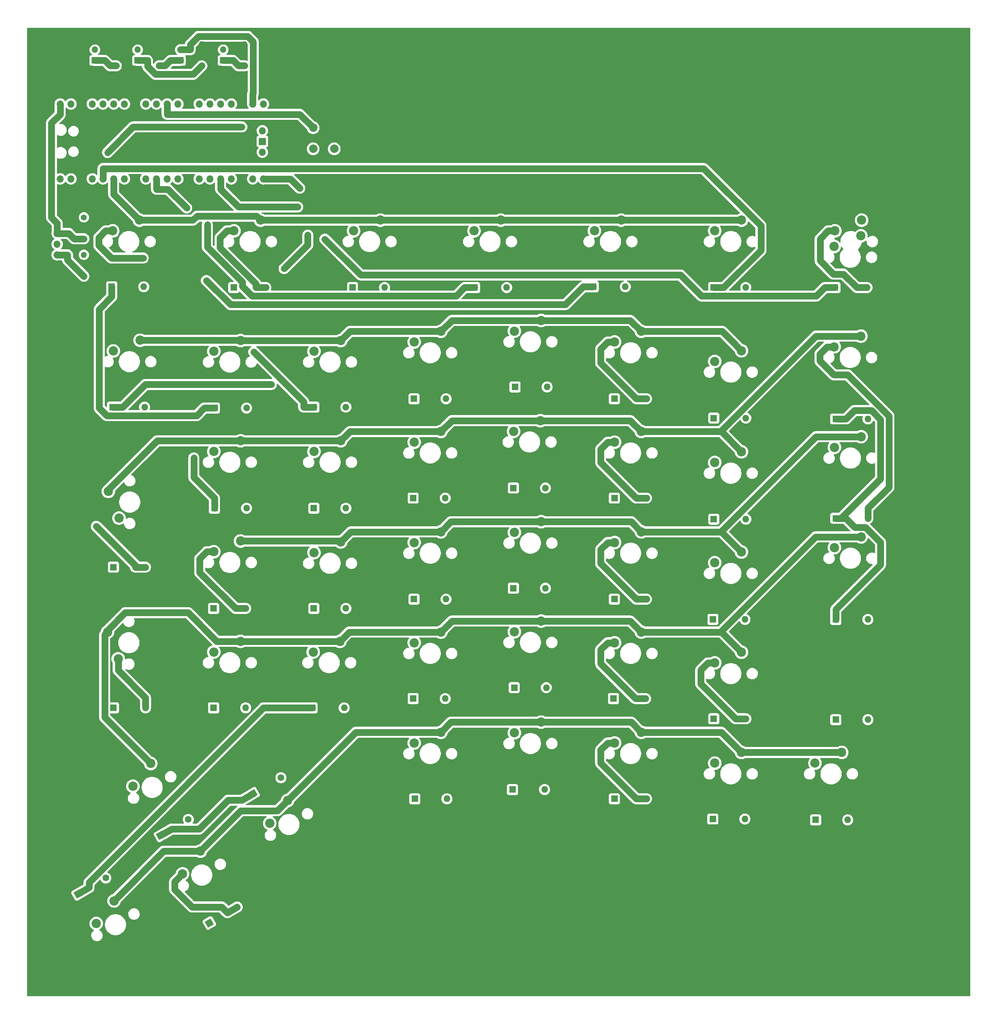
<source format=gbr>
%TF.GenerationSoftware,KiCad,Pcbnew,6.0.9-8da3e8f707~116~ubuntu20.04.1*%
%TF.CreationDate,2022-11-04T12:27:48+01:00*%
%TF.ProjectId,98keys-right,39386b65-7973-42d7-9269-6768742e6b69,rev?*%
%TF.SameCoordinates,Original*%
%TF.FileFunction,Copper,L2,Bot*%
%TF.FilePolarity,Positive*%
%FSLAX46Y46*%
G04 Gerber Fmt 4.6, Leading zero omitted, Abs format (unit mm)*
G04 Created by KiCad (PCBNEW 6.0.9-8da3e8f707~116~ubuntu20.04.1) date 2022-11-04 12:27:48*
%MOMM*%
%LPD*%
G01*
G04 APERTURE LIST*
G04 Aperture macros list*
%AMHorizOval*
0 Thick line with rounded ends*
0 $1 width*
0 $2 $3 position (X,Y) of the first rounded end (center of the circle)*
0 $4 $5 position (X,Y) of the second rounded end (center of the circle)*
0 Add line between two ends*
20,1,$1,$2,$3,$4,$5,0*
0 Add two circle primitives to create the rounded ends*
1,1,$1,$2,$3*
1,1,$1,$4,$5*%
%AMRotRect*
0 Rectangle, with rotation*
0 The origin of the aperture is its center*
0 $1 length*
0 $2 width*
0 $3 Rotation angle, in degrees counterclockwise*
0 Add horizontal line*
21,1,$1,$2,0,0,$3*%
G04 Aperture macros list end*
%TA.AperFunction,ComponentPad*%
%ADD10R,1.600000X1.600000*%
%TD*%
%TA.AperFunction,ComponentPad*%
%ADD11O,1.600000X1.600000*%
%TD*%
%TA.AperFunction,ComponentPad*%
%ADD12RotRect,1.600000X1.600000X30.000000*%
%TD*%
%TA.AperFunction,ComponentPad*%
%ADD13HorizOval,1.600000X0.000000X0.000000X0.000000X0.000000X0*%
%TD*%
%TA.AperFunction,ComponentPad*%
%ADD14HorizOval,1.600000X0.000000X0.000000X0.000000X0.000000X0*%
%TD*%
%TA.AperFunction,ComponentPad*%
%ADD15C,2.200000*%
%TD*%
%TA.AperFunction,ComponentPad*%
%ADD16C,7.500000*%
%TD*%
%TA.AperFunction,ComponentPad*%
%ADD17C,2.000000*%
%TD*%
%TA.AperFunction,ComponentPad*%
%ADD18R,1.500000X1.500000*%
%TD*%
%TA.AperFunction,ComponentPad*%
%ADD19O,1.500000X1.500000*%
%TD*%
%TA.AperFunction,ComponentPad*%
%ADD20C,1.400000*%
%TD*%
%TA.AperFunction,ComponentPad*%
%ADD21O,1.400000X1.400000*%
%TD*%
%TA.AperFunction,ComponentPad*%
%ADD22O,1.700000X1.700000*%
%TD*%
%TA.AperFunction,ComponentPad*%
%ADD23R,1.700000X1.700000*%
%TD*%
%TA.AperFunction,ViaPad*%
%ADD24C,1.400000*%
%TD*%
%TA.AperFunction,Conductor*%
%ADD25C,1.600000*%
%TD*%
G04 APERTURE END LIST*
D10*
%TO.P,D1,1,K*%
%TO.N,COL1*%
X258380000Y-85199600D03*
D11*
%TO.P,D1,2,A*%
%TO.N,Net-(D1-Pad2)*%
X266000000Y-85199600D03*
%TD*%
D10*
%TO.P,D2,1,K*%
%TO.N,COL1*%
X258600000Y-116399600D03*
D11*
%TO.P,D2,2,A*%
%TO.N,Net-(D2-Pad2)*%
X266220000Y-116399600D03*
%TD*%
D10*
%TO.P,D3,1,K*%
%TO.N,COL1*%
X258600000Y-139999600D03*
D11*
%TO.P,D3,2,A*%
%TO.N,Net-(D3-Pad2)*%
X266220000Y-139999600D03*
%TD*%
D10*
%TO.P,D4,1,K*%
%TO.N,COL1*%
X258600000Y-163999600D03*
D11*
%TO.P,D4,2,A*%
%TO.N,Net-(D4-Pad2)*%
X266220000Y-163999600D03*
%TD*%
D10*
%TO.P,D5,1,K*%
%TO.N,COL1*%
X258600000Y-187799600D03*
D11*
%TO.P,D5,2,A*%
%TO.N,Net-(D5-Pad2)*%
X266220000Y-187799600D03*
%TD*%
D10*
%TO.P,D6,1,K*%
%TO.N,COL1*%
X253800000Y-211599600D03*
D11*
%TO.P,D6,2,A*%
%TO.N,Net-(D6-Pad2)*%
X261420000Y-211599600D03*
%TD*%
D10*
%TO.P,D7,1,K*%
%TO.N,COL2*%
X229580000Y-85199600D03*
D11*
%TO.P,D7,2,A*%
%TO.N,Net-(D7-Pad2)*%
X237200000Y-85199600D03*
%TD*%
D10*
%TO.P,D8,1,K*%
%TO.N,COL2*%
X229600000Y-116199600D03*
D11*
%TO.P,D8,2,A*%
%TO.N,Net-(D8-Pad2)*%
X237220000Y-116199600D03*
%TD*%
D10*
%TO.P,D9,1,K*%
%TO.N,COL2*%
X229600000Y-140199600D03*
D11*
%TO.P,D9,2,A*%
%TO.N,Net-(D9-Pad2)*%
X237220000Y-140199600D03*
%TD*%
D10*
%TO.P,D10,1,K*%
%TO.N,COL2*%
X229400000Y-163999600D03*
D11*
%TO.P,D10,2,A*%
%TO.N,Net-(D10-Pad2)*%
X237020000Y-163999600D03*
%TD*%
D10*
%TO.P,D11,1,K*%
%TO.N,COL2*%
X229600000Y-187599600D03*
D11*
%TO.P,D11,2,A*%
%TO.N,Net-(D11-Pad2)*%
X237220000Y-187599600D03*
%TD*%
D10*
%TO.P,D12,1,K*%
%TO.N,COL2*%
X229380000Y-211399600D03*
D11*
%TO.P,D12,2,A*%
%TO.N,Net-(D12-Pad2)*%
X237000000Y-211399600D03*
%TD*%
D10*
%TO.P,D14,1,K*%
%TO.N,COL3*%
X200980000Y-84999600D03*
D11*
%TO.P,D14,2,A*%
%TO.N,Net-(D14-Pad2)*%
X208600000Y-84999600D03*
%TD*%
D10*
%TO.P,D15,1,K*%
%TO.N,COL3*%
X206000000Y-111599600D03*
D11*
%TO.P,D15,2,A*%
%TO.N,Net-(D15-Pad2)*%
X213620000Y-111599600D03*
%TD*%
D10*
%TO.P,D16,1,K*%
%TO.N,COL3*%
X206000000Y-135199600D03*
D11*
%TO.P,D16,2,A*%
%TO.N,Net-(D16-Pad2)*%
X213620000Y-135199600D03*
%TD*%
D10*
%TO.P,D17,1,K*%
%TO.N,COL3*%
X205780000Y-182799600D03*
D11*
%TO.P,D17,2,A*%
%TO.N,Net-(D17-Pad2)*%
X213400000Y-182799600D03*
%TD*%
D10*
%TO.P,D18,1,K*%
%TO.N,COL3*%
X206000000Y-159199600D03*
D11*
%TO.P,D18,2,A*%
%TO.N,Net-(D18-Pad2)*%
X213620000Y-159199600D03*
%TD*%
D10*
%TO.P,D19,1,K*%
%TO.N,COL3*%
X206000000Y-206599600D03*
D11*
%TO.P,D19,2,A*%
%TO.N,Net-(D19-Pad2)*%
X213620000Y-206599600D03*
%TD*%
D10*
%TO.P,D20,1,K*%
%TO.N,COL4*%
X172800000Y-85199600D03*
D11*
%TO.P,D20,2,A*%
%TO.N,Net-(D20-Pad2)*%
X180420000Y-85199600D03*
%TD*%
D10*
%TO.P,D21,1,K*%
%TO.N,COL4*%
X182400000Y-108799600D03*
D11*
%TO.P,D21,2,A*%
%TO.N,Net-(D21-Pad2)*%
X190020000Y-108799600D03*
%TD*%
D10*
%TO.P,D22,1,K*%
%TO.N,COL4*%
X182000000Y-132799600D03*
D11*
%TO.P,D22,2,A*%
%TO.N,Net-(D22-Pad2)*%
X189620000Y-132799600D03*
%TD*%
D10*
%TO.P,D23,1,K*%
%TO.N,COL4*%
X182000000Y-156599600D03*
D11*
%TO.P,D23,2,A*%
%TO.N,Net-(D23-Pad2)*%
X189620000Y-156599600D03*
%TD*%
D10*
%TO.P,D24,1,K*%
%TO.N,COL4*%
X182200000Y-180199600D03*
D11*
%TO.P,D24,2,A*%
%TO.N,Net-(D24-Pad2)*%
X189820000Y-180199600D03*
%TD*%
D10*
%TO.P,D25,1,K*%
%TO.N,COL4*%
X181800000Y-204399600D03*
D11*
%TO.P,D25,2,A*%
%TO.N,Net-(D25-Pad2)*%
X189420000Y-204399600D03*
%TD*%
D10*
%TO.P,D26,1,K*%
%TO.N,COL5*%
X143800000Y-85199600D03*
D11*
%TO.P,D26,2,A*%
%TO.N,Net-(D26-Pad2)*%
X151420000Y-85199600D03*
%TD*%
D10*
%TO.P,D27,1,K*%
%TO.N,COL5*%
X158200000Y-135199600D03*
D11*
%TO.P,D27,2,A*%
%TO.N,Net-(D27-Pad2)*%
X165820000Y-135199600D03*
%TD*%
D10*
%TO.P,D28,1,K*%
%TO.N,COL5*%
X158400000Y-111599600D03*
D11*
%TO.P,D28,2,A*%
%TO.N,Net-(D28-Pad2)*%
X166020000Y-111599600D03*
%TD*%
D10*
%TO.P,D29,1,K*%
%TO.N,COL5*%
X158400000Y-159199600D03*
D11*
%TO.P,D29,2,A*%
%TO.N,Net-(D29-Pad2)*%
X166020000Y-159199600D03*
%TD*%
D10*
%TO.P,D30,1,K*%
%TO.N,COL5*%
X158200000Y-182799600D03*
D11*
%TO.P,D30,2,A*%
%TO.N,Net-(D30-Pad2)*%
X165820000Y-182799600D03*
%TD*%
D10*
%TO.P,D31,1,K*%
%TO.N,COL5*%
X158600000Y-206599600D03*
D11*
%TO.P,D31,2,A*%
%TO.N,Net-(D31-Pad2)*%
X166220000Y-206599600D03*
%TD*%
D10*
%TO.P,D32,1,K*%
%TO.N,COL6*%
X115600000Y-85199600D03*
D11*
%TO.P,D32,2,A*%
%TO.N,Net-(D32-Pad2)*%
X123220000Y-85199600D03*
%TD*%
D10*
%TO.P,D33,1,K*%
%TO.N,COL6*%
X134600000Y-113599600D03*
D11*
%TO.P,D33,2,A*%
%TO.N,Net-(D33-Pad2)*%
X142220000Y-113599600D03*
%TD*%
D10*
%TO.P,D34,1,K*%
%TO.N,COL6*%
X134600000Y-137599600D03*
D11*
%TO.P,D34,2,A*%
%TO.N,Net-(D34-Pad2)*%
X142220000Y-137599600D03*
%TD*%
D10*
%TO.P,D35,1,K*%
%TO.N,COL6*%
X134600000Y-161399600D03*
D11*
%TO.P,D35,2,A*%
%TO.N,Net-(D35-Pad2)*%
X142220000Y-161399600D03*
%TD*%
D10*
%TO.P,D36,1,K*%
%TO.N,COL6*%
X134200000Y-184999600D03*
D11*
%TO.P,D36,2,A*%
%TO.N,Net-(D36-Pad2)*%
X141820000Y-184999600D03*
%TD*%
D10*
%TO.P,D37,1,K*%
%TO.N,COL7*%
X86600000Y-84999600D03*
D11*
%TO.P,D37,2,A*%
%TO.N,Net-(D37-Pad2)*%
X94220000Y-84999600D03*
%TD*%
D10*
%TO.P,D38,1,K*%
%TO.N,COL7*%
X111000000Y-113799600D03*
D11*
%TO.P,D38,2,A*%
%TO.N,Net-(D38-Pad2)*%
X118620000Y-113799600D03*
%TD*%
D10*
%TO.P,D39,1,K*%
%TO.N,COL7*%
X110800000Y-184999600D03*
D11*
%TO.P,D39,2,A*%
%TO.N,Net-(D39-Pad2)*%
X118420000Y-184999600D03*
%TD*%
D10*
%TO.P,D40,1,K*%
%TO.N,COL7*%
X111000000Y-137599600D03*
D11*
%TO.P,D40,2,A*%
%TO.N,Net-(D40-Pad2)*%
X118620000Y-137599600D03*
%TD*%
D10*
%TO.P,D41,1,K*%
%TO.N,COL7*%
X110800000Y-161399600D03*
D11*
%TO.P,D41,2,A*%
%TO.N,Net-(D41-Pad2)*%
X118420000Y-161399600D03*
%TD*%
D10*
%TO.P,D42,1,K*%
%TO.N,COL8*%
X86800000Y-113599600D03*
D11*
%TO.P,D42,2,A*%
%TO.N,Net-(D42-Pad2)*%
X94420000Y-113599600D03*
%TD*%
D10*
%TO.P,D43,1,K*%
%TO.N,COL8*%
X87000000Y-151599600D03*
D11*
%TO.P,D43,2,A*%
%TO.N,Net-(D43-Pad2)*%
X94620000Y-151599600D03*
%TD*%
D10*
%TO.P,D44,1,K*%
%TO.N,COL8*%
X87000000Y-184999600D03*
D11*
%TO.P,D44,2,A*%
%TO.N,Net-(D44-Pad2)*%
X94620000Y-184999600D03*
%TD*%
D12*
%TO.P,D45,1,K*%
%TO.N,COL6*%
X78590900Y-229204600D03*
D13*
%TO.P,D45,2,A*%
%TO.N,Net-(D45-Pad2)*%
X85190014Y-225394600D03*
%TD*%
D12*
%TO.P,D46,1,K*%
%TO.N,Arrow-Right*%
X98200900Y-215309600D03*
D14*
%TO.P,D46,2,A*%
%TO.N,Net-(D46-Pad2)*%
X104800014Y-211499600D03*
%TD*%
D12*
%TO.P,D47,1,K*%
%TO.N,COL8*%
X109800900Y-236109600D03*
D13*
%TO.P,D47,2,A*%
%TO.N,Net-(D47-Pad2)*%
X116400014Y-232299600D03*
%TD*%
D12*
%TO.P,D48,1,K*%
%TO.N,Arrow-Right*%
X120190000Y-205394600D03*
D13*
%TO.P,D48,2,A*%
%TO.N,Net-(D48-Pad2)*%
X126789114Y-201584600D03*
%TD*%
D15*
%TO.P,SW1,1*%
%TO.N,ROW1*%
X264740000Y-69199600D03*
%TO.P,SW1,2*%
%TO.N,Net-(D1-Pad2)*%
X258390000Y-71739600D03*
%TD*%
%TO.P,SW2,1*%
%TO.N,ROW2*%
X264550000Y-72925000D03*
%TO.P,SW2,2*%
%TO.N,Net-(D2-Pad2)*%
X258200000Y-75465000D03*
%TD*%
%TO.P,SW3,1*%
%TO.N,ROW3*%
X264550000Y-96725000D03*
%TO.P,SW3,2*%
%TO.N,Net-(D3-Pad2)*%
X258200000Y-99265000D03*
%TD*%
%TO.P,SW4,1*%
%TO.N,ROW5*%
X264610000Y-144405000D03*
%TO.P,SW4,2*%
%TO.N,Net-(D5-Pad2)*%
X258260000Y-146945000D03*
%TD*%
%TO.P,SW5,1*%
%TO.N,ROW4*%
X264610000Y-120605000D03*
%TO.P,SW5,2*%
%TO.N,Net-(D4-Pad2)*%
X258260000Y-123145000D03*
%TD*%
%TO.P,SW6,1*%
%TO.N,ROW6*%
X260000000Y-195599600D03*
%TO.P,SW6,2*%
%TO.N,Net-(D6-Pad2)*%
X253650000Y-198139600D03*
%TD*%
%TO.P,SW7,1*%
%TO.N,ROW1*%
X236200000Y-69199600D03*
%TO.P,SW7,2*%
%TO.N,Net-(D7-Pad2)*%
X229850000Y-71739600D03*
%TD*%
%TO.P,SW8,1*%
%TO.N,ROW2*%
X236200000Y-100199600D03*
%TO.P,SW8,2*%
%TO.N,Net-(D8-Pad2)*%
X229850000Y-102739600D03*
%TD*%
%TO.P,SW9,1*%
%TO.N,ROW3*%
X236200000Y-124199600D03*
%TO.P,SW9,2*%
%TO.N,Net-(D9-Pad2)*%
X229850000Y-126739600D03*
%TD*%
%TO.P,SW10,1*%
%TO.N,ROW5*%
X236200000Y-171799600D03*
%TO.P,SW10,2*%
%TO.N,Net-(D11-Pad2)*%
X229850000Y-174339600D03*
%TD*%
%TO.P,SW11,1*%
%TO.N,ROW4*%
X236200000Y-147999600D03*
%TO.P,SW11,2*%
%TO.N,Net-(D10-Pad2)*%
X229850000Y-150539600D03*
%TD*%
%TO.P,SW12,1*%
%TO.N,ROW6*%
X236200000Y-195599600D03*
%TO.P,SW12,2*%
%TO.N,Net-(D12-Pad2)*%
X229850000Y-198139600D03*
%TD*%
%TO.P,SW13,1*%
%TO.N,ROW1*%
X207600000Y-69199600D03*
%TO.P,SW13,2*%
%TO.N,Net-(D14-Pad2)*%
X201250000Y-71739600D03*
%TD*%
%TO.P,SW14,1*%
%TO.N,ROW2*%
X212400000Y-95599600D03*
%TO.P,SW14,2*%
%TO.N,Net-(D15-Pad2)*%
X206050000Y-98139600D03*
%TD*%
%TO.P,SW15,1*%
%TO.N,ROW3*%
X212400000Y-119399600D03*
%TO.P,SW15,2*%
%TO.N,Net-(D16-Pad2)*%
X206050000Y-121939600D03*
%TD*%
%TO.P,SW16,1*%
%TO.N,ROW5*%
X212400000Y-166999600D03*
%TO.P,SW16,2*%
%TO.N,Net-(D17-Pad2)*%
X206050000Y-169539600D03*
%TD*%
%TO.P,SW17,1*%
%TO.N,ROW4*%
X212400000Y-143199600D03*
%TO.P,SW17,2*%
%TO.N,Net-(D18-Pad2)*%
X206050000Y-145739600D03*
%TD*%
%TO.P,SW18,1*%
%TO.N,ROW6*%
X212400000Y-190799600D03*
%TO.P,SW18,2*%
%TO.N,Net-(D19-Pad2)*%
X206050000Y-193339600D03*
%TD*%
%TO.P,SW19,1*%
%TO.N,ROW1*%
X179000000Y-69199600D03*
%TO.P,SW19,2*%
%TO.N,Net-(D20-Pad2)*%
X172650000Y-71739600D03*
%TD*%
%TO.P,SW20,1*%
%TO.N,ROW2*%
X188600000Y-92999600D03*
%TO.P,SW20,2*%
%TO.N,Net-(D21-Pad2)*%
X182250000Y-95539600D03*
%TD*%
%TO.P,SW21,1*%
%TO.N,ROW3*%
X188400000Y-116799600D03*
%TO.P,SW21,2*%
%TO.N,Net-(D22-Pad2)*%
X182050000Y-119339600D03*
%TD*%
%TO.P,SW22,1*%
%TO.N,ROW5*%
X188600000Y-164399600D03*
%TO.P,SW22,2*%
%TO.N,Net-(D24-Pad2)*%
X182250000Y-166939600D03*
%TD*%
%TO.P,SW23,1*%
%TO.N,ROW4*%
X188600000Y-140799600D03*
%TO.P,SW23,2*%
%TO.N,Net-(D23-Pad2)*%
X182250000Y-143339600D03*
%TD*%
%TO.P,SW24,1*%
%TO.N,ROW6*%
X188600000Y-188399600D03*
%TO.P,SW24,2*%
%TO.N,Net-(D25-Pad2)*%
X182250000Y-190939600D03*
%TD*%
%TO.P,SW25,1*%
%TO.N,ROW1*%
X150400000Y-69199600D03*
%TO.P,SW25,2*%
%TO.N,Net-(D26-Pad2)*%
X144050000Y-71739600D03*
%TD*%
%TO.P,SW26,1*%
%TO.N,ROW2*%
X164800000Y-95599600D03*
%TO.P,SW26,2*%
%TO.N,Net-(D28-Pad2)*%
X158450000Y-98139600D03*
%TD*%
%TO.P,SW27,1*%
%TO.N,ROW3*%
X164800000Y-119399600D03*
%TO.P,SW27,2*%
%TO.N,Net-(D27-Pad2)*%
X158450000Y-121939600D03*
%TD*%
%TO.P,SW28,1*%
%TO.N,ROW5*%
X164800000Y-166999600D03*
%TO.P,SW28,2*%
%TO.N,Net-(D30-Pad2)*%
X158450000Y-169539600D03*
%TD*%
%TO.P,SW29,1*%
%TO.N,ROW4*%
X164800000Y-143199600D03*
%TO.P,SW29,2*%
%TO.N,Net-(D29-Pad2)*%
X158450000Y-145739600D03*
%TD*%
%TO.P,SW30,1*%
%TO.N,ROW6*%
X164800000Y-190799600D03*
%TO.P,SW30,2*%
%TO.N,Net-(D31-Pad2)*%
X158450000Y-193339600D03*
%TD*%
%TO.P,SW31,1*%
%TO.N,ROW1*%
X122000000Y-69199600D03*
%TO.P,SW31,2*%
%TO.N,Net-(D32-Pad2)*%
X115650000Y-71739600D03*
%TD*%
%TO.P,SW32,1*%
%TO.N,ROW2*%
X141000000Y-97799600D03*
%TO.P,SW32,2*%
%TO.N,Net-(D33-Pad2)*%
X134650000Y-100339600D03*
%TD*%
%TO.P,SW33,1*%
%TO.N,ROW3*%
X141000000Y-121599600D03*
%TO.P,SW33,2*%
%TO.N,Net-(D34-Pad2)*%
X134650000Y-124139600D03*
%TD*%
%TO.P,SW34,1*%
%TO.N,ROW5*%
X140800000Y-169199600D03*
%TO.P,SW34,2*%
%TO.N,Net-(D36-Pad2)*%
X134450000Y-171739600D03*
%TD*%
%TO.P,SW35,1*%
%TO.N,ROW4*%
X141000000Y-145599600D03*
%TO.P,SW35,2*%
%TO.N,Net-(D35-Pad2)*%
X134650000Y-148139600D03*
%TD*%
%TO.P,SW36,1*%
%TO.N,ROW1*%
X93200000Y-69199600D03*
%TO.P,SW36,2*%
%TO.N,Net-(D37-Pad2)*%
X86850000Y-71739600D03*
%TD*%
%TO.P,SW37,1*%
%TO.N,ROW2*%
X117200000Y-97799600D03*
%TO.P,SW37,2*%
%TO.N,Net-(D38-Pad2)*%
X110850000Y-100339600D03*
%TD*%
%TO.P,SW38,1*%
%TO.N,ROW3*%
X117200000Y-121599600D03*
%TO.P,SW38,2*%
%TO.N,Net-(D40-Pad2)*%
X110850000Y-124139600D03*
%TD*%
%TO.P,SW39,1*%
%TO.N,ROW5*%
X117200000Y-169199600D03*
%TO.P,SW39,2*%
%TO.N,Net-(D39-Pad2)*%
X110850000Y-171739600D03*
%TD*%
%TO.P,SW40,1*%
%TO.N,ROW4*%
X117200000Y-145399600D03*
%TO.P,SW40,2*%
%TO.N,Net-(D41-Pad2)*%
X110850000Y-147939600D03*
%TD*%
%TO.P,SW41,1*%
%TO.N,ROW2*%
X93340000Y-97719600D03*
%TO.P,SW41,2*%
%TO.N,Net-(D42-Pad2)*%
X86990000Y-100259600D03*
%TD*%
%TO.P,SW42,1*%
%TO.N,ROW3*%
X85800000Y-133599600D03*
%TO.P,SW42,2*%
%TO.N,Net-(D43-Pad2)*%
X88340000Y-139949600D03*
%TD*%
%TO.P,SW43,1*%
%TO.N,ROW5*%
X85600000Y-166999600D03*
%TO.P,SW43,2*%
%TO.N,Net-(D44-Pad2)*%
X88140000Y-173349600D03*
%TD*%
%TO.P,SW44,1*%
%TO.N,ROW6*%
X87159700Y-230830600D03*
%TO.P,SW44,2*%
%TO.N,Net-(D45-Pad2)*%
X82930439Y-236205305D03*
%TD*%
%TO.P,SW45,1*%
%TO.N,ROW5*%
X95859700Y-198230600D03*
%TO.P,SW45,2*%
%TO.N,Net-(D46-Pad2)*%
X91630439Y-203605305D03*
%TD*%
%TO.P,SW46,1*%
%TO.N,ROW6*%
X107659700Y-219030600D03*
%TO.P,SW46,2*%
%TO.N,Net-(D47-Pad2)*%
X103430439Y-224405305D03*
%TD*%
%TO.P,SW47,1*%
%TO.N,ROW6*%
X128359700Y-207030600D03*
%TO.P,SW47,2*%
%TO.N,Net-(D48-Pad2)*%
X124130439Y-212405305D03*
%TD*%
D16*
%TO.P,H1,1,1*%
%TO.N,GND*%
X74110000Y-30105000D03*
%TD*%
%TO.P,H2,1,1*%
%TO.N,GND*%
X283610000Y-246105000D03*
%TD*%
%TO.P,H3,1,1*%
%TO.N,GND*%
X179110000Y-30105000D03*
%TD*%
%TO.P,H4,1,1*%
%TO.N,GND*%
X283610000Y-138105000D03*
%TD*%
%TO.P,H5,1,1*%
%TO.N,GND*%
X283610000Y-30105000D03*
%TD*%
%TO.P,H6,1,1*%
%TO.N,GND*%
X178610000Y-246105000D03*
%TD*%
%TO.P,H7,1,1*%
%TO.N,GND*%
X73610000Y-138105000D03*
%TD*%
%TO.P,H8,1,1*%
%TO.N,GND*%
X73610000Y-246105000D03*
%TD*%
D17*
%TO.P,SW48,1,1*%
%TO.N,Net-(SW48-Pad1)*%
X134450000Y-47256300D03*
%TO.P,SW48,2,2*%
%TO.N,GND*%
X139450000Y-47256300D03*
%TO.P,SW48,3*%
%TO.N,N/C*%
X134450000Y-52256300D03*
%TO.P,SW48,4*%
X139450000Y-52256300D03*
%TD*%
D18*
%TO.P,D50,1,K*%
%TO.N,Net-(D50-Pad1)*%
X102920000Y-31270000D03*
D19*
%TO.P,D50,2,A*%
%TO.N,PWM2*%
X102920000Y-28730000D03*
%TD*%
D18*
%TO.P,D51,1,K*%
%TO.N,Net-(D51-Pad1)*%
X92760000Y-31270000D03*
D19*
%TO.P,D51,2,A*%
%TO.N,PWM1*%
X92760000Y-28730000D03*
%TD*%
D20*
%TO.P,R6,1*%
%TO.N,Net-(D51-Pad1)*%
X108000000Y-32540000D03*
D21*
%TO.P,R6,2*%
%TO.N,GND*%
X108000000Y-27460000D03*
%TD*%
D22*
%TO.P,U1,1,GPIO0*%
%TO.N,sda*%
X74370000Y-59390000D03*
%TO.P,U1,2,GPIO1*%
%TO.N,scl*%
X76910000Y-59390000D03*
D23*
%TO.P,U1,3,GND*%
%TO.N,GND*%
X79450000Y-59390000D03*
D22*
%TO.P,U1,4,GPIO2*%
%TO.N,COL1*%
X81990000Y-59390000D03*
%TO.P,U1,5,GPIO3*%
%TO.N,COL2*%
X84530000Y-59390000D03*
%TO.P,U1,6,GPIO4*%
%TO.N,ROW1*%
X87070000Y-59390000D03*
%TO.P,U1,7,GPIO5*%
%TO.N,ROW2*%
X89610000Y-59390000D03*
D23*
%TO.P,U1,8,GND*%
%TO.N,GND*%
X92150000Y-59390000D03*
D22*
%TO.P,U1,9,GPIO6*%
%TO.N,ROW3*%
X94690000Y-59390000D03*
%TO.P,U1,10,GPIO7*%
%TO.N,ROW4*%
X97230000Y-59390000D03*
%TO.P,U1,11,GPIO8*%
%TO.N,ROW5*%
X99770000Y-59390000D03*
%TO.P,U1,12,GPIO9*%
%TO.N,ROW6*%
X102310000Y-59390000D03*
D23*
%TO.P,U1,13,GND*%
%TO.N,GND*%
X104850000Y-59390000D03*
D22*
%TO.P,U1,14,GPIO10*%
%TO.N,COL3*%
X107390000Y-59390000D03*
%TO.P,U1,15,GPIO11*%
%TO.N,COL4*%
X109930000Y-59390000D03*
%TO.P,U1,16,GPIO12*%
%TO.N,COL5*%
X112470000Y-59390000D03*
%TO.P,U1,17,GPIO13*%
%TO.N,COL6*%
X115010000Y-59390000D03*
D23*
%TO.P,U1,18,GND*%
%TO.N,GND*%
X117550000Y-59390000D03*
D22*
%TO.P,U1,19,GPIO14*%
%TO.N,COL7*%
X120090000Y-59390000D03*
%TO.P,U1,20,GPIO15*%
%TO.N,COL8*%
X122630000Y-59390000D03*
%TO.P,U1,21,GPIO16*%
%TO.N,PWM1*%
X122630000Y-41610000D03*
%TO.P,U1,22,GPIO17*%
%TO.N,PWM2*%
X120090000Y-41610000D03*
D23*
%TO.P,U1,23,GND*%
%TO.N,GND*%
X117550000Y-41610000D03*
D22*
%TO.P,U1,24,GPIO18*%
%TO.N,PWM3*%
X115010000Y-41610000D03*
%TO.P,U1,25,GPIO19*%
%TO.N,PWM4*%
X112470000Y-41610000D03*
%TO.P,U1,26,GPIO20*%
%TO.N,Arrow-Right*%
X109930000Y-41610000D03*
%TO.P,U1,27,GPIO21*%
%TO.N,unconnected-(U1-Pad27)*%
X107390000Y-41610000D03*
D23*
%TO.P,U1,28,GND*%
%TO.N,GND*%
X104850000Y-41610000D03*
D22*
%TO.P,U1,29,GPIO22*%
%TO.N,unconnected-(U1-Pad29)*%
X102310000Y-41610000D03*
%TO.P,U1,30,RUN*%
%TO.N,Net-(SW48-Pad1)*%
X99770000Y-41610000D03*
%TO.P,U1,31,GPIO26_ADC0*%
%TO.N,unconnected-(U1-Pad31)*%
X97230000Y-41610000D03*
%TO.P,U1,32,GPIO27_ADC1*%
%TO.N,unconnected-(U1-Pad32)*%
X94690000Y-41610000D03*
D23*
%TO.P,U1,33,AGND*%
%TO.N,GND*%
X92150000Y-41610000D03*
D22*
%TO.P,U1,34,GPIO28_ADC2*%
%TO.N,unconnected-(U1-Pad34)*%
X89610000Y-41610000D03*
%TO.P,U1,35,ADC_VREF*%
%TO.N,unconnected-(U1-Pad35)*%
X87070000Y-41610000D03*
%TO.P,U1,36,3V3*%
%TO.N,unconnected-(U1-Pad36)*%
X84530000Y-41610000D03*
%TO.P,U1,37,3V3_EN*%
%TO.N,unconnected-(U1-Pad37)*%
X81990000Y-41610000D03*
D23*
%TO.P,U1,38,GND*%
%TO.N,GND*%
X79450000Y-41610000D03*
D22*
%TO.P,U1,39,VSYS*%
%TO.N,unconnected-(U1-Pad39)*%
X76910000Y-41610000D03*
%TO.P,U1,40,VBUS*%
%TO.N,VCC*%
X74370000Y-41610000D03*
%TO.P,U1,41,SWCLK*%
%TO.N,unconnected-(U1-Pad41)*%
X122400000Y-53040000D03*
D23*
%TO.P,U1,42,GND*%
%TO.N,unconnected-(U1-Pad42)*%
X122400000Y-50500000D03*
D22*
%TO.P,U1,43,SWDIO*%
%TO.N,unconnected-(U1-Pad43)*%
X122400000Y-47960000D03*
%TD*%
D20*
%TO.P,R3,1*%
%TO.N,Net-(D13-Pad1)*%
X87680000Y-32540000D03*
D21*
%TO.P,R3,2*%
%TO.N,GND*%
X87680000Y-27460000D03*
%TD*%
D20*
%TO.P,R5,1*%
%TO.N,Net-(D50-Pad1)*%
X97840000Y-32540000D03*
D21*
%TO.P,R5,2*%
%TO.N,GND*%
X97840000Y-27460000D03*
%TD*%
D20*
%TO.P,R4,1*%
%TO.N,Net-(D49-Pad1)*%
X118160000Y-32540000D03*
D21*
%TO.P,R4,2*%
%TO.N,GND*%
X118160000Y-27460000D03*
%TD*%
D20*
%TO.P,R1,1*%
%TO.N,scl*%
X80000000Y-68530000D03*
D21*
%TO.P,R1,2*%
%TO.N,VCC*%
X80000000Y-73610000D03*
%TD*%
D18*
%TO.P,D13,1,K*%
%TO.N,Net-(D13-Pad1)*%
X82600000Y-31270000D03*
D19*
%TO.P,D13,2,A*%
%TO.N,PWM4*%
X82600000Y-28730000D03*
%TD*%
D20*
%TO.P,R2,1*%
%TO.N,sda*%
X80000000Y-82500000D03*
D21*
%TO.P,R2,2*%
%TO.N,VCC*%
X80000000Y-77420000D03*
%TD*%
D18*
%TO.P,D49,1,K*%
%TO.N,Net-(D49-Pad1)*%
X113080000Y-31270000D03*
D19*
%TO.P,D49,2,A*%
%TO.N,PWM3*%
X113080000Y-28730000D03*
%TD*%
D23*
%TO.P,J1,1,Pin_1*%
%TO.N,GND*%
X73650000Y-79960000D03*
D22*
%TO.P,J1,2,Pin_2*%
%TO.N,sda*%
X73650000Y-77420000D03*
%TO.P,J1,3,Pin_3*%
%TO.N,scl*%
X73650000Y-74880000D03*
%TO.P,J1,4,Pin_4*%
%TO.N,VCC*%
X73650000Y-72340000D03*
%TD*%
D24*
%TO.N,GND*%
X85500000Y-158500000D03*
X125500000Y-63000000D03*
X112000000Y-65500000D03*
X128000000Y-52500000D03*
X76000000Y-68000000D03*
X124000000Y-82500000D03*
X109500000Y-91500000D03*
X161500000Y-75500000D03*
%TO.N,COL8*%
X131260800Y-61602400D03*
X133177800Y-72733800D03*
X127554500Y-80700000D03*
X124515100Y-108202000D03*
%TO.N,COL7*%
X106113300Y-125644500D03*
%TO.N,COL6*%
X120343500Y-100465500D03*
%TO.N,COL5*%
X130769000Y-66049800D03*
%TO.N,COL4*%
X109309000Y-70249800D03*
%TO.N,COL3*%
X109083900Y-83525100D03*
%TO.N,COL1*%
X85617200Y-53120000D03*
X117511200Y-47051100D03*
X137230300Y-73688900D03*
%TO.N,ROW4*%
X104415000Y-66294100D03*
%TO.N,Net-(D43-Pad2)*%
X82960800Y-141900000D03*
%TO.N,Net-(D37-Pad2)*%
X94086300Y-78189100D03*
%TO.N,GND*%
X110585000Y-32130000D03*
%TD*%
D25*
%TO.N,Net-(SW48-Pad1)*%
X131253700Y-44060000D02*
X134450000Y-47256300D01*
X99770000Y-44060000D02*
X131253700Y-44060000D01*
X99770000Y-41610000D02*
X99770000Y-44060000D01*
%TO.N,VCC*%
X80000000Y-73610000D02*
X77700000Y-73610000D01*
X76430000Y-72340000D02*
X73650000Y-72340000D01*
X77700000Y-73610000D02*
X76430000Y-72340000D01*
X72291300Y-46138700D02*
X74370000Y-44060000D01*
X72291300Y-68531300D02*
X72291300Y-46138700D01*
X73650000Y-69890000D02*
X72291300Y-68531300D01*
X73650000Y-72340000D02*
X73650000Y-69890000D01*
X74370000Y-41610000D02*
X74370000Y-44060000D01*
%TO.N,sda*%
X76100000Y-78600000D02*
X80000000Y-82500000D01*
X76100000Y-77420000D02*
X76100000Y-78600000D01*
X73650000Y-77420000D02*
X76100000Y-77420000D01*
%TO.N,Net-(D51-Pad1)*%
X95110000Y-32665300D02*
X95110000Y-31270000D01*
X97016300Y-34571600D02*
X95110000Y-32665300D01*
X105968400Y-34571600D02*
X97016300Y-34571600D01*
X108000000Y-32540000D02*
X105968400Y-34571600D01*
X92760000Y-31270000D02*
X95110000Y-31270000D01*
%TO.N,PWM2*%
X120212400Y-39037600D02*
X120090000Y-39160000D01*
X120212400Y-26815300D02*
X120212400Y-39037600D01*
X118949300Y-25552200D02*
X120212400Y-26815300D01*
X107199400Y-25552200D02*
X118949300Y-25552200D01*
X105270000Y-27481600D02*
X107199400Y-25552200D01*
X105270000Y-28730000D02*
X105270000Y-27481600D01*
X102920000Y-28730000D02*
X105270000Y-28730000D01*
X120090000Y-41610000D02*
X120090000Y-39160000D01*
%TO.N,Net-(D50-Pad1)*%
X99300000Y-32540000D02*
X100570000Y-31270000D01*
X97840000Y-32540000D02*
X99300000Y-32540000D01*
X102920000Y-31270000D02*
X100570000Y-31270000D01*
%TO.N,Net-(D49-Pad1)*%
X116700000Y-32540000D02*
X118160000Y-32540000D01*
X115430000Y-31270000D02*
X116700000Y-32540000D01*
X113080000Y-31270000D02*
X115430000Y-31270000D01*
%TO.N,COL8*%
X129048400Y-59390000D02*
X131260800Y-61602400D01*
X122630000Y-59390000D02*
X129048400Y-59390000D01*
X133177800Y-75076700D02*
X127554500Y-80700000D01*
X133177800Y-72733800D02*
X133177800Y-75076700D01*
X94597600Y-108202000D02*
X89200000Y-113599600D01*
X124515100Y-108202000D02*
X94597600Y-108202000D01*
X86800000Y-113599600D02*
X89200000Y-113599600D01*
%TO.N,COL7*%
X106113300Y-130312900D02*
X106113300Y-125644500D01*
X111000000Y-135199600D02*
X106113300Y-130312900D01*
X111000000Y-137599600D02*
X111000000Y-135199600D01*
X83630900Y-90368700D02*
X86600000Y-87399600D01*
X83630900Y-113764000D02*
X83630900Y-90368700D01*
X85479100Y-115612200D02*
X83630900Y-113764000D01*
X106787400Y-115612200D02*
X85479100Y-115612200D01*
X108600000Y-113799600D02*
X106787400Y-115612200D01*
X111000000Y-113799600D02*
X108600000Y-113799600D01*
X86600000Y-84999600D02*
X86600000Y-87399600D01*
%TO.N,COL6*%
X122663200Y-184999600D02*
X134200000Y-184999600D01*
X81226200Y-226436600D02*
X122663200Y-184999600D01*
X81226200Y-227683000D02*
X81226200Y-226436600D01*
X78590900Y-229204600D02*
X81226200Y-227683000D01*
X132200000Y-112322000D02*
X120343500Y-100465500D01*
X132200000Y-113599600D02*
X132200000Y-112322000D01*
X134600000Y-113599600D02*
X132200000Y-113599600D01*
%TO.N,COL5*%
X116679800Y-66049800D02*
X112470000Y-61840000D01*
X130769000Y-66049800D02*
X116679800Y-66049800D01*
X112470000Y-59390000D02*
X112470000Y-61840000D01*
%TO.N,COL4*%
X172800000Y-85199600D02*
X170400000Y-85199600D01*
X109309000Y-75611500D02*
X109309000Y-70249800D01*
X117600100Y-83902600D02*
X109309000Y-75611500D01*
X117600100Y-84875500D02*
X117600100Y-83902600D01*
X119924300Y-87199700D02*
X117600100Y-84875500D01*
X168399900Y-87199700D02*
X119924300Y-87199700D01*
X170400000Y-85199600D02*
X168399900Y-87199700D01*
%TO.N,COL3*%
X114813900Y-89255100D02*
X109083900Y-83525100D01*
X194324500Y-89255100D02*
X114813900Y-89255100D01*
X198580000Y-84999600D02*
X194324500Y-89255100D01*
X200980000Y-84999600D02*
X198580000Y-84999600D01*
%TO.N,COL2*%
X240813300Y-76366300D02*
X231980000Y-85199600D01*
X240813300Y-70549400D02*
X240813300Y-76366300D01*
X227203900Y-56940000D02*
X240813300Y-70549400D01*
X84530000Y-56940000D02*
X227203900Y-56940000D01*
X84530000Y-59390000D02*
X84530000Y-56940000D01*
X229580000Y-85199600D02*
X231980000Y-85199600D01*
%TO.N,COL1*%
X263105200Y-142104800D02*
X261000000Y-139999600D01*
X265636400Y-142104800D02*
X263105200Y-142104800D01*
X269200500Y-145668900D02*
X265636400Y-142104800D01*
X269200500Y-150999100D02*
X269200500Y-145668900D01*
X258600000Y-161599600D02*
X269200500Y-150999100D01*
X258600000Y-163999600D02*
X258600000Y-161599600D01*
X258600000Y-139999600D02*
X259800000Y-139999600D01*
X259800000Y-139999600D02*
X261000000Y-139999600D01*
X263000100Y-114399500D02*
X261000000Y-116399600D01*
X267048500Y-114399500D02*
X263000100Y-114399500D01*
X269200100Y-116551100D02*
X267048500Y-114399500D01*
X269200100Y-130599500D02*
X269200100Y-116551100D01*
X259800000Y-139999600D02*
X269200100Y-130599500D01*
X258600000Y-116399600D02*
X261000000Y-116399600D01*
X91686100Y-47051100D02*
X117511200Y-47051100D01*
X85617200Y-53120000D02*
X91686100Y-47051100D01*
X253961700Y-87217900D02*
X255980000Y-85199600D01*
X226699500Y-87217900D02*
X253961700Y-87217900D01*
X221690100Y-82208500D02*
X226699500Y-87217900D01*
X145749900Y-82208500D02*
X221690100Y-82208500D01*
X137230300Y-73688900D02*
X145749900Y-82208500D01*
X258380000Y-85199600D02*
X255980000Y-85199600D01*
%TO.N,Net-(D13-Pad1)*%
X86220000Y-32540000D02*
X87680000Y-32540000D01*
X84950000Y-31270000D02*
X86220000Y-32540000D01*
X82600000Y-31270000D02*
X84950000Y-31270000D01*
%TO.N,ROW6*%
X98959700Y-219030600D02*
X87159700Y-230830600D01*
X107659700Y-219030600D02*
X98959700Y-219030600D01*
X125946800Y-209443500D02*
X128359700Y-207030600D01*
X117246800Y-209443500D02*
X125946800Y-209443500D01*
X107659700Y-219030600D02*
X117246800Y-209443500D01*
X144590700Y-190799600D02*
X164800000Y-190799600D01*
X128359700Y-207030600D02*
X144590700Y-190799600D01*
X167200000Y-188399600D02*
X188600000Y-188399600D01*
X164800000Y-190799600D02*
X167200000Y-188399600D01*
X210000000Y-188399600D02*
X212400000Y-190799600D01*
X188600000Y-188399600D02*
X210000000Y-188399600D01*
X231400000Y-190799600D02*
X236200000Y-195599600D01*
X212400000Y-190799600D02*
X231400000Y-190799600D01*
X260000000Y-195599600D02*
X236200000Y-195599600D01*
%TO.N,ROW4*%
X99960900Y-61840000D02*
X104415000Y-66294100D01*
X97230000Y-61840000D02*
X99960900Y-61840000D01*
X97230000Y-59390000D02*
X97230000Y-61840000D01*
X140800000Y-145399600D02*
X141000000Y-145599600D01*
X117200000Y-145399600D02*
X140800000Y-145399600D01*
X143400000Y-143199600D02*
X164800000Y-143199600D01*
X141000000Y-145599600D02*
X143400000Y-143199600D01*
X167200000Y-140799600D02*
X188600000Y-140799600D01*
X164800000Y-143199600D02*
X167200000Y-140799600D01*
X210000000Y-140799600D02*
X212400000Y-143199600D01*
X188600000Y-140799600D02*
X210000000Y-140799600D01*
X253881800Y-120605000D02*
X264610000Y-120605000D01*
X231400000Y-143086800D02*
X253881800Y-120605000D01*
X231400000Y-143199600D02*
X231400000Y-143086800D01*
X212400000Y-143199600D02*
X231400000Y-143199600D01*
X231400000Y-143199600D02*
X236200000Y-147999600D01*
%TO.N,ROW2*%
X117120000Y-97719600D02*
X117200000Y-97799600D01*
X93340000Y-97719600D02*
X117120000Y-97719600D01*
X117200000Y-97799600D02*
X141000000Y-97799600D01*
X143200000Y-95599600D02*
X164800000Y-95599600D01*
X141000000Y-97799600D02*
X143200000Y-95599600D01*
X167400000Y-92999600D02*
X188600000Y-92999600D01*
X164800000Y-95599600D02*
X167400000Y-92999600D01*
X209800000Y-92999600D02*
X212400000Y-95599600D01*
X188600000Y-92999600D02*
X209800000Y-92999600D01*
X231600000Y-95599600D02*
X233677700Y-97677300D01*
X212400000Y-95599600D02*
X231600000Y-95599600D01*
X233677700Y-97677300D02*
X236200000Y-100199600D01*
%TO.N,ROW5*%
X84936400Y-167663200D02*
X85600000Y-166999600D01*
X84936400Y-187307300D02*
X84936400Y-167663200D01*
X95859700Y-198230600D02*
X84936400Y-187307300D01*
X111563000Y-169199600D02*
X117200000Y-169199600D01*
X104772800Y-162409400D02*
X111563000Y-169199600D01*
X89759700Y-162409400D02*
X104772800Y-162409400D01*
X85600000Y-166569100D02*
X89759700Y-162409400D01*
X85600000Y-166999600D02*
X85600000Y-166569100D01*
X117200000Y-169199600D02*
X140800000Y-169199600D01*
X143000000Y-166999600D02*
X164800000Y-166999600D01*
X140800000Y-169199600D02*
X143000000Y-166999600D01*
X167400000Y-164399600D02*
X188600000Y-164399600D01*
X164800000Y-166999600D02*
X167400000Y-164399600D01*
X209800000Y-164399600D02*
X212400000Y-166999600D01*
X188600000Y-164399600D02*
X209800000Y-164399600D01*
X253769400Y-144405000D02*
X264610000Y-144405000D01*
X231400000Y-166774400D02*
X253769400Y-144405000D01*
X231400000Y-166999600D02*
X231400000Y-166774400D01*
X212400000Y-166999600D02*
X231400000Y-166999600D01*
X231400000Y-166999600D02*
X236200000Y-171799600D01*
%TO.N,ROW3*%
X97372500Y-121599600D02*
X117200000Y-121599600D01*
X85800000Y-133172100D02*
X97372500Y-121599600D01*
X85800000Y-133599600D02*
X85800000Y-133172100D01*
X117200000Y-121599600D02*
X141000000Y-121599600D01*
X143200000Y-119399600D02*
X164800000Y-119399600D01*
X141000000Y-121599600D02*
X143200000Y-119399600D01*
X167400000Y-116799600D02*
X188400000Y-116799600D01*
X164800000Y-119399600D02*
X167400000Y-116799600D01*
X209800000Y-116799600D02*
X212400000Y-119399600D01*
X188400000Y-116799600D02*
X209800000Y-116799600D01*
X253859600Y-96725000D02*
X264550000Y-96725000D01*
X231400000Y-119184600D02*
X253859600Y-96725000D01*
X231400000Y-119399600D02*
X231400000Y-119184600D01*
X212400000Y-119399600D02*
X231400000Y-119399600D01*
X231400000Y-119399600D02*
X236200000Y-124199600D01*
%TO.N,ROW1*%
X87070000Y-63069600D02*
X93200000Y-69199600D01*
X87070000Y-59390000D02*
X87070000Y-63069600D01*
X122000000Y-69199600D02*
X150400000Y-69199600D01*
X150400000Y-69199600D02*
X179000000Y-69199600D01*
X179000000Y-69199600D02*
X207600000Y-69199600D01*
X207600000Y-69199600D02*
X236200000Y-69199600D01*
X105900800Y-69199600D02*
X93200000Y-69199600D01*
X106850700Y-68249700D02*
X105900800Y-69199600D01*
X121050100Y-68249700D02*
X106850700Y-68249700D01*
X122000000Y-69199600D02*
X121050100Y-68249700D01*
%TO.N,Arrow-Right*%
X100836300Y-213788100D02*
X100836200Y-213788000D01*
X107399300Y-213788100D02*
X100836300Y-213788100D01*
X114271300Y-206916100D02*
X107399300Y-213788100D01*
X117554600Y-206916100D02*
X114271300Y-206916100D01*
X117554700Y-206916200D02*
X117554600Y-206916100D01*
X120190000Y-205394600D02*
X117554700Y-206916200D01*
X98200900Y-215309600D02*
X100836200Y-213788000D01*
%TO.N,Net-(D47-Pad2)*%
X112757700Y-232299600D02*
X114090900Y-233632800D01*
X105710300Y-232299600D02*
X112757700Y-232299600D01*
X101540800Y-228130100D02*
X105710300Y-232299600D01*
X101540800Y-226294900D02*
X101540800Y-228130100D01*
X103430400Y-224405300D02*
X101540800Y-226294900D01*
X116400000Y-232299600D02*
X114090900Y-233632800D01*
%TO.N,Net-(D44-Pad2)*%
X88140000Y-176119600D02*
X94620000Y-182599600D01*
X88140000Y-173349600D02*
X88140000Y-176119600D01*
X94620000Y-184999600D02*
X94620000Y-182599600D01*
%TO.N,Net-(D43-Pad2)*%
X92220000Y-151159200D02*
X92220000Y-151599600D01*
X82960800Y-141900000D02*
X92220000Y-151159200D01*
X94620000Y-151599600D02*
X92220000Y-151599600D01*
%TO.N,Net-(D41-Pad2)*%
X107519200Y-152898800D02*
X116020000Y-161399600D01*
X107519200Y-149574100D02*
X107519200Y-152898800D01*
X109153700Y-147939600D02*
X107519200Y-149574100D01*
X110850000Y-147939600D02*
X109153700Y-147939600D01*
X118420000Y-161399600D02*
X116020000Y-161399600D01*
%TO.N,Net-(D37-Pad2)*%
X86553500Y-78189100D02*
X94086300Y-78189100D01*
X83529800Y-75165400D02*
X86553500Y-78189100D01*
X83529800Y-73354600D02*
X83529800Y-75165400D01*
X85144800Y-71739600D02*
X83529800Y-73354600D01*
X86850000Y-71739600D02*
X85144800Y-71739600D01*
%TO.N,Net-(D32-Pad2)*%
X123220000Y-85199600D02*
X120820000Y-85199600D01*
X113979000Y-71739600D02*
X115650000Y-71739600D01*
X112322600Y-73396000D02*
X113979000Y-71739600D01*
X112322600Y-75796500D02*
X112322600Y-73396000D01*
X120820000Y-84293900D02*
X112322600Y-75796500D01*
X120820000Y-85199600D02*
X120820000Y-84293900D01*
%TO.N,Net-(D19-Pad2)*%
X202719700Y-198099300D02*
X211220000Y-206599600D01*
X202719700Y-195004300D02*
X202719700Y-198099300D01*
X204384400Y-193339600D02*
X202719700Y-195004300D01*
X206050000Y-193339600D02*
X204384400Y-193339600D01*
X213620000Y-206599600D02*
X211220000Y-206599600D01*
%TO.N,Net-(D18-Pad2)*%
X202729700Y-150709300D02*
X211220000Y-159199600D01*
X202729700Y-147394300D02*
X202729700Y-150709300D01*
X204384400Y-145739600D02*
X202729700Y-147394300D01*
X206050000Y-145739600D02*
X204384400Y-145739600D01*
X213620000Y-159199600D02*
X211220000Y-159199600D01*
%TO.N,Net-(D17-Pad2)*%
X202723300Y-174522900D02*
X211000000Y-182799600D01*
X202723300Y-171200800D02*
X202723300Y-174522900D01*
X204384500Y-169539600D02*
X202723300Y-171200800D01*
X206050000Y-169539600D02*
X204384500Y-169539600D01*
X213400000Y-182799600D02*
X211000000Y-182799600D01*
%TO.N,Net-(D16-Pad2)*%
X202728800Y-126708400D02*
X211220000Y-135199600D01*
X202728800Y-123624300D02*
X202728800Y-126708400D01*
X204413500Y-121939600D02*
X202728800Y-123624300D01*
X206050000Y-121939600D02*
X204413500Y-121939600D01*
X213620000Y-135199600D02*
X211220000Y-135199600D01*
%TO.N,Net-(D15-Pad2)*%
X202729700Y-103109300D02*
X211220000Y-111599600D01*
X202729700Y-99794300D02*
X202729700Y-103109300D01*
X204384400Y-98139600D02*
X202729700Y-99794300D01*
X206050000Y-98139600D02*
X204384400Y-98139600D01*
X213620000Y-111599600D02*
X211220000Y-111599600D01*
%TO.N,Net-(D11-Pad2)*%
X226492400Y-179272000D02*
X234820000Y-187599600D01*
X226492400Y-176042600D02*
X226492400Y-179272000D01*
X228195400Y-174339600D02*
X226492400Y-176042600D01*
X229850000Y-174339600D02*
X228195400Y-174339600D01*
X237220000Y-187599600D02*
X234820000Y-187599600D01*
%TO.N,Net-(D3-Pad2)*%
X266220000Y-139999600D02*
X266220000Y-137599600D01*
X256522400Y-99265000D02*
X258200000Y-99265000D01*
X254831200Y-100956200D02*
X256522400Y-99265000D01*
X254831200Y-102640000D02*
X254831200Y-100956200D01*
X258111600Y-105920400D02*
X254831200Y-102640000D01*
X261398000Y-105920400D02*
X258111600Y-105920400D01*
X271200200Y-115722600D02*
X261398000Y-105920400D01*
X271200200Y-132619400D02*
X271200200Y-115722600D01*
X266220000Y-137599600D02*
X271200200Y-132619400D01*
%TO.N,Net-(D1-Pad2)*%
X260387900Y-81987500D02*
X263600000Y-85199600D01*
X258012100Y-81987500D02*
X260387900Y-81987500D01*
X254870700Y-78846100D02*
X258012100Y-81987500D01*
X254870700Y-73611700D02*
X254870700Y-78846100D01*
X256742800Y-71739600D02*
X254870700Y-73611700D01*
X258390000Y-71739600D02*
X256742800Y-71739600D01*
X266000000Y-85199600D02*
X263600000Y-85199600D01*
%TD*%
%TA.AperFunction,Conductor*%
%TO.N,GND*%
G36*
X290433621Y-23528502D02*
G01*
X290480114Y-23582158D01*
X290491500Y-23634500D01*
X290491500Y-253365500D01*
X290471498Y-253433621D01*
X290417842Y-253480114D01*
X290365500Y-253491500D01*
X66634500Y-253491500D01*
X66566379Y-253471498D01*
X66519886Y-253417842D01*
X66508500Y-253365500D01*
X66508500Y-236205305D01*
X81316965Y-236205305D01*
X81336830Y-236457708D01*
X81395934Y-236703896D01*
X81397827Y-236708467D01*
X81397828Y-236708469D01*
X81444205Y-236820432D01*
X81492823Y-236937807D01*
X81625111Y-237153681D01*
X81789541Y-237346203D01*
X81982063Y-237510633D01*
X82197937Y-237642921D01*
X82202507Y-237644814D01*
X82202511Y-237644816D01*
X82202736Y-237644909D01*
X82318611Y-237692906D01*
X82373891Y-237737453D01*
X82396312Y-237804816D01*
X82378754Y-237873608D01*
X82340759Y-237913834D01*
X82246267Y-237977450D01*
X82079451Y-238136585D01*
X81941832Y-238321551D01*
X81939416Y-238326302D01*
X81939414Y-238326306D01*
X81889589Y-238424306D01*
X81837346Y-238527060D01*
X81835764Y-238532154D01*
X81835763Y-238532157D01*
X81783507Y-238700447D01*
X81768979Y-238747236D01*
X81768278Y-238752525D01*
X81744322Y-238933277D01*
X81738688Y-238975783D01*
X81738888Y-238981112D01*
X81738888Y-238981114D01*
X81743013Y-239090975D01*
X81747337Y-239206167D01*
X81794679Y-239431800D01*
X81879362Y-239646230D01*
X81998963Y-239843326D01*
X82002460Y-239847356D01*
X82089024Y-239947112D01*
X82150063Y-240017454D01*
X82154194Y-240020841D01*
X82324213Y-240160249D01*
X82324219Y-240160253D01*
X82328341Y-240163633D01*
X82332977Y-240166272D01*
X82332980Y-240166274D01*
X82442008Y-240228336D01*
X82528700Y-240277684D01*
X82745411Y-240356346D01*
X82750660Y-240357295D01*
X82750663Y-240357296D01*
X82968194Y-240396632D01*
X82968201Y-240396633D01*
X82972278Y-240397370D01*
X82990000Y-240398206D01*
X82994942Y-240398439D01*
X82994949Y-240398439D01*
X82996430Y-240398509D01*
X83158476Y-240398509D01*
X83225395Y-240392831D01*
X83324995Y-240384380D01*
X83324999Y-240384379D01*
X83330306Y-240383929D01*
X83335461Y-240382591D01*
X83335467Y-240382590D01*
X83548289Y-240327352D01*
X83548293Y-240327351D01*
X83553458Y-240326010D01*
X83558324Y-240323818D01*
X83558327Y-240323817D01*
X83758788Y-240233516D01*
X83763661Y-240231321D01*
X83954905Y-240102568D01*
X84121721Y-239943433D01*
X84259340Y-239758467D01*
X84363826Y-239552958D01*
X84399907Y-239436761D01*
X84430610Y-239337880D01*
X84432193Y-239332782D01*
X84432894Y-239327493D01*
X84461784Y-239109520D01*
X84461784Y-239109515D01*
X84462484Y-239104235D01*
X84453835Y-238873851D01*
X84406493Y-238648218D01*
X84321810Y-238433788D01*
X84261723Y-238334767D01*
X84204976Y-238241252D01*
X84202209Y-238236692D01*
X84115341Y-238136585D01*
X84054609Y-238066597D01*
X84054607Y-238066595D01*
X84051109Y-238062564D01*
X84009556Y-238028493D01*
X83876959Y-237919769D01*
X83876953Y-237919765D01*
X83872831Y-237916385D01*
X83718009Y-237828255D01*
X83668704Y-237777174D01*
X83654842Y-237707544D01*
X83680825Y-237641473D01*
X83714507Y-237611321D01*
X83781630Y-237570188D01*
X83878815Y-237510633D01*
X84071337Y-237346203D01*
X84235767Y-237153681D01*
X84368055Y-236937807D01*
X84416674Y-236820432D01*
X84463050Y-236708469D01*
X84463051Y-236708467D01*
X84464944Y-236703896D01*
X84476003Y-236657830D01*
X84991495Y-236657830D01*
X85031055Y-236970984D01*
X85109552Y-237276711D01*
X85111005Y-237280380D01*
X85111005Y-237280381D01*
X85203191Y-237513215D01*
X85225748Y-237570188D01*
X85227654Y-237573656D01*
X85227655Y-237573657D01*
X85354737Y-237804816D01*
X85377811Y-237846788D01*
X85563341Y-238102149D01*
X85779413Y-238332242D01*
X86022620Y-238533441D01*
X86289126Y-238702571D01*
X86292705Y-238704255D01*
X86292712Y-238704259D01*
X86571139Y-238835276D01*
X86571143Y-238835278D01*
X86574729Y-238836965D01*
X86874923Y-238934504D01*
X87184975Y-238993650D01*
X87421157Y-239008509D01*
X87578833Y-239008509D01*
X87815015Y-238993650D01*
X88125067Y-238934504D01*
X88425261Y-238836965D01*
X88428847Y-238835278D01*
X88428851Y-238835276D01*
X88707278Y-238704259D01*
X88707285Y-238704255D01*
X88710864Y-238702571D01*
X88977370Y-238533441D01*
X89220577Y-238332242D01*
X89436649Y-238102149D01*
X89622179Y-237846788D01*
X89645254Y-237804816D01*
X89772335Y-237573657D01*
X89772336Y-237573656D01*
X89774242Y-237570188D01*
X89796800Y-237513215D01*
X89888985Y-237280381D01*
X89888985Y-237280380D01*
X89890438Y-237276711D01*
X89968935Y-236970984D01*
X90008495Y-236657830D01*
X90008495Y-236342188D01*
X89968935Y-236029034D01*
X89917430Y-235828434D01*
X108194483Y-235828434D01*
X108218398Y-235972116D01*
X108221583Y-235979336D01*
X108221584Y-235979341D01*
X108239353Y-236019628D01*
X108243639Y-236029344D01*
X108488106Y-236452774D01*
X109090068Y-237495404D01*
X109090074Y-237495413D01*
X109091773Y-237498356D01*
X109093779Y-237501097D01*
X109093783Y-237501103D01*
X109098408Y-237507422D01*
X109128714Y-237548829D01*
X109134817Y-237553851D01*
X109134818Y-237553852D01*
X109234256Y-237635677D01*
X109241188Y-237641381D01*
X109375117Y-237698644D01*
X109384026Y-237699714D01*
X109384029Y-237699715D01*
X109475479Y-237710701D01*
X109519734Y-237716017D01*
X109528589Y-237714543D01*
X109528592Y-237714543D01*
X109655625Y-237693399D01*
X109655627Y-237693398D01*
X109663416Y-237692102D01*
X109670636Y-237688917D01*
X109670641Y-237688916D01*
X109717524Y-237668237D01*
X109720644Y-237666861D01*
X110282546Y-237342447D01*
X111186704Y-236820432D01*
X111186713Y-236820426D01*
X111189656Y-236818727D01*
X111192397Y-236816721D01*
X111192403Y-236816717D01*
X111233753Y-236786453D01*
X111233755Y-236786451D01*
X111240129Y-236781786D01*
X111308183Y-236699084D01*
X111326977Y-236676244D01*
X111326977Y-236676243D01*
X111332681Y-236669312D01*
X111389944Y-236535383D01*
X111407317Y-236390766D01*
X111399891Y-236346147D01*
X111384699Y-236254875D01*
X111384698Y-236254873D01*
X111383402Y-236247084D01*
X111380217Y-236239864D01*
X111380216Y-236239859D01*
X111359537Y-236192976D01*
X111358161Y-236189856D01*
X110946811Y-235477377D01*
X110511732Y-234723796D01*
X110511726Y-234723787D01*
X110510027Y-234720844D01*
X110508021Y-234718103D01*
X110508017Y-234718097D01*
X110477753Y-234676747D01*
X110477751Y-234676745D01*
X110473086Y-234670371D01*
X110360612Y-234577819D01*
X110226683Y-234520556D01*
X110217774Y-234519486D01*
X110217771Y-234519485D01*
X110126321Y-234508499D01*
X110082066Y-234503183D01*
X110073211Y-234504657D01*
X110073208Y-234504657D01*
X109946175Y-234525801D01*
X109946173Y-234525802D01*
X109938384Y-234527098D01*
X109931164Y-234530283D01*
X109931159Y-234530284D01*
X109902459Y-234542943D01*
X109881156Y-234552339D01*
X109456847Y-234797314D01*
X108415096Y-235398768D01*
X108415087Y-235398774D01*
X108412144Y-235400473D01*
X108409403Y-235402479D01*
X108409397Y-235402483D01*
X108368047Y-235432747D01*
X108368045Y-235432749D01*
X108361671Y-235437414D01*
X108269119Y-235549888D01*
X108211856Y-235683817D01*
X108210786Y-235692726D01*
X108210785Y-235692729D01*
X108209105Y-235706714D01*
X108194483Y-235828434D01*
X89917430Y-235828434D01*
X89890438Y-235723307D01*
X89825044Y-235558140D01*
X89775697Y-235433504D01*
X89775695Y-235433499D01*
X89774242Y-235429830D01*
X89758103Y-235400473D01*
X89624088Y-235156702D01*
X89624086Y-235156699D01*
X89622179Y-235153230D01*
X89461659Y-234932293D01*
X89438977Y-234901073D01*
X89438976Y-234901071D01*
X89436649Y-234897869D01*
X89220577Y-234667776D01*
X88977370Y-234466577D01*
X88710864Y-234297447D01*
X88707285Y-234295763D01*
X88707278Y-234295759D01*
X88428851Y-234164742D01*
X88428847Y-234164740D01*
X88425261Y-234163053D01*
X88125067Y-234065514D01*
X87815015Y-234006368D01*
X87578833Y-233991509D01*
X87421157Y-233991509D01*
X87184975Y-234006368D01*
X86874923Y-234065514D01*
X86574729Y-234163053D01*
X86571143Y-234164740D01*
X86571139Y-234164742D01*
X86292712Y-234295759D01*
X86292705Y-234295763D01*
X86289126Y-234297447D01*
X86022620Y-234466577D01*
X85779413Y-234667776D01*
X85563341Y-234897869D01*
X85561014Y-234901071D01*
X85561013Y-234901073D01*
X85538331Y-234932293D01*
X85377811Y-235153230D01*
X85375904Y-235156699D01*
X85375902Y-235156702D01*
X85241887Y-235400473D01*
X85225748Y-235429830D01*
X85224295Y-235433499D01*
X85224293Y-235433504D01*
X85174946Y-235558140D01*
X85109552Y-235723307D01*
X85031055Y-236029034D01*
X84991495Y-236342188D01*
X84991495Y-236657830D01*
X84476003Y-236657830D01*
X84524048Y-236457708D01*
X84543913Y-236205305D01*
X84524048Y-235952902D01*
X84464944Y-235706714D01*
X84399985Y-235549888D01*
X84369950Y-235477377D01*
X84369948Y-235477373D01*
X84368055Y-235472803D01*
X84235767Y-235256929D01*
X84071337Y-235064407D01*
X83878815Y-234899977D01*
X83662941Y-234767689D01*
X83658371Y-234765796D01*
X83658367Y-234765794D01*
X83433603Y-234672694D01*
X83433601Y-234672693D01*
X83429030Y-234670800D01*
X83280407Y-234635119D01*
X83187655Y-234612851D01*
X83187649Y-234612850D01*
X83182842Y-234611696D01*
X82930439Y-234591831D01*
X82678036Y-234611696D01*
X82673229Y-234612850D01*
X82673223Y-234612851D01*
X82580471Y-234635119D01*
X82431848Y-234670800D01*
X82427277Y-234672693D01*
X82427275Y-234672694D01*
X82202511Y-234765794D01*
X82202507Y-234765796D01*
X82197937Y-234767689D01*
X81982063Y-234899977D01*
X81789541Y-235064407D01*
X81625111Y-235256929D01*
X81492823Y-235472803D01*
X81490930Y-235477373D01*
X81490928Y-235477377D01*
X81460893Y-235549888D01*
X81395934Y-235706714D01*
X81336830Y-235952902D01*
X81316965Y-236205305D01*
X66508500Y-236205305D01*
X66508500Y-233895783D01*
X90537507Y-233895783D01*
X90546156Y-234126167D01*
X90593498Y-234351800D01*
X90595456Y-234356759D01*
X90595457Y-234356761D01*
X90653865Y-234504657D01*
X90678181Y-234566230D01*
X90680948Y-234570789D01*
X90680949Y-234570792D01*
X90738327Y-234665348D01*
X90797782Y-234763326D01*
X90801279Y-234767356D01*
X90944404Y-234932293D01*
X90948882Y-234937454D01*
X90953013Y-234940841D01*
X91123032Y-235080249D01*
X91123038Y-235080253D01*
X91127160Y-235083633D01*
X91131796Y-235086272D01*
X91131799Y-235086274D01*
X91240827Y-235148336D01*
X91327519Y-235197684D01*
X91544230Y-235276346D01*
X91549479Y-235277295D01*
X91549482Y-235277296D01*
X91767013Y-235316632D01*
X91767020Y-235316633D01*
X91771097Y-235317370D01*
X91788819Y-235318206D01*
X91793761Y-235318439D01*
X91793768Y-235318439D01*
X91795249Y-235318509D01*
X91957295Y-235318509D01*
X92024214Y-235312831D01*
X92123814Y-235304380D01*
X92123818Y-235304379D01*
X92129125Y-235303929D01*
X92134280Y-235302591D01*
X92134286Y-235302590D01*
X92347108Y-235247352D01*
X92347112Y-235247351D01*
X92352277Y-235246010D01*
X92357143Y-235243818D01*
X92357146Y-235243817D01*
X92504034Y-235177649D01*
X92562480Y-235151321D01*
X92753724Y-235022568D01*
X92920540Y-234863433D01*
X92949050Y-234825115D01*
X93024433Y-234723796D01*
X93058159Y-234678467D01*
X93061095Y-234672694D01*
X93160227Y-234477713D01*
X93162645Y-234472958D01*
X93164627Y-234466577D01*
X93229429Y-234257880D01*
X93231012Y-234252782D01*
X93242681Y-234164742D01*
X93260603Y-234029520D01*
X93260603Y-234029515D01*
X93261303Y-234024235D01*
X93260075Y-233991509D01*
X93252854Y-233799182D01*
X93252654Y-233793851D01*
X93205312Y-233568218D01*
X93197614Y-233548726D01*
X93122590Y-233358753D01*
X93122589Y-233358751D01*
X93120629Y-233353788D01*
X93001028Y-233156692D01*
X92914160Y-233056585D01*
X92853428Y-232986597D01*
X92853426Y-232986595D01*
X92849928Y-232982564D01*
X92808375Y-232948493D01*
X92675778Y-232839769D01*
X92675772Y-232839765D01*
X92671650Y-232836385D01*
X92667014Y-232833746D01*
X92667011Y-232833744D01*
X92475934Y-232724977D01*
X92471291Y-232722334D01*
X92254580Y-232643672D01*
X92249331Y-232642723D01*
X92249328Y-232642722D01*
X92031797Y-232603386D01*
X92031790Y-232603385D01*
X92027713Y-232602648D01*
X92009991Y-232601812D01*
X92005049Y-232601579D01*
X92005042Y-232601579D01*
X92003561Y-232601509D01*
X91841515Y-232601509D01*
X91774596Y-232607187D01*
X91674996Y-232615638D01*
X91674992Y-232615639D01*
X91669685Y-232616089D01*
X91664530Y-232617427D01*
X91664524Y-232617428D01*
X91451702Y-232672666D01*
X91451698Y-232672667D01*
X91446533Y-232674008D01*
X91441667Y-232676200D01*
X91441664Y-232676201D01*
X91333385Y-232724977D01*
X91236330Y-232768697D01*
X91045086Y-232897450D01*
X91041229Y-232901129D01*
X91041227Y-232901131D01*
X90971869Y-232967296D01*
X90878270Y-233056585D01*
X90740651Y-233241551D01*
X90738235Y-233246302D01*
X90738233Y-233246306D01*
X90709964Y-233301907D01*
X90636165Y-233447060D01*
X90634583Y-233452154D01*
X90634582Y-233452157D01*
X90574701Y-233645005D01*
X90567798Y-233667236D01*
X90567097Y-233672525D01*
X90551709Y-233788632D01*
X90537507Y-233895783D01*
X66508500Y-233895783D01*
X66508500Y-230830600D01*
X85546226Y-230830600D01*
X85566091Y-231083003D01*
X85567245Y-231087810D01*
X85567246Y-231087816D01*
X85592972Y-231194973D01*
X85625195Y-231329191D01*
X85627088Y-231333762D01*
X85627089Y-231333764D01*
X85679300Y-231459811D01*
X85722084Y-231563102D01*
X85854372Y-231778976D01*
X86018802Y-231971498D01*
X86211324Y-232135928D01*
X86427198Y-232268216D01*
X86431768Y-232270109D01*
X86431772Y-232270111D01*
X86656536Y-232363211D01*
X86661109Y-232365105D01*
X86745732Y-232385421D01*
X86902484Y-232423054D01*
X86902490Y-232423055D01*
X86907297Y-232424209D01*
X87159700Y-232444074D01*
X87412103Y-232424209D01*
X87416910Y-232423055D01*
X87416916Y-232423054D01*
X87573668Y-232385421D01*
X87658291Y-232365105D01*
X87662864Y-232363211D01*
X87887628Y-232270111D01*
X87887632Y-232270109D01*
X87892202Y-232268216D01*
X88108076Y-232135928D01*
X88300598Y-231971498D01*
X88465028Y-231778976D01*
X88597316Y-231563102D01*
X88640101Y-231459811D01*
X88692311Y-231333764D01*
X88692312Y-231333762D01*
X88694205Y-231329191D01*
X88740128Y-231137906D01*
X88743597Y-231123458D01*
X88777021Y-231063777D01*
X91596219Y-228244579D01*
X100232300Y-228244579D01*
X100233256Y-228250000D01*
X100241303Y-228295638D01*
X100242738Y-228306535D01*
X100247257Y-228358187D01*
X100260674Y-228408257D01*
X100263053Y-228418988D01*
X100272058Y-228470059D01*
X100289798Y-228518799D01*
X100293090Y-228529239D01*
X100306516Y-228579343D01*
X100327927Y-228625259D01*
X100328428Y-228626334D01*
X100332634Y-228636488D01*
X100350367Y-228685208D01*
X100353117Y-228689971D01*
X100376285Y-228730099D01*
X100381361Y-228739850D01*
X100400949Y-228781858D01*
X100400952Y-228781864D01*
X100403277Y-228786849D01*
X100424648Y-228817369D01*
X100433016Y-228829320D01*
X100438924Y-228838594D01*
X100462091Y-228878722D01*
X100462095Y-228878727D01*
X100464845Y-228883491D01*
X100468382Y-228887706D01*
X100468386Y-228887712D01*
X100498170Y-228923207D01*
X100504862Y-228931927D01*
X100534602Y-228974400D01*
X100575156Y-229014954D01*
X104825445Y-233265244D01*
X104825451Y-233265249D01*
X104866000Y-233305798D01*
X104870498Y-233308948D01*
X104870507Y-233308955D01*
X104908472Y-233335537D01*
X104917196Y-233342231D01*
X104952693Y-233372018D01*
X104952698Y-233372022D01*
X104956909Y-233375555D01*
X104961673Y-233378305D01*
X104961678Y-233378309D01*
X105001806Y-233401476D01*
X105011076Y-233407381D01*
X105053551Y-233437123D01*
X105058536Y-233439448D01*
X105058542Y-233439451D01*
X105100550Y-233459039D01*
X105110295Y-233464112D01*
X105155192Y-233490033D01*
X105160360Y-233491914D01*
X105203912Y-233507766D01*
X105214066Y-233511972D01*
X105261057Y-233533884D01*
X105311161Y-233547310D01*
X105321601Y-233550602D01*
X105370341Y-233568342D01*
X105375761Y-233569298D01*
X105375762Y-233569298D01*
X105421404Y-233577346D01*
X105432134Y-233579725D01*
X105476893Y-233591718D01*
X105476898Y-233591719D01*
X105482213Y-233593143D01*
X105533863Y-233597662D01*
X105544759Y-233599096D01*
X105595821Y-233608099D01*
X105653166Y-233608099D01*
X105653173Y-233608100D01*
X112163512Y-233608100D01*
X112231633Y-233628102D01*
X112252607Y-233645005D01*
X113084698Y-234477096D01*
X113084712Y-234477111D01*
X113084714Y-234477114D01*
X113084722Y-234477122D01*
X113150545Y-234542943D01*
X113206052Y-234598450D01*
X113206052Y-234598449D01*
X113246613Y-234639009D01*
X113251117Y-234642163D01*
X113251121Y-234642166D01*
X113289080Y-234668745D01*
X113297799Y-234675435D01*
X113301413Y-234678467D01*
X113337509Y-234708755D01*
X113382428Y-234734689D01*
X113391688Y-234740588D01*
X113434166Y-234770331D01*
X113439154Y-234772657D01*
X113439156Y-234772658D01*
X113481147Y-234792238D01*
X113490897Y-234797314D01*
X113535793Y-234823234D01*
X113584511Y-234840966D01*
X113584519Y-234840969D01*
X113594672Y-234845174D01*
X113636688Y-234864766D01*
X113636692Y-234864768D01*
X113641673Y-234867090D01*
X113691747Y-234880507D01*
X113702207Y-234883804D01*
X113750942Y-234901542D01*
X113756355Y-234902497D01*
X113756357Y-234902497D01*
X113802022Y-234910549D01*
X113812750Y-234912928D01*
X113857512Y-234924921D01*
X113862831Y-234926346D01*
X113868309Y-234926825D01*
X113868314Y-234926826D01*
X113902144Y-234929785D01*
X113914466Y-234930862D01*
X113925361Y-234932296D01*
X113941383Y-234935122D01*
X113971003Y-234940345D01*
X113971007Y-234940345D01*
X113976421Y-234941300D01*
X114028277Y-234941300D01*
X114039257Y-234941779D01*
X114085438Y-234945819D01*
X114085441Y-234945819D01*
X114090917Y-234946298D01*
X114142551Y-234941780D01*
X114153533Y-234941300D01*
X114205380Y-234941300D01*
X114250063Y-234933421D01*
X114256461Y-234932293D01*
X114267358Y-234930859D01*
X114290437Y-234928839D01*
X114319003Y-234926340D01*
X114369071Y-234912924D01*
X114379796Y-234910546D01*
X114425444Y-234902497D01*
X114425446Y-234902496D01*
X114430859Y-234901542D01*
X114440951Y-234897869D01*
X114479577Y-234883810D01*
X114479599Y-234883802D01*
X114490071Y-234880501D01*
X114512459Y-234874501D01*
X114534842Y-234868504D01*
X114534845Y-234868503D01*
X114540159Y-234867079D01*
X114587142Y-234845170D01*
X114597291Y-234840966D01*
X114640841Y-234825115D01*
X114640844Y-234825114D01*
X114646008Y-234823234D01*
X114650767Y-234820486D01*
X114650770Y-234820485D01*
X114695683Y-234794554D01*
X114695692Y-234794550D01*
X114749772Y-234763326D01*
X114844292Y-234708755D01*
X114844296Y-234708751D01*
X114844309Y-234708743D01*
X116999967Y-233464136D01*
X117009712Y-233459063D01*
X117051775Y-233439449D01*
X117051776Y-233439449D01*
X117056763Y-233437123D01*
X117168687Y-233358753D01*
X117239803Y-233308957D01*
X117239806Y-233308955D01*
X117244314Y-233305798D01*
X117406212Y-233143900D01*
X117537537Y-232956349D01*
X117539860Y-232951367D01*
X117539863Y-232951362D01*
X117631975Y-232753825D01*
X117631975Y-232753824D01*
X117634298Y-232748843D01*
X117641890Y-232720512D01*
X117692133Y-232533002D01*
X117692133Y-232533000D01*
X117693557Y-232527687D01*
X117713512Y-232299600D01*
X117693557Y-232071513D01*
X117673745Y-231997573D01*
X117635721Y-231855667D01*
X117635720Y-231855665D01*
X117634298Y-231850357D01*
X117599048Y-231774762D01*
X117539863Y-231647838D01*
X117539860Y-231647833D01*
X117537537Y-231642851D01*
X117406212Y-231455300D01*
X117244314Y-231293402D01*
X117239806Y-231290245D01*
X117239803Y-231290243D01*
X117103679Y-231194928D01*
X117056763Y-231162077D01*
X117051781Y-231159754D01*
X117051776Y-231159751D01*
X116854239Y-231067639D01*
X116854238Y-231067639D01*
X116849257Y-231065316D01*
X116843949Y-231063894D01*
X116843947Y-231063893D01*
X116633129Y-231007404D01*
X116633126Y-231007403D01*
X116628101Y-231006057D01*
X116628070Y-231006054D01*
X116628069Y-231006054D01*
X116612835Y-231004721D01*
X116400014Y-230986102D01*
X116399998Y-230986103D01*
X116399982Y-230986102D01*
X116396462Y-230986410D01*
X116396459Y-230986410D01*
X116308907Y-230994071D01*
X116198864Y-231003701D01*
X116198861Y-231003700D01*
X116198861Y-231003701D01*
X116171927Y-231006057D01*
X116171925Y-231006058D01*
X116171897Y-231006060D01*
X115950741Y-231065321D01*
X115795208Y-231137850D01*
X115795175Y-231137869D01*
X115795100Y-231137906D01*
X115748256Y-231159749D01*
X115748253Y-231159751D01*
X115743265Y-231162077D01*
X115738758Y-231165233D01*
X115738756Y-231165234D01*
X115700849Y-231191777D01*
X115691579Y-231197682D01*
X114389901Y-231949230D01*
X114320906Y-231965969D01*
X114253814Y-231942750D01*
X114237805Y-231929207D01*
X113602000Y-231293402D01*
X113597492Y-231290245D01*
X113597489Y-231290243D01*
X113559527Y-231263662D01*
X113550807Y-231256970D01*
X113515312Y-231227186D01*
X113515306Y-231227182D01*
X113511091Y-231223645D01*
X113506327Y-231220895D01*
X113506322Y-231220891D01*
X113466194Y-231197724D01*
X113456920Y-231191816D01*
X113456865Y-231191777D01*
X113414449Y-231162077D01*
X113409461Y-231159751D01*
X113409458Y-231159749D01*
X113367450Y-231140161D01*
X113357705Y-231135088D01*
X113312808Y-231109167D01*
X113264089Y-231091434D01*
X113253934Y-231087228D01*
X113234292Y-231078069D01*
X113206943Y-231065316D01*
X113156839Y-231051890D01*
X113146399Y-231048598D01*
X113097659Y-231030858D01*
X113066919Y-231025438D01*
X113046588Y-231021853D01*
X113035863Y-231019475D01*
X112985787Y-231006057D01*
X112934135Y-231001538D01*
X112923238Y-231000103D01*
X112872179Y-230991100D01*
X106304489Y-230991100D01*
X106236368Y-230971098D01*
X106215394Y-230954195D01*
X105117603Y-229856404D01*
X103997677Y-228736479D01*
X103963652Y-228674167D01*
X103968716Y-228603352D01*
X104011263Y-228546516D01*
X104044922Y-228528537D01*
X104048286Y-228527353D01*
X104053458Y-228526010D01*
X104263661Y-228431321D01*
X104454905Y-228302568D01*
X104462170Y-228295638D01*
X104617864Y-228147112D01*
X104621721Y-228143433D01*
X104759340Y-227958467D01*
X104783441Y-227911065D01*
X104861408Y-227757713D01*
X104863826Y-227752958D01*
X104885562Y-227682959D01*
X104930610Y-227537880D01*
X104932193Y-227532782D01*
X104962484Y-227304235D01*
X104953835Y-227073851D01*
X104906493Y-226848218D01*
X104851157Y-226708098D01*
X104823771Y-226638753D01*
X104823770Y-226638751D01*
X104821810Y-226633788D01*
X104761723Y-226534767D01*
X104704976Y-226441252D01*
X104702209Y-226436692D01*
X104598086Y-226316700D01*
X104554609Y-226266597D01*
X104554607Y-226266595D01*
X104551109Y-226262564D01*
X104457644Y-226185927D01*
X104376959Y-226119769D01*
X104376953Y-226119765D01*
X104372831Y-226116385D01*
X104218009Y-226028255D01*
X104168704Y-225977174D01*
X104154842Y-225907544D01*
X104180825Y-225841473D01*
X104214507Y-225811321D01*
X104235158Y-225798666D01*
X104378815Y-225710633D01*
X104571337Y-225546203D01*
X104735767Y-225353681D01*
X104868055Y-225137807D01*
X104947771Y-224945357D01*
X104963050Y-224908469D01*
X104963051Y-224908467D01*
X104964944Y-224903896D01*
X104976003Y-224857830D01*
X105491495Y-224857830D01*
X105531055Y-225170984D01*
X105609552Y-225476711D01*
X105611005Y-225480380D01*
X105611005Y-225480381D01*
X105715760Y-225744960D01*
X105725748Y-225770188D01*
X105727654Y-225773656D01*
X105727655Y-225773657D01*
X105861294Y-226016743D01*
X105877811Y-226046788D01*
X106063341Y-226302149D01*
X106193968Y-226441252D01*
X106276337Y-226528966D01*
X106279413Y-226532242D01*
X106522620Y-226733441D01*
X106789126Y-226902571D01*
X106792705Y-226904255D01*
X106792712Y-226904259D01*
X107071139Y-227035276D01*
X107071143Y-227035278D01*
X107074729Y-227036965D01*
X107374923Y-227134504D01*
X107684975Y-227193650D01*
X107921157Y-227208509D01*
X108078833Y-227208509D01*
X108315015Y-227193650D01*
X108625067Y-227134504D01*
X108925261Y-227036965D01*
X108928847Y-227035278D01*
X108928851Y-227035276D01*
X109207278Y-226904259D01*
X109207285Y-226904255D01*
X109210864Y-226902571D01*
X109477370Y-226733441D01*
X109720577Y-226532242D01*
X109723654Y-226528966D01*
X109806022Y-226441252D01*
X109936649Y-226302149D01*
X110122179Y-226046788D01*
X110138697Y-226016743D01*
X110272335Y-225773657D01*
X110272336Y-225773656D01*
X110274242Y-225770188D01*
X110284231Y-225744960D01*
X110388985Y-225480381D01*
X110388985Y-225480380D01*
X110390438Y-225476711D01*
X110468935Y-225170984D01*
X110508495Y-224857830D01*
X110508495Y-224542188D01*
X110468935Y-224229034D01*
X110390438Y-223923307D01*
X110382058Y-223902141D01*
X110275697Y-223633504D01*
X110275695Y-223633499D01*
X110274242Y-223629830D01*
X110272335Y-223626361D01*
X110124088Y-223356702D01*
X110124086Y-223356699D01*
X110122179Y-223353230D01*
X109962479Y-223133421D01*
X109938977Y-223101073D01*
X109938976Y-223101071D01*
X109936649Y-223097869D01*
X109720577Y-222867776D01*
X109477370Y-222666577D01*
X109210864Y-222497447D01*
X109207285Y-222495763D01*
X109207278Y-222495759D01*
X108928851Y-222364742D01*
X108928847Y-222364740D01*
X108925261Y-222363053D01*
X108625067Y-222265514D01*
X108315015Y-222206368D01*
X108078833Y-222191509D01*
X107921157Y-222191509D01*
X107684975Y-222206368D01*
X107374923Y-222265514D01*
X107074729Y-222363053D01*
X107071143Y-222364740D01*
X107071139Y-222364742D01*
X106792712Y-222495759D01*
X106792705Y-222495763D01*
X106789126Y-222497447D01*
X106522620Y-222666577D01*
X106279413Y-222867776D01*
X106063341Y-223097869D01*
X106061014Y-223101071D01*
X106061013Y-223101073D01*
X106037511Y-223133421D01*
X105877811Y-223353230D01*
X105875904Y-223356699D01*
X105875902Y-223356702D01*
X105727655Y-223626361D01*
X105725748Y-223629830D01*
X105724295Y-223633499D01*
X105724293Y-223633504D01*
X105617932Y-223902141D01*
X105609552Y-223923307D01*
X105531055Y-224229034D01*
X105491495Y-224542188D01*
X105491495Y-224857830D01*
X104976003Y-224857830D01*
X104985260Y-224819273D01*
X105022893Y-224662521D01*
X105022894Y-224662515D01*
X105024048Y-224657708D01*
X105043913Y-224405305D01*
X105024048Y-224152902D01*
X105011602Y-224101057D01*
X104969845Y-223927128D01*
X104964944Y-223906714D01*
X104868055Y-223672803D01*
X104735767Y-223456929D01*
X104571337Y-223264407D01*
X104378815Y-223099977D01*
X104162941Y-222967689D01*
X104158371Y-222965796D01*
X104158367Y-222965794D01*
X103933603Y-222872694D01*
X103933601Y-222872693D01*
X103929030Y-222870800D01*
X103844407Y-222850484D01*
X103687655Y-222812851D01*
X103687649Y-222812850D01*
X103682842Y-222811696D01*
X103430439Y-222791831D01*
X103178036Y-222811696D01*
X103173229Y-222812850D01*
X103173223Y-222812851D01*
X103016471Y-222850484D01*
X102931848Y-222870800D01*
X102927277Y-222872693D01*
X102927275Y-222872694D01*
X102702511Y-222965794D01*
X102702507Y-222965796D01*
X102697937Y-222967689D01*
X102482063Y-223099977D01*
X102289541Y-223264407D01*
X102125111Y-223456929D01*
X101992823Y-223672803D01*
X101895934Y-223906714D01*
X101891033Y-223927128D01*
X101846556Y-224112389D01*
X101813132Y-224172070D01*
X100534602Y-225450600D01*
X100531445Y-225455108D01*
X100531443Y-225455111D01*
X100504862Y-225493073D01*
X100498170Y-225501793D01*
X100468386Y-225537288D01*
X100468382Y-225537294D01*
X100464845Y-225541509D01*
X100462095Y-225546273D01*
X100462091Y-225546278D01*
X100438924Y-225586406D01*
X100433019Y-225595676D01*
X100403277Y-225638151D01*
X100400952Y-225643136D01*
X100400949Y-225643142D01*
X100381361Y-225685150D01*
X100376288Y-225694895D01*
X100350367Y-225739792D01*
X100348486Y-225744960D01*
X100332634Y-225788512D01*
X100328428Y-225798666D01*
X100306516Y-225845657D01*
X100293090Y-225895761D01*
X100289798Y-225906201D01*
X100272058Y-225954941D01*
X100271103Y-225960359D01*
X100263053Y-226006012D01*
X100260675Y-226016737D01*
X100247257Y-226066813D01*
X100244173Y-226102059D01*
X100242738Y-226118465D01*
X100241303Y-226129361D01*
X100232300Y-226180421D01*
X100232300Y-228244579D01*
X91596219Y-228244579D01*
X97745015Y-222095783D01*
X111037507Y-222095783D01*
X111046156Y-222326167D01*
X111093498Y-222551800D01*
X111178181Y-222766230D01*
X111180948Y-222770789D01*
X111180949Y-222770792D01*
X111239801Y-222867776D01*
X111297782Y-222963326D01*
X111301279Y-222967356D01*
X111419148Y-223103188D01*
X111448882Y-223137454D01*
X111453013Y-223140841D01*
X111623032Y-223280249D01*
X111623038Y-223280253D01*
X111627160Y-223283633D01*
X111631796Y-223286272D01*
X111631799Y-223286274D01*
X111740827Y-223348336D01*
X111827519Y-223397684D01*
X112044230Y-223476346D01*
X112049479Y-223477295D01*
X112049482Y-223477296D01*
X112267013Y-223516632D01*
X112267020Y-223516633D01*
X112271097Y-223517370D01*
X112288819Y-223518206D01*
X112293761Y-223518439D01*
X112293768Y-223518439D01*
X112295249Y-223518509D01*
X112457295Y-223518509D01*
X112524214Y-223512831D01*
X112623814Y-223504380D01*
X112623818Y-223504379D01*
X112629125Y-223503929D01*
X112634280Y-223502591D01*
X112634286Y-223502590D01*
X112847108Y-223447352D01*
X112847112Y-223447351D01*
X112852277Y-223446010D01*
X112857143Y-223443818D01*
X112857146Y-223443817D01*
X113004034Y-223377649D01*
X113062480Y-223351321D01*
X113253724Y-223222568D01*
X113420540Y-223063433D01*
X113558159Y-222878467D01*
X113561095Y-222872694D01*
X113660227Y-222677713D01*
X113662645Y-222672958D01*
X113664627Y-222666577D01*
X113729429Y-222457880D01*
X113731012Y-222452782D01*
X113742681Y-222364742D01*
X113760603Y-222229520D01*
X113760603Y-222229515D01*
X113761303Y-222224235D01*
X113760075Y-222191509D01*
X113752854Y-221999182D01*
X113752654Y-221993851D01*
X113705312Y-221768218D01*
X113620629Y-221553788D01*
X113501028Y-221356692D01*
X113414160Y-221256585D01*
X113353428Y-221186597D01*
X113353426Y-221186595D01*
X113349928Y-221182564D01*
X113308375Y-221148493D01*
X113175778Y-221039769D01*
X113175772Y-221039765D01*
X113171650Y-221036385D01*
X113167014Y-221033746D01*
X113167011Y-221033744D01*
X112975934Y-220924977D01*
X112971291Y-220922334D01*
X112754580Y-220843672D01*
X112749331Y-220842723D01*
X112749328Y-220842722D01*
X112531797Y-220803386D01*
X112531790Y-220803385D01*
X112527713Y-220802648D01*
X112509991Y-220801812D01*
X112505049Y-220801579D01*
X112505042Y-220801579D01*
X112503561Y-220801509D01*
X112341515Y-220801509D01*
X112274596Y-220807187D01*
X112174996Y-220815638D01*
X112174992Y-220815639D01*
X112169685Y-220816089D01*
X112164530Y-220817427D01*
X112164524Y-220817428D01*
X111951702Y-220872666D01*
X111951698Y-220872667D01*
X111946533Y-220874008D01*
X111941667Y-220876200D01*
X111941664Y-220876201D01*
X111833385Y-220924977D01*
X111736330Y-220968697D01*
X111545086Y-221097450D01*
X111378270Y-221256585D01*
X111240651Y-221441551D01*
X111136165Y-221647060D01*
X111134583Y-221652154D01*
X111134582Y-221652157D01*
X111072520Y-221852029D01*
X111067798Y-221867236D01*
X111067097Y-221872525D01*
X111051709Y-221988632D01*
X111037507Y-222095783D01*
X97745015Y-222095783D01*
X99464793Y-220376005D01*
X99527105Y-220341979D01*
X99553888Y-220339100D01*
X106680964Y-220339100D01*
X106746798Y-220357667D01*
X106927198Y-220468216D01*
X106931768Y-220470109D01*
X106931772Y-220470111D01*
X107156536Y-220563211D01*
X107161109Y-220565105D01*
X107245732Y-220585421D01*
X107402484Y-220623054D01*
X107402490Y-220623055D01*
X107407297Y-220624209D01*
X107659700Y-220644074D01*
X107912103Y-220624209D01*
X107916910Y-220623055D01*
X107916916Y-220623054D01*
X108073668Y-220585421D01*
X108158291Y-220565105D01*
X108162864Y-220563211D01*
X108387628Y-220470111D01*
X108387632Y-220470109D01*
X108392202Y-220468216D01*
X108608076Y-220335928D01*
X108800598Y-220171498D01*
X108965028Y-219978976D01*
X109097316Y-219763102D01*
X109194205Y-219529191D01*
X109243597Y-219323458D01*
X109277021Y-219263777D01*
X117751893Y-210788905D01*
X117814205Y-210754879D01*
X117840988Y-210752000D01*
X123303146Y-210752000D01*
X123371267Y-210772002D01*
X123417760Y-210825658D01*
X123427864Y-210895932D01*
X123398370Y-210960512D01*
X123368981Y-210985433D01*
X123182063Y-211099977D01*
X122989541Y-211264407D01*
X122825111Y-211456929D01*
X122692823Y-211672803D01*
X122690930Y-211677373D01*
X122690928Y-211677377D01*
X122630938Y-211822207D01*
X122595934Y-211906714D01*
X122536830Y-212152902D01*
X122516965Y-212405305D01*
X122536830Y-212657708D01*
X122537984Y-212662515D01*
X122537985Y-212662521D01*
X122575618Y-212819273D01*
X122595934Y-212903896D01*
X122597827Y-212908467D01*
X122597828Y-212908469D01*
X122599746Y-212913098D01*
X122692823Y-213137807D01*
X122825111Y-213353681D01*
X122989541Y-213546203D01*
X123182063Y-213710633D01*
X123397937Y-213842921D01*
X123402507Y-213844814D01*
X123402511Y-213844816D01*
X123464723Y-213870585D01*
X123518611Y-213892906D01*
X123573891Y-213937453D01*
X123596312Y-214004816D01*
X123578754Y-214073608D01*
X123540759Y-214113834D01*
X123446267Y-214177450D01*
X123279451Y-214336585D01*
X123141832Y-214521551D01*
X123139416Y-214526302D01*
X123139414Y-214526306D01*
X123102573Y-214598768D01*
X123037346Y-214727060D01*
X123035764Y-214732154D01*
X123035763Y-214732157D01*
X122993952Y-214866809D01*
X122968979Y-214947236D01*
X122968278Y-214952525D01*
X122940207Y-215164325D01*
X122938688Y-215175783D01*
X122938888Y-215181112D01*
X122938888Y-215181114D01*
X122940582Y-215226224D01*
X122947337Y-215406167D01*
X122994679Y-215631800D01*
X123079362Y-215846230D01*
X123198963Y-216043326D01*
X123202460Y-216047356D01*
X123289024Y-216147112D01*
X123350063Y-216217454D01*
X123354194Y-216220841D01*
X123524213Y-216360249D01*
X123524219Y-216360253D01*
X123528341Y-216363633D01*
X123532977Y-216366272D01*
X123532980Y-216366274D01*
X123642008Y-216428336D01*
X123728700Y-216477684D01*
X123945411Y-216556346D01*
X123950660Y-216557295D01*
X123950663Y-216557296D01*
X124168194Y-216596632D01*
X124168201Y-216596633D01*
X124172278Y-216597370D01*
X124190000Y-216598206D01*
X124194942Y-216598439D01*
X124194949Y-216598439D01*
X124196430Y-216598509D01*
X124358476Y-216598509D01*
X124425395Y-216592831D01*
X124524995Y-216584380D01*
X124524999Y-216584379D01*
X124530306Y-216583929D01*
X124535461Y-216582591D01*
X124535467Y-216582590D01*
X124748289Y-216527352D01*
X124748293Y-216527351D01*
X124753458Y-216526010D01*
X124758324Y-216523818D01*
X124758327Y-216523817D01*
X124905215Y-216457649D01*
X124963661Y-216431321D01*
X125154905Y-216302568D01*
X125321721Y-216143433D01*
X125459340Y-215958467D01*
X125481749Y-215914393D01*
X125561408Y-215757713D01*
X125563826Y-215752958D01*
X125599907Y-215636761D01*
X125630610Y-215537880D01*
X125632193Y-215532782D01*
X125632894Y-215527493D01*
X125661784Y-215309520D01*
X125661784Y-215309515D01*
X125662484Y-215304235D01*
X125659673Y-215229344D01*
X125654297Y-215086162D01*
X125653835Y-215073851D01*
X125606493Y-214848218D01*
X125596944Y-214824038D01*
X125523771Y-214638753D01*
X125523770Y-214638751D01*
X125521810Y-214633788D01*
X125500560Y-214598768D01*
X125404976Y-214441252D01*
X125402209Y-214436692D01*
X125315341Y-214336585D01*
X125254609Y-214266597D01*
X125254607Y-214266595D01*
X125251109Y-214262564D01*
X125154384Y-214183254D01*
X125076959Y-214119769D01*
X125076953Y-214119765D01*
X125072831Y-214116385D01*
X124918009Y-214028255D01*
X124868704Y-213977174D01*
X124854842Y-213907544D01*
X124880825Y-213841473D01*
X124914507Y-213811321D01*
X124981630Y-213770188D01*
X125078815Y-213710633D01*
X125271337Y-213546203D01*
X125435767Y-213353681D01*
X125568055Y-213137807D01*
X125661133Y-212913098D01*
X125663050Y-212908469D01*
X125663051Y-212908467D01*
X125664944Y-212903896D01*
X125676003Y-212857830D01*
X126191495Y-212857830D01*
X126231055Y-213170984D01*
X126309552Y-213476711D01*
X126311005Y-213480380D01*
X126311005Y-213480381D01*
X126403191Y-213713215D01*
X126425748Y-213770188D01*
X126427654Y-213773656D01*
X126427655Y-213773657D01*
X126554737Y-214004816D01*
X126577811Y-214046788D01*
X126763341Y-214302149D01*
X126979413Y-214532242D01*
X127222620Y-214733441D01*
X127411703Y-214853437D01*
X127473618Y-214892729D01*
X127489126Y-214902571D01*
X127492705Y-214904255D01*
X127492712Y-214904259D01*
X127771139Y-215035276D01*
X127771143Y-215035278D01*
X127774729Y-215036965D01*
X128074923Y-215134504D01*
X128384975Y-215193650D01*
X128621157Y-215208509D01*
X128778833Y-215208509D01*
X129015015Y-215193650D01*
X129325067Y-215134504D01*
X129625261Y-215036965D01*
X129628847Y-215035278D01*
X129628851Y-215035276D01*
X129907278Y-214904259D01*
X129907285Y-214904255D01*
X129910864Y-214902571D01*
X129926373Y-214892729D01*
X129988287Y-214853437D01*
X130177370Y-214733441D01*
X130420577Y-214532242D01*
X130636649Y-214302149D01*
X130822179Y-214046788D01*
X130845254Y-214004816D01*
X130972335Y-213773657D01*
X130972336Y-213773656D01*
X130974242Y-213770188D01*
X130996800Y-213713215D01*
X131088985Y-213480381D01*
X131088985Y-213480380D01*
X131090438Y-213476711D01*
X131168935Y-213170984D01*
X131208495Y-212857830D01*
X131208495Y-212542188D01*
X131171297Y-212247734D01*
X228071500Y-212247734D01*
X228078255Y-212309916D01*
X228129385Y-212446305D01*
X228216739Y-212562861D01*
X228333295Y-212650215D01*
X228469684Y-212701345D01*
X228531866Y-212708100D01*
X230228134Y-212708100D01*
X230290316Y-212701345D01*
X230426705Y-212650215D01*
X230543261Y-212562861D01*
X230630615Y-212446305D01*
X230681745Y-212309916D01*
X230688500Y-212247734D01*
X230688500Y-211399600D01*
X235686502Y-211399600D01*
X235706457Y-211627687D01*
X235765716Y-211848843D01*
X235768039Y-211853824D01*
X235768039Y-211853825D01*
X235860151Y-212051362D01*
X235860154Y-212051367D01*
X235862477Y-212056349D01*
X235865634Y-212060857D01*
X235986149Y-212232970D01*
X235993802Y-212243900D01*
X236155700Y-212405798D01*
X236160208Y-212408955D01*
X236160211Y-212408957D01*
X236220442Y-212451131D01*
X236343251Y-212537123D01*
X236348233Y-212539446D01*
X236348238Y-212539449D01*
X236540967Y-212629319D01*
X236550757Y-212633884D01*
X236556065Y-212635306D01*
X236556067Y-212635307D01*
X236766598Y-212691719D01*
X236766600Y-212691719D01*
X236771913Y-212693143D01*
X237000000Y-212713098D01*
X237228087Y-212693143D01*
X237233400Y-212691719D01*
X237233402Y-212691719D01*
X237443933Y-212635307D01*
X237443935Y-212635306D01*
X237449243Y-212633884D01*
X237459033Y-212629319D01*
X237651762Y-212539449D01*
X237651767Y-212539446D01*
X237656749Y-212537123D01*
X237779558Y-212451131D01*
X237784409Y-212447734D01*
X252491500Y-212447734D01*
X252498255Y-212509916D01*
X252549385Y-212646305D01*
X252636739Y-212762861D01*
X252753295Y-212850215D01*
X252889684Y-212901345D01*
X252951866Y-212908100D01*
X254648134Y-212908100D01*
X254710316Y-212901345D01*
X254846705Y-212850215D01*
X254963261Y-212762861D01*
X255050615Y-212646305D01*
X255101745Y-212509916D01*
X255108500Y-212447734D01*
X255108500Y-211599600D01*
X260106502Y-211599600D01*
X260126457Y-211827687D01*
X260185716Y-212048843D01*
X260188039Y-212053824D01*
X260188039Y-212053825D01*
X260280151Y-212251362D01*
X260280154Y-212251367D01*
X260282477Y-212256349D01*
X260319985Y-212309916D01*
X260409599Y-212437897D01*
X260413802Y-212443900D01*
X260575700Y-212605798D01*
X260580208Y-212608955D01*
X260580211Y-212608957D01*
X260609291Y-212629319D01*
X260763251Y-212737123D01*
X260768233Y-212739446D01*
X260768238Y-212739449D01*
X260965775Y-212831561D01*
X260970757Y-212833884D01*
X260976065Y-212835306D01*
X260976067Y-212835307D01*
X261186598Y-212891719D01*
X261186600Y-212891719D01*
X261191913Y-212893143D01*
X261420000Y-212913098D01*
X261648087Y-212893143D01*
X261653400Y-212891719D01*
X261653402Y-212891719D01*
X261863933Y-212835307D01*
X261863935Y-212835306D01*
X261869243Y-212833884D01*
X261874225Y-212831561D01*
X262071762Y-212739449D01*
X262071767Y-212739446D01*
X262076749Y-212737123D01*
X262230709Y-212629319D01*
X262259789Y-212608957D01*
X262259792Y-212608955D01*
X262264300Y-212605798D01*
X262426198Y-212443900D01*
X262430402Y-212437897D01*
X262520015Y-212309916D01*
X262557523Y-212256349D01*
X262559846Y-212251367D01*
X262559849Y-212251362D01*
X262651961Y-212053825D01*
X262651961Y-212053824D01*
X262654284Y-212048843D01*
X262713543Y-211827687D01*
X262733498Y-211599600D01*
X262713543Y-211371513D01*
X262712119Y-211366198D01*
X262655707Y-211155667D01*
X262655706Y-211155665D01*
X262654284Y-211150357D01*
X262628463Y-211094983D01*
X262559849Y-210947838D01*
X262559846Y-210947833D01*
X262557523Y-210942851D01*
X262455779Y-210797546D01*
X262429357Y-210759811D01*
X262429355Y-210759808D01*
X262426198Y-210755300D01*
X262264300Y-210593402D01*
X262259792Y-210590245D01*
X262259789Y-210590243D01*
X262153636Y-210515914D01*
X262076749Y-210462077D01*
X262071767Y-210459754D01*
X262071762Y-210459751D01*
X261874225Y-210367639D01*
X261874224Y-210367639D01*
X261869243Y-210365316D01*
X261863935Y-210363894D01*
X261863933Y-210363893D01*
X261653402Y-210307481D01*
X261653400Y-210307481D01*
X261648087Y-210306057D01*
X261420000Y-210286102D01*
X261191913Y-210306057D01*
X261186600Y-210307481D01*
X261186598Y-210307481D01*
X260976067Y-210363893D01*
X260976065Y-210363894D01*
X260970757Y-210365316D01*
X260965776Y-210367639D01*
X260965775Y-210367639D01*
X260768238Y-210459751D01*
X260768233Y-210459754D01*
X260763251Y-210462077D01*
X260686364Y-210515914D01*
X260580211Y-210590243D01*
X260580208Y-210590245D01*
X260575700Y-210593402D01*
X260413802Y-210755300D01*
X260410645Y-210759808D01*
X260410643Y-210759811D01*
X260384221Y-210797546D01*
X260282477Y-210942851D01*
X260280154Y-210947833D01*
X260280151Y-210947838D01*
X260211537Y-211094983D01*
X260185716Y-211150357D01*
X260184294Y-211155665D01*
X260184293Y-211155667D01*
X260127881Y-211366198D01*
X260126457Y-211371513D01*
X260106502Y-211599600D01*
X255108500Y-211599600D01*
X255108500Y-210751466D01*
X255101745Y-210689284D01*
X255050615Y-210552895D01*
X254963261Y-210436339D01*
X254846705Y-210348985D01*
X254710316Y-210297855D01*
X254648134Y-210291100D01*
X252951866Y-210291100D01*
X252889684Y-210297855D01*
X252753295Y-210348985D01*
X252636739Y-210436339D01*
X252549385Y-210552895D01*
X252498255Y-210689284D01*
X252491500Y-210751466D01*
X252491500Y-212447734D01*
X237784409Y-212447734D01*
X237839789Y-212408957D01*
X237839792Y-212408955D01*
X237844300Y-212405798D01*
X238006198Y-212243900D01*
X238013852Y-212232970D01*
X238134366Y-212060857D01*
X238137523Y-212056349D01*
X238139846Y-212051367D01*
X238139849Y-212051362D01*
X238231961Y-211853825D01*
X238231961Y-211853824D01*
X238234284Y-211848843D01*
X238293543Y-211627687D01*
X238313498Y-211399600D01*
X238293543Y-211171513D01*
X238286539Y-211145375D01*
X238235707Y-210955667D01*
X238235706Y-210955665D01*
X238234284Y-210950357D01*
X238226090Y-210932785D01*
X238139849Y-210747838D01*
X238139846Y-210747833D01*
X238137523Y-210742851D01*
X238035606Y-210597299D01*
X238009357Y-210559811D01*
X238009355Y-210559808D01*
X238006198Y-210555300D01*
X237844300Y-210393402D01*
X237839792Y-210390245D01*
X237839789Y-210390243D01*
X237721592Y-210307481D01*
X237656749Y-210262077D01*
X237651767Y-210259754D01*
X237651762Y-210259751D01*
X237454225Y-210167639D01*
X237454224Y-210167639D01*
X237449243Y-210165316D01*
X237443935Y-210163894D01*
X237443933Y-210163893D01*
X237233402Y-210107481D01*
X237233400Y-210107481D01*
X237228087Y-210106057D01*
X237000000Y-210086102D01*
X236771913Y-210106057D01*
X236766600Y-210107481D01*
X236766598Y-210107481D01*
X236556067Y-210163893D01*
X236556065Y-210163894D01*
X236550757Y-210165316D01*
X236545776Y-210167639D01*
X236545775Y-210167639D01*
X236348238Y-210259751D01*
X236348233Y-210259754D01*
X236343251Y-210262077D01*
X236278408Y-210307481D01*
X236160211Y-210390243D01*
X236160208Y-210390245D01*
X236155700Y-210393402D01*
X235993802Y-210555300D01*
X235990645Y-210559808D01*
X235990643Y-210559811D01*
X235964394Y-210597299D01*
X235862477Y-210742851D01*
X235860154Y-210747833D01*
X235860151Y-210747838D01*
X235773910Y-210932785D01*
X235765716Y-210950357D01*
X235764294Y-210955665D01*
X235764293Y-210955667D01*
X235713461Y-211145375D01*
X235706457Y-211171513D01*
X235686502Y-211399600D01*
X230688500Y-211399600D01*
X230688500Y-210551466D01*
X230681745Y-210489284D01*
X230630615Y-210352895D01*
X230543261Y-210236339D01*
X230426705Y-210148985D01*
X230290316Y-210097855D01*
X230228134Y-210091100D01*
X228531866Y-210091100D01*
X228469684Y-210097855D01*
X228333295Y-210148985D01*
X228216739Y-210236339D01*
X228129385Y-210352895D01*
X228078255Y-210489284D01*
X228071500Y-210551466D01*
X228071500Y-212247734D01*
X131171297Y-212247734D01*
X131168935Y-212229034D01*
X131090438Y-211923307D01*
X131015091Y-211733002D01*
X130975697Y-211633504D01*
X130975695Y-211633499D01*
X130974242Y-211629830D01*
X130954613Y-211594125D01*
X130824088Y-211356702D01*
X130824086Y-211356699D01*
X130822179Y-211353230D01*
X130662479Y-211133421D01*
X130638977Y-211101073D01*
X130638976Y-211101071D01*
X130636649Y-211097869D01*
X130420577Y-210867776D01*
X130177370Y-210666577D01*
X129910864Y-210497447D01*
X129907285Y-210495763D01*
X129907278Y-210495759D01*
X129628851Y-210364742D01*
X129628847Y-210364740D01*
X129625261Y-210363053D01*
X129615099Y-210359751D01*
X129404948Y-210291469D01*
X129325067Y-210265514D01*
X129015015Y-210206368D01*
X128778833Y-210191509D01*
X128621157Y-210191509D01*
X128384975Y-210206368D01*
X128074923Y-210265514D01*
X127995042Y-210291469D01*
X127784892Y-210359751D01*
X127774729Y-210363053D01*
X127771143Y-210364740D01*
X127771139Y-210364742D01*
X127492712Y-210495759D01*
X127492705Y-210495763D01*
X127489126Y-210497447D01*
X127222620Y-210666577D01*
X126979413Y-210867776D01*
X126763341Y-211097869D01*
X126761014Y-211101071D01*
X126761013Y-211101073D01*
X126737511Y-211133421D01*
X126577811Y-211353230D01*
X126575904Y-211356699D01*
X126575902Y-211356702D01*
X126445377Y-211594125D01*
X126425748Y-211629830D01*
X126424295Y-211633499D01*
X126424293Y-211633504D01*
X126384899Y-211733002D01*
X126309552Y-211923307D01*
X126231055Y-212229034D01*
X126191495Y-212542188D01*
X126191495Y-212857830D01*
X125676003Y-212857830D01*
X125685260Y-212819273D01*
X125722893Y-212662521D01*
X125722894Y-212662515D01*
X125724048Y-212657708D01*
X125743913Y-212405305D01*
X125724048Y-212152902D01*
X125664944Y-211906714D01*
X125629940Y-211822207D01*
X125569950Y-211677377D01*
X125569948Y-211677373D01*
X125568055Y-211672803D01*
X125435767Y-211456929D01*
X125271337Y-211264407D01*
X125078815Y-211099977D01*
X124891897Y-210985433D01*
X124844266Y-210932785D01*
X124832659Y-210862743D01*
X124860762Y-210797546D01*
X124919653Y-210757892D01*
X124957732Y-210752000D01*
X126061279Y-210752000D01*
X126112339Y-210742997D01*
X126123235Y-210741562D01*
X126123726Y-210741519D01*
X126174887Y-210737043D01*
X126224963Y-210723625D01*
X126235688Y-210721247D01*
X126256019Y-210717662D01*
X126286759Y-210712242D01*
X126335499Y-210694502D01*
X126345939Y-210691210D01*
X126396043Y-210677784D01*
X126443034Y-210655872D01*
X126453188Y-210651666D01*
X126496740Y-210635814D01*
X126501908Y-210633933D01*
X126546805Y-210608012D01*
X126556550Y-210602939D01*
X126598558Y-210583351D01*
X126598564Y-210583348D01*
X126603549Y-210581023D01*
X126646024Y-210551281D01*
X126655294Y-210545376D01*
X126695422Y-210522209D01*
X126695427Y-210522205D01*
X126700191Y-210519455D01*
X126704406Y-210515918D01*
X126704412Y-210515914D01*
X126739907Y-210486130D01*
X126748627Y-210479438D01*
X126786589Y-210452857D01*
X126786592Y-210452855D01*
X126791100Y-210449698D01*
X127145015Y-210095783D01*
X131737507Y-210095783D01*
X131746156Y-210326167D01*
X131793498Y-210551800D01*
X131795456Y-210556759D01*
X131795457Y-210556761D01*
X131873865Y-210755300D01*
X131878181Y-210766230D01*
X131880948Y-210770789D01*
X131880949Y-210770792D01*
X131939801Y-210867776D01*
X131997782Y-210963326D01*
X132001279Y-210967356D01*
X132119148Y-211103188D01*
X132148882Y-211137454D01*
X132171094Y-211155667D01*
X132323032Y-211280249D01*
X132323038Y-211280253D01*
X132327160Y-211283633D01*
X132331796Y-211286272D01*
X132331799Y-211286274D01*
X132440827Y-211348336D01*
X132527519Y-211397684D01*
X132744230Y-211476346D01*
X132749479Y-211477295D01*
X132749482Y-211477296D01*
X132967013Y-211516632D01*
X132967020Y-211516633D01*
X132971097Y-211517370D01*
X132988819Y-211518206D01*
X132993761Y-211518439D01*
X132993768Y-211518439D01*
X132995249Y-211518509D01*
X133157295Y-211518509D01*
X133224214Y-211512831D01*
X133323814Y-211504380D01*
X133323818Y-211504379D01*
X133329125Y-211503929D01*
X133334280Y-211502591D01*
X133334286Y-211502590D01*
X133547108Y-211447352D01*
X133547112Y-211447351D01*
X133552277Y-211446010D01*
X133557143Y-211443818D01*
X133557146Y-211443817D01*
X133729454Y-211366198D01*
X133762480Y-211351321D01*
X133953724Y-211222568D01*
X134120540Y-211063433D01*
X134258159Y-210878467D01*
X134262058Y-210870800D01*
X134310402Y-210775713D01*
X134362645Y-210672958D01*
X134364627Y-210666577D01*
X134429429Y-210457880D01*
X134431012Y-210452782D01*
X134433191Y-210436339D01*
X134460603Y-210229520D01*
X134460603Y-210229515D01*
X134461303Y-210224235D01*
X134460075Y-210191509D01*
X134452854Y-209999182D01*
X134452654Y-209993851D01*
X134405312Y-209768218D01*
X134320629Y-209553788D01*
X134201028Y-209356692D01*
X134114160Y-209256585D01*
X134053428Y-209186597D01*
X134053426Y-209186595D01*
X134049928Y-209182564D01*
X134008375Y-209148493D01*
X133875778Y-209039769D01*
X133875772Y-209039765D01*
X133871650Y-209036385D01*
X133867014Y-209033746D01*
X133867011Y-209033744D01*
X133675934Y-208924977D01*
X133671291Y-208922334D01*
X133454580Y-208843672D01*
X133449331Y-208842723D01*
X133449328Y-208842722D01*
X133231797Y-208803386D01*
X133231790Y-208803385D01*
X133227713Y-208802648D01*
X133209991Y-208801812D01*
X133205049Y-208801579D01*
X133205042Y-208801579D01*
X133203561Y-208801509D01*
X133041515Y-208801509D01*
X132974596Y-208807187D01*
X132874996Y-208815638D01*
X132874992Y-208815639D01*
X132869685Y-208816089D01*
X132864530Y-208817427D01*
X132864524Y-208817428D01*
X132651702Y-208872666D01*
X132651698Y-208872667D01*
X132646533Y-208874008D01*
X132641667Y-208876200D01*
X132641664Y-208876201D01*
X132533385Y-208924977D01*
X132436330Y-208968697D01*
X132245086Y-209097450D01*
X132078270Y-209256585D01*
X131940651Y-209441551D01*
X131836165Y-209647060D01*
X131834583Y-209652154D01*
X131834582Y-209652157D01*
X131772520Y-209852029D01*
X131767798Y-209867236D01*
X131767097Y-209872525D01*
X131738727Y-210086581D01*
X131737507Y-210095783D01*
X127145015Y-210095783D01*
X128592877Y-208647921D01*
X128652558Y-208614497D01*
X128728863Y-208596178D01*
X128858291Y-208565105D01*
X128862864Y-208563211D01*
X129087628Y-208470111D01*
X129087632Y-208470109D01*
X129092202Y-208468216D01*
X129308076Y-208335928D01*
X129500598Y-208171498D01*
X129665028Y-207978976D01*
X129797316Y-207763102D01*
X129800115Y-207756346D01*
X129892311Y-207533764D01*
X129892312Y-207533762D01*
X129894205Y-207529191D01*
X129913761Y-207447734D01*
X157291500Y-207447734D01*
X157298255Y-207509916D01*
X157349385Y-207646305D01*
X157436739Y-207762861D01*
X157553295Y-207850215D01*
X157689684Y-207901345D01*
X157751866Y-207908100D01*
X159448134Y-207908100D01*
X159510316Y-207901345D01*
X159646705Y-207850215D01*
X159763261Y-207762861D01*
X159850615Y-207646305D01*
X159901745Y-207509916D01*
X159908500Y-207447734D01*
X159908500Y-206599600D01*
X164906502Y-206599600D01*
X164926457Y-206827687D01*
X164927881Y-206833000D01*
X164927881Y-206833002D01*
X164961298Y-206957713D01*
X164985716Y-207048843D01*
X164988039Y-207053824D01*
X164988039Y-207053825D01*
X165080151Y-207251362D01*
X165080154Y-207251367D01*
X165082477Y-207256349D01*
X165213802Y-207443900D01*
X165375700Y-207605798D01*
X165380208Y-207608955D01*
X165380211Y-207608957D01*
X165415285Y-207633516D01*
X165563251Y-207737123D01*
X165568233Y-207739446D01*
X165568238Y-207739449D01*
X165765775Y-207831561D01*
X165770757Y-207833884D01*
X165776065Y-207835306D01*
X165776067Y-207835307D01*
X165986598Y-207891719D01*
X165986600Y-207891719D01*
X165991913Y-207893143D01*
X166220000Y-207913098D01*
X166448087Y-207893143D01*
X166453400Y-207891719D01*
X166453402Y-207891719D01*
X166663933Y-207835307D01*
X166663935Y-207835306D01*
X166669243Y-207833884D01*
X166674225Y-207831561D01*
X166871762Y-207739449D01*
X166871767Y-207739446D01*
X166876749Y-207737123D01*
X167024715Y-207633516D01*
X167059789Y-207608957D01*
X167059792Y-207608955D01*
X167064300Y-207605798D01*
X167222364Y-207447734D01*
X204691500Y-207447734D01*
X204698255Y-207509916D01*
X204749385Y-207646305D01*
X204836739Y-207762861D01*
X204953295Y-207850215D01*
X205089684Y-207901345D01*
X205151866Y-207908100D01*
X206848134Y-207908100D01*
X206910316Y-207901345D01*
X207046705Y-207850215D01*
X207163261Y-207762861D01*
X207250615Y-207646305D01*
X207301745Y-207509916D01*
X207308500Y-207447734D01*
X207308500Y-205751466D01*
X207301745Y-205689284D01*
X207250615Y-205552895D01*
X207163261Y-205436339D01*
X207046705Y-205348985D01*
X206910316Y-205297855D01*
X206848134Y-205291100D01*
X205151866Y-205291100D01*
X205089684Y-205297855D01*
X204953295Y-205348985D01*
X204836739Y-205436339D01*
X204749385Y-205552895D01*
X204698255Y-205689284D01*
X204691500Y-205751466D01*
X204691500Y-207447734D01*
X167222364Y-207447734D01*
X167226198Y-207443900D01*
X167357523Y-207256349D01*
X167359846Y-207251367D01*
X167359849Y-207251362D01*
X167451961Y-207053825D01*
X167451961Y-207053824D01*
X167454284Y-207048843D01*
X167478703Y-206957713D01*
X167512119Y-206833002D01*
X167512119Y-206833000D01*
X167513543Y-206827687D01*
X167533498Y-206599600D01*
X167513543Y-206371513D01*
X167503826Y-206335248D01*
X167455707Y-206155667D01*
X167455706Y-206155665D01*
X167454284Y-206150357D01*
X167451961Y-206145375D01*
X167359849Y-205947838D01*
X167359846Y-205947833D01*
X167357523Y-205942851D01*
X167267454Y-205814220D01*
X167229357Y-205759811D01*
X167229355Y-205759808D01*
X167226198Y-205755300D01*
X167064300Y-205593402D01*
X167059792Y-205590245D01*
X167059789Y-205590243D01*
X166938099Y-205505035D01*
X166876749Y-205462077D01*
X166871767Y-205459754D01*
X166871762Y-205459751D01*
X166674225Y-205367639D01*
X166674224Y-205367639D01*
X166669243Y-205365316D01*
X166663935Y-205363894D01*
X166663933Y-205363893D01*
X166453402Y-205307481D01*
X166453400Y-205307481D01*
X166448087Y-205306057D01*
X166220000Y-205286102D01*
X165991913Y-205306057D01*
X165986600Y-205307481D01*
X165986598Y-205307481D01*
X165776067Y-205363893D01*
X165776065Y-205363894D01*
X165770757Y-205365316D01*
X165765776Y-205367639D01*
X165765775Y-205367639D01*
X165568238Y-205459751D01*
X165568233Y-205459754D01*
X165563251Y-205462077D01*
X165501901Y-205505035D01*
X165380211Y-205590243D01*
X165380208Y-205590245D01*
X165375700Y-205593402D01*
X165213802Y-205755300D01*
X165210645Y-205759808D01*
X165210643Y-205759811D01*
X165172546Y-205814220D01*
X165082477Y-205942851D01*
X165080154Y-205947833D01*
X165080151Y-205947838D01*
X164988039Y-206145375D01*
X164985716Y-206150357D01*
X164984294Y-206155665D01*
X164984293Y-206155667D01*
X164936174Y-206335248D01*
X164926457Y-206371513D01*
X164906502Y-206599600D01*
X159908500Y-206599600D01*
X159908500Y-205751466D01*
X159901745Y-205689284D01*
X159850615Y-205552895D01*
X159763261Y-205436339D01*
X159646705Y-205348985D01*
X159510316Y-205297855D01*
X159448134Y-205291100D01*
X157751866Y-205291100D01*
X157689684Y-205297855D01*
X157553295Y-205348985D01*
X157436739Y-205436339D01*
X157349385Y-205552895D01*
X157298255Y-205689284D01*
X157291500Y-205751466D01*
X157291500Y-207447734D01*
X129913761Y-207447734D01*
X129943597Y-207323458D01*
X129977021Y-207263777D01*
X131993064Y-205247734D01*
X180491500Y-205247734D01*
X180498255Y-205309916D01*
X180549385Y-205446305D01*
X180636739Y-205562861D01*
X180753295Y-205650215D01*
X180889684Y-205701345D01*
X180951866Y-205708100D01*
X182648134Y-205708100D01*
X182710316Y-205701345D01*
X182846705Y-205650215D01*
X182963261Y-205562861D01*
X183050615Y-205446305D01*
X183101745Y-205309916D01*
X183108500Y-205247734D01*
X183108500Y-204399600D01*
X188106502Y-204399600D01*
X188126457Y-204627687D01*
X188127881Y-204633000D01*
X188127881Y-204633002D01*
X188144590Y-204695358D01*
X188185716Y-204848843D01*
X188188039Y-204853824D01*
X188188039Y-204853825D01*
X188280151Y-205051362D01*
X188280154Y-205051367D01*
X188282477Y-205056349D01*
X188413802Y-205243900D01*
X188575700Y-205405798D01*
X188580208Y-205408955D01*
X188580211Y-205408957D01*
X188656770Y-205462564D01*
X188763251Y-205537123D01*
X188768233Y-205539446D01*
X188768238Y-205539449D01*
X188946466Y-205622557D01*
X188970757Y-205633884D01*
X188976065Y-205635306D01*
X188976067Y-205635307D01*
X189186598Y-205691719D01*
X189186600Y-205691719D01*
X189191913Y-205693143D01*
X189420000Y-205713098D01*
X189648087Y-205693143D01*
X189653400Y-205691719D01*
X189653402Y-205691719D01*
X189863933Y-205635307D01*
X189863935Y-205635306D01*
X189869243Y-205633884D01*
X189893534Y-205622557D01*
X190071762Y-205539449D01*
X190071767Y-205539446D01*
X190076749Y-205537123D01*
X190183230Y-205462564D01*
X190259789Y-205408957D01*
X190259792Y-205408955D01*
X190264300Y-205405798D01*
X190426198Y-205243900D01*
X190557523Y-205056349D01*
X190559846Y-205051367D01*
X190559849Y-205051362D01*
X190651961Y-204853825D01*
X190651961Y-204853824D01*
X190654284Y-204848843D01*
X190695411Y-204695358D01*
X190712119Y-204633002D01*
X190712119Y-204633000D01*
X190713543Y-204627687D01*
X190733498Y-204399600D01*
X190713543Y-204171513D01*
X190654284Y-203950357D01*
X190651961Y-203945375D01*
X190559849Y-203747838D01*
X190559846Y-203747833D01*
X190557523Y-203742851D01*
X190426198Y-203555300D01*
X190264300Y-203393402D01*
X190259792Y-203390245D01*
X190259789Y-203390243D01*
X190181611Y-203335502D01*
X190076749Y-203262077D01*
X190071767Y-203259754D01*
X190071762Y-203259751D01*
X189874225Y-203167639D01*
X189874224Y-203167639D01*
X189869243Y-203165316D01*
X189863935Y-203163894D01*
X189863933Y-203163893D01*
X189653402Y-203107481D01*
X189653400Y-203107481D01*
X189648087Y-203106057D01*
X189420000Y-203086102D01*
X189191913Y-203106057D01*
X189186600Y-203107481D01*
X189186598Y-203107481D01*
X188976067Y-203163893D01*
X188976065Y-203163894D01*
X188970757Y-203165316D01*
X188965776Y-203167639D01*
X188965775Y-203167639D01*
X188768238Y-203259751D01*
X188768233Y-203259754D01*
X188763251Y-203262077D01*
X188658389Y-203335502D01*
X188580211Y-203390243D01*
X188580208Y-203390245D01*
X188575700Y-203393402D01*
X188413802Y-203555300D01*
X188282477Y-203742851D01*
X188280154Y-203747833D01*
X188280151Y-203747838D01*
X188188039Y-203945375D01*
X188185716Y-203950357D01*
X188126457Y-204171513D01*
X188106502Y-204399600D01*
X183108500Y-204399600D01*
X183108500Y-203551466D01*
X183101745Y-203489284D01*
X183050615Y-203352895D01*
X182963261Y-203236339D01*
X182846705Y-203148985D01*
X182710316Y-203097855D01*
X182648134Y-203091100D01*
X180951866Y-203091100D01*
X180889684Y-203097855D01*
X180753295Y-203148985D01*
X180636739Y-203236339D01*
X180549385Y-203352895D01*
X180498255Y-203489284D01*
X180491500Y-203551466D01*
X180491500Y-205247734D01*
X131993064Y-205247734D01*
X145095794Y-192145005D01*
X145158106Y-192110979D01*
X145184889Y-192108100D01*
X157113168Y-192108100D01*
X157181289Y-192128102D01*
X157227782Y-192181758D01*
X157237886Y-192252032D01*
X157208979Y-192315930D01*
X157192470Y-192335260D01*
X157147882Y-192387465D01*
X157147879Y-192387469D01*
X157144672Y-192391224D01*
X157012384Y-192607098D01*
X157010491Y-192611668D01*
X157010489Y-192611672D01*
X156948577Y-192761142D01*
X156915495Y-192841009D01*
X156914340Y-192845821D01*
X156884108Y-192971748D01*
X156856391Y-193087197D01*
X156836526Y-193339600D01*
X156856391Y-193592003D01*
X156857545Y-193596810D01*
X156857546Y-193596816D01*
X156876806Y-193677038D01*
X156915495Y-193838191D01*
X156917388Y-193842762D01*
X156917389Y-193842764D01*
X157009482Y-194065095D01*
X157012384Y-194072102D01*
X157144672Y-194287976D01*
X157147879Y-194291731D01*
X157147882Y-194291735D01*
X157169404Y-194316933D01*
X157198435Y-194381722D01*
X157187830Y-194451922D01*
X157140956Y-194505245D01*
X157084247Y-194524313D01*
X157039350Y-194528122D01*
X156955591Y-194535229D01*
X156955587Y-194535230D01*
X156950280Y-194535680D01*
X156945125Y-194537018D01*
X156945119Y-194537019D01*
X156732297Y-194592257D01*
X156732293Y-194592258D01*
X156727128Y-194593599D01*
X156722262Y-194595791D01*
X156722259Y-194595792D01*
X156589850Y-194655438D01*
X156516925Y-194688288D01*
X156325681Y-194817041D01*
X156321824Y-194820720D01*
X156321822Y-194820722D01*
X156273208Y-194867098D01*
X156158865Y-194976176D01*
X156021246Y-195161142D01*
X155916760Y-195366651D01*
X155915178Y-195371745D01*
X155915177Y-195371748D01*
X155872091Y-195510507D01*
X155848393Y-195586827D01*
X155847692Y-195592116D01*
X155832304Y-195708223D01*
X155818102Y-195815374D01*
X155826751Y-196045758D01*
X155874093Y-196271391D01*
X155876051Y-196276350D01*
X155876052Y-196276352D01*
X155899736Y-196336322D01*
X155958776Y-196485821D01*
X155961543Y-196490380D01*
X155961544Y-196490383D01*
X156023998Y-196593303D01*
X156078377Y-196682917D01*
X156081874Y-196686947D01*
X156209716Y-196834272D01*
X156229477Y-196857045D01*
X156233608Y-196860432D01*
X156403627Y-196999840D01*
X156403633Y-196999844D01*
X156407755Y-197003224D01*
X156412391Y-197005863D01*
X156412394Y-197005865D01*
X156578076Y-197100177D01*
X156608114Y-197117275D01*
X156824825Y-197195937D01*
X156830074Y-197196886D01*
X156830077Y-197196887D01*
X157047608Y-197236223D01*
X157047615Y-197236224D01*
X157051692Y-197236961D01*
X157069414Y-197237797D01*
X157074356Y-197238030D01*
X157074363Y-197238030D01*
X157075844Y-197238100D01*
X157237890Y-197238100D01*
X157304809Y-197232422D01*
X157404409Y-197223971D01*
X157404413Y-197223970D01*
X157409720Y-197223520D01*
X157414875Y-197222182D01*
X157414881Y-197222181D01*
X157627703Y-197166943D01*
X157627707Y-197166942D01*
X157632872Y-197165601D01*
X157637738Y-197163409D01*
X157637741Y-197163408D01*
X157793024Y-197093458D01*
X157843075Y-197070912D01*
X158034319Y-196942159D01*
X158049055Y-196928102D01*
X158190694Y-196792984D01*
X158201135Y-196783024D01*
X158338754Y-196598058D01*
X158365424Y-196545603D01*
X158440822Y-196397304D01*
X158443240Y-196392549D01*
X158456274Y-196350575D01*
X158510024Y-196177471D01*
X158511607Y-196172373D01*
X158522077Y-196093379D01*
X158529494Y-196037421D01*
X159751500Y-196037421D01*
X159791060Y-196350575D01*
X159869557Y-196656302D01*
X159871010Y-196659971D01*
X159871010Y-196659972D01*
X159981279Y-196938478D01*
X159985753Y-196949779D01*
X159987659Y-196953247D01*
X159987660Y-196953248D01*
X160121603Y-197196887D01*
X160137816Y-197226379D01*
X160323346Y-197481740D01*
X160539418Y-197711833D01*
X160542469Y-197714357D01*
X160542470Y-197714358D01*
X160569623Y-197736821D01*
X160782625Y-197913032D01*
X161049131Y-198082162D01*
X161052710Y-198083846D01*
X161052717Y-198083850D01*
X161331144Y-198214867D01*
X161331148Y-198214869D01*
X161334734Y-198216556D01*
X161634928Y-198314095D01*
X161944980Y-198373241D01*
X162181162Y-198388100D01*
X162338838Y-198388100D01*
X162575020Y-198373241D01*
X162885072Y-198314095D01*
X163185266Y-198216556D01*
X163188852Y-198214869D01*
X163188856Y-198214867D01*
X163191168Y-198213779D01*
X201411200Y-198213779D01*
X201412156Y-198219200D01*
X201420203Y-198264838D01*
X201421638Y-198275735D01*
X201426157Y-198327387D01*
X201438245Y-198372497D01*
X201439574Y-198377457D01*
X201441953Y-198388188D01*
X201445538Y-198408519D01*
X201450958Y-198439259D01*
X201468698Y-198487999D01*
X201471990Y-198498439D01*
X201485416Y-198548543D01*
X201506827Y-198594459D01*
X201507328Y-198595534D01*
X201511534Y-198605688D01*
X201529267Y-198654408D01*
X201532017Y-198659171D01*
X201555185Y-198699299D01*
X201560261Y-198709050D01*
X201579849Y-198751058D01*
X201579852Y-198751064D01*
X201582177Y-198756049D01*
X201585335Y-198760559D01*
X201611916Y-198798520D01*
X201617824Y-198807794D01*
X201640991Y-198847922D01*
X201640995Y-198847927D01*
X201643745Y-198852691D01*
X201647282Y-198856906D01*
X201647286Y-198856912D01*
X201677070Y-198892407D01*
X201683762Y-198901127D01*
X201713502Y-198943600D01*
X210375700Y-207605798D01*
X210380208Y-207608955D01*
X210380211Y-207608957D01*
X210418173Y-207635538D01*
X210426893Y-207642230D01*
X210462385Y-207672012D01*
X210462395Y-207672019D01*
X210466609Y-207675555D01*
X210511512Y-207701480D01*
X210520775Y-207707381D01*
X210563251Y-207737123D01*
X210610252Y-207759040D01*
X210619994Y-207764112D01*
X210660124Y-207787281D01*
X210660127Y-207787282D01*
X210664893Y-207790034D01*
X210670064Y-207791916D01*
X210670066Y-207791917D01*
X210713616Y-207807768D01*
X210723771Y-207811974D01*
X210770757Y-207833884D01*
X210820856Y-207847308D01*
X210831302Y-207850602D01*
X210880042Y-207868342D01*
X210919961Y-207875381D01*
X210931105Y-207877346D01*
X210941834Y-207879725D01*
X210983783Y-207890964D01*
X210991913Y-207893143D01*
X211030523Y-207896521D01*
X211043564Y-207897662D01*
X211054461Y-207899097D01*
X211086656Y-207904773D01*
X211105521Y-207908100D01*
X213557366Y-207908100D01*
X213568348Y-207908579D01*
X213620000Y-207913098D01*
X213677127Y-207908100D01*
X213754338Y-207901345D01*
X213848087Y-207893143D01*
X213853400Y-207891719D01*
X213853402Y-207891719D01*
X214063933Y-207835307D01*
X214063935Y-207835306D01*
X214069243Y-207833884D01*
X214074225Y-207831561D01*
X214271762Y-207739449D01*
X214271767Y-207739446D01*
X214276749Y-207737123D01*
X214424715Y-207633516D01*
X214459789Y-207608957D01*
X214459792Y-207608955D01*
X214464300Y-207605798D01*
X214626198Y-207443900D01*
X214757523Y-207256349D01*
X214759846Y-207251367D01*
X214759849Y-207251362D01*
X214851961Y-207053825D01*
X214851961Y-207053824D01*
X214854284Y-207048843D01*
X214878703Y-206957713D01*
X214912119Y-206833002D01*
X214912119Y-206833000D01*
X214913543Y-206827687D01*
X214933498Y-206599600D01*
X214913543Y-206371513D01*
X214903826Y-206335248D01*
X214855707Y-206155667D01*
X214855706Y-206155665D01*
X214854284Y-206150357D01*
X214851961Y-206145375D01*
X214759849Y-205947838D01*
X214759846Y-205947833D01*
X214757523Y-205942851D01*
X214667454Y-205814220D01*
X214629357Y-205759811D01*
X214629355Y-205759808D01*
X214626198Y-205755300D01*
X214464300Y-205593402D01*
X214459792Y-205590245D01*
X214459789Y-205590243D01*
X214338099Y-205505035D01*
X214276749Y-205462077D01*
X214271767Y-205459754D01*
X214271762Y-205459751D01*
X214074225Y-205367639D01*
X214074224Y-205367639D01*
X214069243Y-205365316D01*
X214063935Y-205363894D01*
X214063933Y-205363893D01*
X213853402Y-205307481D01*
X213853400Y-205307481D01*
X213848087Y-205306057D01*
X213620000Y-205286102D01*
X213614525Y-205286581D01*
X213568348Y-205290621D01*
X213557366Y-205291100D01*
X211814188Y-205291100D01*
X211746067Y-205271098D01*
X211725093Y-205254195D01*
X207086272Y-200615374D01*
X227218102Y-200615374D01*
X227226751Y-200845758D01*
X227274093Y-201071391D01*
X227276051Y-201076350D01*
X227276052Y-201076352D01*
X227301452Y-201140667D01*
X227358776Y-201285821D01*
X227478377Y-201482917D01*
X227481874Y-201486947D01*
X227625778Y-201652782D01*
X227629477Y-201657045D01*
X227633608Y-201660432D01*
X227803627Y-201799840D01*
X227803633Y-201799844D01*
X227807755Y-201803224D01*
X227812391Y-201805863D01*
X227812394Y-201805865D01*
X227814752Y-201807207D01*
X228008114Y-201917275D01*
X228224825Y-201995937D01*
X228230074Y-201996886D01*
X228230077Y-201996887D01*
X228447608Y-202036223D01*
X228447615Y-202036224D01*
X228451692Y-202036961D01*
X228469414Y-202037797D01*
X228474356Y-202038030D01*
X228474363Y-202038030D01*
X228475844Y-202038100D01*
X228637890Y-202038100D01*
X228704809Y-202032422D01*
X228804409Y-202023971D01*
X228804413Y-202023970D01*
X228809720Y-202023520D01*
X228814875Y-202022182D01*
X228814881Y-202022181D01*
X229027703Y-201966943D01*
X229027707Y-201966942D01*
X229032872Y-201965601D01*
X229037738Y-201963409D01*
X229037741Y-201963408D01*
X229238202Y-201873107D01*
X229243075Y-201870912D01*
X229434319Y-201742159D01*
X229601135Y-201583024D01*
X229738754Y-201398058D01*
X229757091Y-201361993D01*
X229798342Y-201280856D01*
X229843240Y-201192549D01*
X229856274Y-201150575D01*
X229910024Y-200977471D01*
X229911607Y-200972373D01*
X229927540Y-200852157D01*
X229929493Y-200837421D01*
X231151500Y-200837421D01*
X231191060Y-201150575D01*
X231269557Y-201456302D01*
X231271010Y-201459971D01*
X231271010Y-201459972D01*
X231381279Y-201738478D01*
X231385753Y-201749779D01*
X231387659Y-201753247D01*
X231387660Y-201753248D01*
X231529531Y-202011308D01*
X231537816Y-202026379D01*
X231642362Y-202170275D01*
X231697276Y-202245857D01*
X231723346Y-202281740D01*
X231939418Y-202511833D01*
X231942469Y-202514357D01*
X231942470Y-202514358D01*
X232039999Y-202595041D01*
X232182625Y-202713032D01*
X232449131Y-202882162D01*
X232452710Y-202883846D01*
X232452717Y-202883850D01*
X232731144Y-203014867D01*
X232731148Y-203014869D01*
X232734734Y-203016556D01*
X233034928Y-203114095D01*
X233344980Y-203173241D01*
X233581162Y-203188100D01*
X233738838Y-203188100D01*
X233975020Y-203173241D01*
X234285072Y-203114095D01*
X234585266Y-203016556D01*
X234588852Y-203014869D01*
X234588856Y-203014867D01*
X234867283Y-202883850D01*
X234867290Y-202883846D01*
X234870869Y-202882162D01*
X235137375Y-202713032D01*
X235280001Y-202595041D01*
X235377530Y-202514358D01*
X235377531Y-202514357D01*
X235380582Y-202511833D01*
X235596654Y-202281740D01*
X235622725Y-202245857D01*
X235677638Y-202170275D01*
X235782184Y-202026379D01*
X235790470Y-202011308D01*
X235932340Y-201753248D01*
X235932341Y-201753247D01*
X235934247Y-201749779D01*
X235938722Y-201738478D01*
X236048990Y-201459972D01*
X236048990Y-201459971D01*
X236050443Y-201456302D01*
X236128940Y-201150575D01*
X236168500Y-200837421D01*
X236168500Y-200615374D01*
X237378102Y-200615374D01*
X237386751Y-200845758D01*
X237434093Y-201071391D01*
X237436051Y-201076350D01*
X237436052Y-201076352D01*
X237461452Y-201140667D01*
X237518776Y-201285821D01*
X237638377Y-201482917D01*
X237641874Y-201486947D01*
X237785778Y-201652782D01*
X237789477Y-201657045D01*
X237793608Y-201660432D01*
X237963627Y-201799840D01*
X237963633Y-201799844D01*
X237967755Y-201803224D01*
X237972391Y-201805863D01*
X237972394Y-201805865D01*
X237974752Y-201807207D01*
X238168114Y-201917275D01*
X238384825Y-201995937D01*
X238390074Y-201996886D01*
X238390077Y-201996887D01*
X238607608Y-202036223D01*
X238607615Y-202036224D01*
X238611692Y-202036961D01*
X238629414Y-202037797D01*
X238634356Y-202038030D01*
X238634363Y-202038030D01*
X238635844Y-202038100D01*
X238797890Y-202038100D01*
X238864809Y-202032422D01*
X238964409Y-202023971D01*
X238964413Y-202023970D01*
X238969720Y-202023520D01*
X238974875Y-202022182D01*
X238974881Y-202022181D01*
X239187703Y-201966943D01*
X239187707Y-201966942D01*
X239192872Y-201965601D01*
X239197738Y-201963409D01*
X239197741Y-201963408D01*
X239398202Y-201873107D01*
X239403075Y-201870912D01*
X239594319Y-201742159D01*
X239761135Y-201583024D01*
X239898754Y-201398058D01*
X239917091Y-201361993D01*
X239958342Y-201280856D01*
X240003240Y-201192549D01*
X240016274Y-201150575D01*
X240070024Y-200977471D01*
X240071607Y-200972373D01*
X240087540Y-200852157D01*
X240101198Y-200749111D01*
X240101198Y-200749106D01*
X240101898Y-200743826D01*
X240093249Y-200513442D01*
X240045907Y-200287809D01*
X239981601Y-200124977D01*
X239963185Y-200078344D01*
X239963184Y-200078342D01*
X239961224Y-200073379D01*
X239944303Y-200045493D01*
X239844390Y-199880843D01*
X239841623Y-199876283D01*
X239796436Y-199824209D01*
X239694023Y-199706188D01*
X239694021Y-199706186D01*
X239690523Y-199702155D01*
X239645978Y-199665630D01*
X239516373Y-199559360D01*
X239516367Y-199559356D01*
X239512245Y-199555976D01*
X239507609Y-199553337D01*
X239507606Y-199553335D01*
X239321697Y-199447510D01*
X239311886Y-199441925D01*
X239095175Y-199363263D01*
X239089926Y-199362314D01*
X239089923Y-199362313D01*
X238872392Y-199322977D01*
X238872385Y-199322976D01*
X238868308Y-199322239D01*
X238850586Y-199321403D01*
X238845644Y-199321170D01*
X238845637Y-199321170D01*
X238844156Y-199321100D01*
X238682110Y-199321100D01*
X238615191Y-199326778D01*
X238515591Y-199335229D01*
X238515587Y-199335230D01*
X238510280Y-199335680D01*
X238505125Y-199337018D01*
X238505119Y-199337019D01*
X238292297Y-199392257D01*
X238292293Y-199392258D01*
X238287128Y-199393599D01*
X238282262Y-199395791D01*
X238282259Y-199395792D01*
X238173980Y-199444568D01*
X238076925Y-199488288D01*
X237885681Y-199617041D01*
X237718865Y-199776176D01*
X237581246Y-199961142D01*
X237578830Y-199965893D01*
X237578828Y-199965897D01*
X237552629Y-200017428D01*
X237476760Y-200166651D01*
X237475178Y-200171745D01*
X237475177Y-200171748D01*
X237420172Y-200348893D01*
X237408393Y-200386827D01*
X237407692Y-200392116D01*
X237382486Y-200582299D01*
X237378102Y-200615374D01*
X236168500Y-200615374D01*
X236168500Y-200521779D01*
X236128940Y-200208625D01*
X236050443Y-199902898D01*
X236026999Y-199843686D01*
X235935702Y-199613095D01*
X235935700Y-199613090D01*
X235934247Y-199609421D01*
X235916542Y-199577216D01*
X235784093Y-199336293D01*
X235784091Y-199336290D01*
X235782184Y-199332821D01*
X235596654Y-199077460D01*
X235403810Y-198872102D01*
X235383297Y-198850258D01*
X235383296Y-198850257D01*
X235380582Y-198847367D01*
X235137375Y-198646168D01*
X234870869Y-198477038D01*
X234867290Y-198475354D01*
X234867283Y-198475350D01*
X234588856Y-198344333D01*
X234588852Y-198344331D01*
X234585266Y-198342644D01*
X234285072Y-198245105D01*
X233975020Y-198185959D01*
X233738838Y-198171100D01*
X233581162Y-198171100D01*
X233344980Y-198185959D01*
X233034928Y-198245105D01*
X232734734Y-198342644D01*
X232731148Y-198344331D01*
X232731144Y-198344333D01*
X232452717Y-198475350D01*
X232452710Y-198475354D01*
X232449131Y-198477038D01*
X232182625Y-198646168D01*
X231939418Y-198847367D01*
X231936704Y-198850257D01*
X231936703Y-198850258D01*
X231916190Y-198872102D01*
X231723346Y-199077460D01*
X231537816Y-199332821D01*
X231535909Y-199336290D01*
X231535907Y-199336293D01*
X231403458Y-199577216D01*
X231385753Y-199609421D01*
X231384300Y-199613090D01*
X231384298Y-199613095D01*
X231293001Y-199843686D01*
X231269557Y-199902898D01*
X231191060Y-200208625D01*
X231151500Y-200521779D01*
X231151500Y-200837421D01*
X229929493Y-200837421D01*
X229941198Y-200749111D01*
X229941198Y-200749106D01*
X229941898Y-200743826D01*
X229933249Y-200513442D01*
X229885907Y-200287809D01*
X229821601Y-200124977D01*
X229803185Y-200078344D01*
X229803184Y-200078342D01*
X229801224Y-200073379D01*
X229722261Y-199943253D01*
X229704023Y-199874641D01*
X229725774Y-199807059D01*
X229780610Y-199761964D01*
X229839861Y-199752277D01*
X229845061Y-199752686D01*
X229845070Y-199752686D01*
X229850000Y-199753074D01*
X230102403Y-199733209D01*
X230107210Y-199732055D01*
X230107216Y-199732054D01*
X230263968Y-199694421D01*
X230348591Y-199674105D01*
X230353164Y-199672211D01*
X230577928Y-199579111D01*
X230577932Y-199579109D01*
X230582502Y-199577216D01*
X230798376Y-199444928D01*
X230990898Y-199280498D01*
X231155328Y-199087976D01*
X231287616Y-198872102D01*
X231295657Y-198852691D01*
X231382611Y-198642764D01*
X231382612Y-198642762D01*
X231384505Y-198638191D01*
X231412050Y-198523458D01*
X231442454Y-198396816D01*
X231442455Y-198396810D01*
X231443609Y-198392003D01*
X231463474Y-198139600D01*
X231443609Y-197887197D01*
X231384505Y-197641009D01*
X231365119Y-197594207D01*
X231289511Y-197411672D01*
X231289509Y-197411668D01*
X231287616Y-197407098D01*
X231155328Y-197191224D01*
X230990898Y-196998702D01*
X230798376Y-196834272D01*
X230582502Y-196701984D01*
X230577932Y-196700091D01*
X230577928Y-196700089D01*
X230353164Y-196606989D01*
X230353162Y-196606988D01*
X230348591Y-196605095D01*
X230263968Y-196584779D01*
X230107216Y-196547146D01*
X230107210Y-196547145D01*
X230102403Y-196545991D01*
X229850000Y-196526126D01*
X229597597Y-196545991D01*
X229592790Y-196547145D01*
X229592784Y-196547146D01*
X229436032Y-196584779D01*
X229351409Y-196605095D01*
X229346838Y-196606988D01*
X229346836Y-196606989D01*
X229122072Y-196700089D01*
X229122068Y-196700091D01*
X229117498Y-196701984D01*
X228901624Y-196834272D01*
X228709102Y-196998702D01*
X228544672Y-197191224D01*
X228412384Y-197407098D01*
X228410491Y-197411668D01*
X228410489Y-197411672D01*
X228334881Y-197594207D01*
X228315495Y-197641009D01*
X228256391Y-197887197D01*
X228236526Y-198139600D01*
X228256391Y-198392003D01*
X228257545Y-198396810D01*
X228257546Y-198396816D01*
X228287950Y-198523458D01*
X228315495Y-198638191D01*
X228317388Y-198642762D01*
X228317389Y-198642764D01*
X228404344Y-198852691D01*
X228412384Y-198872102D01*
X228544672Y-199087976D01*
X228547879Y-199091731D01*
X228547882Y-199091735D01*
X228569404Y-199116933D01*
X228598435Y-199181722D01*
X228587830Y-199251922D01*
X228540956Y-199305245D01*
X228484247Y-199324313D01*
X228439350Y-199328122D01*
X228355591Y-199335229D01*
X228355587Y-199335230D01*
X228350280Y-199335680D01*
X228345125Y-199337018D01*
X228345119Y-199337019D01*
X228132297Y-199392257D01*
X228132293Y-199392258D01*
X228127128Y-199393599D01*
X228122262Y-199395791D01*
X228122259Y-199395792D01*
X228013980Y-199444568D01*
X227916925Y-199488288D01*
X227725681Y-199617041D01*
X227558865Y-199776176D01*
X227421246Y-199961142D01*
X227418830Y-199965893D01*
X227418828Y-199965897D01*
X227392629Y-200017428D01*
X227316760Y-200166651D01*
X227315178Y-200171745D01*
X227315177Y-200171748D01*
X227260172Y-200348893D01*
X227248393Y-200386827D01*
X227247692Y-200392116D01*
X227222486Y-200582299D01*
X227218102Y-200615374D01*
X207086272Y-200615374D01*
X204065105Y-197594207D01*
X204031079Y-197531895D01*
X204028200Y-197505112D01*
X204028200Y-197230667D01*
X204048202Y-197162546D01*
X204101858Y-197116053D01*
X204172132Y-197105949D01*
X204205650Y-197115873D01*
X204208114Y-197117275D01*
X204213119Y-197119092D01*
X204213124Y-197119094D01*
X204332834Y-197162546D01*
X204424825Y-197195937D01*
X204430074Y-197196886D01*
X204430077Y-197196887D01*
X204647608Y-197236223D01*
X204647615Y-197236224D01*
X204651692Y-197236961D01*
X204669414Y-197237797D01*
X204674356Y-197238030D01*
X204674363Y-197238030D01*
X204675844Y-197238100D01*
X204837890Y-197238100D01*
X204904809Y-197232422D01*
X205004409Y-197223971D01*
X205004413Y-197223970D01*
X205009720Y-197223520D01*
X205014875Y-197222182D01*
X205014881Y-197222181D01*
X205227703Y-197166943D01*
X205227707Y-197166942D01*
X205232872Y-197165601D01*
X205237738Y-197163409D01*
X205237741Y-197163408D01*
X205393024Y-197093458D01*
X205443075Y-197070912D01*
X205634319Y-196942159D01*
X205649055Y-196928102D01*
X205790694Y-196792984D01*
X205801135Y-196783024D01*
X205938754Y-196598058D01*
X205965424Y-196545603D01*
X206040822Y-196397304D01*
X206043240Y-196392549D01*
X206056274Y-196350575D01*
X206110024Y-196177471D01*
X206111607Y-196172373D01*
X206122077Y-196093379D01*
X206129494Y-196037421D01*
X207351500Y-196037421D01*
X207391060Y-196350575D01*
X207469557Y-196656302D01*
X207471010Y-196659971D01*
X207471010Y-196659972D01*
X207581279Y-196938478D01*
X207585753Y-196949779D01*
X207587659Y-196953247D01*
X207587660Y-196953248D01*
X207721603Y-197196887D01*
X207737816Y-197226379D01*
X207923346Y-197481740D01*
X208139418Y-197711833D01*
X208142469Y-197714357D01*
X208142470Y-197714358D01*
X208169623Y-197736821D01*
X208382625Y-197913032D01*
X208649131Y-198082162D01*
X208652710Y-198083846D01*
X208652717Y-198083850D01*
X208931144Y-198214867D01*
X208931148Y-198214869D01*
X208934734Y-198216556D01*
X209234928Y-198314095D01*
X209544980Y-198373241D01*
X209781162Y-198388100D01*
X209938838Y-198388100D01*
X210175020Y-198373241D01*
X210485072Y-198314095D01*
X210785266Y-198216556D01*
X210788852Y-198214869D01*
X210788856Y-198214867D01*
X211067283Y-198083850D01*
X211067290Y-198083846D01*
X211070869Y-198082162D01*
X211337375Y-197913032D01*
X211550377Y-197736821D01*
X211577530Y-197714358D01*
X211577531Y-197714357D01*
X211580582Y-197711833D01*
X211796654Y-197481740D01*
X211982184Y-197226379D01*
X211998398Y-197196887D01*
X212132340Y-196953248D01*
X212132341Y-196953247D01*
X212134247Y-196949779D01*
X212138722Y-196938478D01*
X212248990Y-196659972D01*
X212248990Y-196659971D01*
X212250443Y-196656302D01*
X212328940Y-196350575D01*
X212368500Y-196037421D01*
X212368500Y-195815374D01*
X213578102Y-195815374D01*
X213586751Y-196045758D01*
X213634093Y-196271391D01*
X213636051Y-196276350D01*
X213636052Y-196276352D01*
X213659736Y-196336322D01*
X213718776Y-196485821D01*
X213721543Y-196490380D01*
X213721544Y-196490383D01*
X213783998Y-196593303D01*
X213838377Y-196682917D01*
X213841874Y-196686947D01*
X213969716Y-196834272D01*
X213989477Y-196857045D01*
X213993608Y-196860432D01*
X214163627Y-196999840D01*
X214163633Y-196999844D01*
X214167755Y-197003224D01*
X214172391Y-197005863D01*
X214172394Y-197005865D01*
X214338076Y-197100177D01*
X214368114Y-197117275D01*
X214584825Y-197195937D01*
X214590074Y-197196886D01*
X214590077Y-197196887D01*
X214807608Y-197236223D01*
X214807615Y-197236224D01*
X214811692Y-197236961D01*
X214829414Y-197237797D01*
X214834356Y-197238030D01*
X214834363Y-197238030D01*
X214835844Y-197238100D01*
X214997890Y-197238100D01*
X215064809Y-197232422D01*
X215164409Y-197223971D01*
X215164413Y-197223970D01*
X215169720Y-197223520D01*
X215174875Y-197222182D01*
X215174881Y-197222181D01*
X215387703Y-197166943D01*
X215387707Y-197166942D01*
X215392872Y-197165601D01*
X215397738Y-197163409D01*
X215397741Y-197163408D01*
X215553024Y-197093458D01*
X215603075Y-197070912D01*
X215794319Y-196942159D01*
X215809055Y-196928102D01*
X215950694Y-196792984D01*
X215961135Y-196783024D01*
X216098754Y-196598058D01*
X216125424Y-196545603D01*
X216200822Y-196397304D01*
X216203240Y-196392549D01*
X216216274Y-196350575D01*
X216270024Y-196177471D01*
X216271607Y-196172373D01*
X216282077Y-196093379D01*
X216301198Y-195949111D01*
X216301198Y-195949106D01*
X216301898Y-195943826D01*
X216298632Y-195856816D01*
X216296877Y-195810089D01*
X216293249Y-195713442D01*
X216245907Y-195487809D01*
X216192325Y-195352131D01*
X216163185Y-195278344D01*
X216163184Y-195278342D01*
X216161224Y-195273379D01*
X216041623Y-195076283D01*
X215954755Y-194976176D01*
X215894023Y-194906188D01*
X215894021Y-194906186D01*
X215890523Y-194902155D01*
X215813210Y-194838762D01*
X215716373Y-194759360D01*
X215716367Y-194759356D01*
X215712245Y-194755976D01*
X215707609Y-194753337D01*
X215707606Y-194753335D01*
X215521618Y-194647465D01*
X215511886Y-194641925D01*
X215295175Y-194563263D01*
X215289926Y-194562314D01*
X215289923Y-194562313D01*
X215072392Y-194522977D01*
X215072385Y-194522976D01*
X215068308Y-194522239D01*
X215050586Y-194521403D01*
X215045644Y-194521170D01*
X215045637Y-194521170D01*
X215044156Y-194521100D01*
X214882110Y-194521100D01*
X214815191Y-194526778D01*
X214715591Y-194535229D01*
X214715587Y-194535230D01*
X214710280Y-194535680D01*
X214705125Y-194537018D01*
X214705119Y-194537019D01*
X214492297Y-194592257D01*
X214492293Y-194592258D01*
X214487128Y-194593599D01*
X214482262Y-194595791D01*
X214482259Y-194595792D01*
X214349850Y-194655438D01*
X214276925Y-194688288D01*
X214085681Y-194817041D01*
X214081824Y-194820720D01*
X214081822Y-194820722D01*
X214033208Y-194867098D01*
X213918865Y-194976176D01*
X213781246Y-195161142D01*
X213676760Y-195366651D01*
X213675178Y-195371745D01*
X213675177Y-195371748D01*
X213632091Y-195510507D01*
X213608393Y-195586827D01*
X213607692Y-195592116D01*
X213592304Y-195708223D01*
X213578102Y-195815374D01*
X212368500Y-195815374D01*
X212368500Y-195721779D01*
X212328940Y-195408625D01*
X212250443Y-195102898D01*
X212200270Y-194976176D01*
X212135702Y-194813095D01*
X212135700Y-194813090D01*
X212134247Y-194809421D01*
X212115991Y-194776213D01*
X211984093Y-194536293D01*
X211984091Y-194536290D01*
X211982184Y-194532821D01*
X211796654Y-194277460D01*
X211603810Y-194072102D01*
X211583297Y-194050258D01*
X211583296Y-194050257D01*
X211580582Y-194047367D01*
X211520067Y-193997304D01*
X211367864Y-193871391D01*
X211337375Y-193846168D01*
X211070869Y-193677038D01*
X211067290Y-193675354D01*
X211067283Y-193675350D01*
X210788856Y-193544333D01*
X210788852Y-193544331D01*
X210785266Y-193542644D01*
X210485072Y-193445105D01*
X210175020Y-193385959D01*
X209938838Y-193371100D01*
X209781162Y-193371100D01*
X209544980Y-193385959D01*
X209234928Y-193445105D01*
X208934734Y-193542644D01*
X208931148Y-193544331D01*
X208931144Y-193544333D01*
X208652717Y-193675350D01*
X208652710Y-193675354D01*
X208649131Y-193677038D01*
X208382625Y-193846168D01*
X208352136Y-193871391D01*
X208199934Y-193997304D01*
X208139418Y-194047367D01*
X208136704Y-194050257D01*
X208136703Y-194050258D01*
X208116190Y-194072102D01*
X207923346Y-194277460D01*
X207737816Y-194532821D01*
X207735909Y-194536290D01*
X207735907Y-194536293D01*
X207604009Y-194776213D01*
X207585753Y-194809421D01*
X207584300Y-194813090D01*
X207584298Y-194813095D01*
X207519730Y-194976176D01*
X207469557Y-195102898D01*
X207391060Y-195408625D01*
X207351500Y-195721779D01*
X207351500Y-196037421D01*
X206129494Y-196037421D01*
X206141198Y-195949111D01*
X206141198Y-195949106D01*
X206141898Y-195943826D01*
X206138632Y-195856816D01*
X206136877Y-195810089D01*
X206133249Y-195713442D01*
X206085907Y-195487809D01*
X206032325Y-195352131D01*
X206003185Y-195278344D01*
X206003184Y-195278342D01*
X206001224Y-195273379D01*
X205922261Y-195143253D01*
X205904023Y-195074641D01*
X205925774Y-195007059D01*
X205980610Y-194961964D01*
X206039861Y-194952277D01*
X206045061Y-194952686D01*
X206045070Y-194952686D01*
X206050000Y-194953074D01*
X206302403Y-194933209D01*
X206307210Y-194932055D01*
X206307216Y-194932054D01*
X206463968Y-194894421D01*
X206548591Y-194874105D01*
X206554465Y-194871672D01*
X206777928Y-194779111D01*
X206777932Y-194779109D01*
X206782502Y-194777216D01*
X206998376Y-194644928D01*
X207190898Y-194480498D01*
X207355328Y-194287976D01*
X207487616Y-194072102D01*
X207490519Y-194065095D01*
X207582611Y-193842764D01*
X207582612Y-193842762D01*
X207584505Y-193838191D01*
X207623194Y-193677038D01*
X207642454Y-193596816D01*
X207642455Y-193596810D01*
X207643609Y-193592003D01*
X207663474Y-193339600D01*
X207643609Y-193087197D01*
X207615893Y-192971748D01*
X207585660Y-192845821D01*
X207584505Y-192841009D01*
X207551423Y-192761142D01*
X207489511Y-192611672D01*
X207489509Y-192611668D01*
X207487616Y-192607098D01*
X207355328Y-192391224D01*
X207190898Y-192198702D01*
X206998376Y-192034272D01*
X206782502Y-191901984D01*
X206777932Y-191900091D01*
X206777928Y-191900089D01*
X206553164Y-191806989D01*
X206553162Y-191806988D01*
X206548591Y-191805095D01*
X206463968Y-191784779D01*
X206307216Y-191747146D01*
X206307210Y-191747145D01*
X206302403Y-191745991D01*
X206050000Y-191726126D01*
X205797597Y-191745991D01*
X205792790Y-191747145D01*
X205792784Y-191747146D01*
X205636032Y-191784779D01*
X205551409Y-191805095D01*
X205546838Y-191806988D01*
X205546836Y-191806989D01*
X205322072Y-191900089D01*
X205322068Y-191900091D01*
X205317498Y-191901984D01*
X205313278Y-191904570D01*
X205137099Y-192012533D01*
X205071264Y-192031100D01*
X204327273Y-192031100D01*
X204327266Y-192031101D01*
X204269921Y-192031101D01*
X204233725Y-192037483D01*
X204218860Y-192040104D01*
X204207963Y-192041538D01*
X204156313Y-192046057D01*
X204150998Y-192047481D01*
X204150993Y-192047482D01*
X204106234Y-192059475D01*
X204095504Y-192061854D01*
X204049862Y-192069902D01*
X204049861Y-192069902D01*
X204044441Y-192070858D01*
X203995701Y-192088598D01*
X203985261Y-192091890D01*
X203935157Y-192105316D01*
X203889369Y-192126667D01*
X203888166Y-192127228D01*
X203878012Y-192131434D01*
X203864662Y-192136293D01*
X203829292Y-192149167D01*
X203784395Y-192175088D01*
X203774650Y-192180161D01*
X203732642Y-192199749D01*
X203732636Y-192199752D01*
X203727651Y-192202077D01*
X203723141Y-192205235D01*
X203685180Y-192231816D01*
X203675906Y-192237724D01*
X203635778Y-192260891D01*
X203635773Y-192260895D01*
X203631009Y-192263645D01*
X203626798Y-192267178D01*
X203626793Y-192267182D01*
X203591296Y-192296969D01*
X203582572Y-192303663D01*
X203544607Y-192330245D01*
X203544598Y-192330252D01*
X203540100Y-192333402D01*
X203499551Y-192373951D01*
X203499545Y-192373956D01*
X201875400Y-193998102D01*
X201713502Y-194160000D01*
X201710345Y-194164508D01*
X201710343Y-194164511D01*
X201683762Y-194202473D01*
X201677070Y-194211193D01*
X201647286Y-194246688D01*
X201647282Y-194246694D01*
X201643745Y-194250909D01*
X201640995Y-194255673D01*
X201640991Y-194255678D01*
X201617824Y-194295806D01*
X201611919Y-194305076D01*
X201582177Y-194347551D01*
X201579852Y-194352536D01*
X201579849Y-194352542D01*
X201560261Y-194394550D01*
X201555188Y-194404295D01*
X201529267Y-194449192D01*
X201519460Y-194476136D01*
X201511534Y-194497912D01*
X201507328Y-194508066D01*
X201485416Y-194555057D01*
X201471990Y-194605161D01*
X201468698Y-194615601D01*
X201450958Y-194664341D01*
X201447123Y-194686093D01*
X201441953Y-194715412D01*
X201439575Y-194726137D01*
X201426157Y-194776213D01*
X201424348Y-194796887D01*
X201421638Y-194827865D01*
X201420203Y-194838761D01*
X201411200Y-194889821D01*
X201411200Y-198213779D01*
X163191168Y-198213779D01*
X163467283Y-198083850D01*
X163467290Y-198083846D01*
X163470869Y-198082162D01*
X163737375Y-197913032D01*
X163950377Y-197736821D01*
X163977530Y-197714358D01*
X163977531Y-197714357D01*
X163980582Y-197711833D01*
X164196654Y-197481740D01*
X164382184Y-197226379D01*
X164398398Y-197196887D01*
X164532340Y-196953248D01*
X164532341Y-196953247D01*
X164534247Y-196949779D01*
X164538722Y-196938478D01*
X164648990Y-196659972D01*
X164648990Y-196659971D01*
X164650443Y-196656302D01*
X164728940Y-196350575D01*
X164768500Y-196037421D01*
X164768500Y-195815374D01*
X165978102Y-195815374D01*
X165986751Y-196045758D01*
X166034093Y-196271391D01*
X166036051Y-196276350D01*
X166036052Y-196276352D01*
X166059736Y-196336322D01*
X166118776Y-196485821D01*
X166121543Y-196490380D01*
X166121544Y-196490383D01*
X166183998Y-196593303D01*
X166238377Y-196682917D01*
X166241874Y-196686947D01*
X166369716Y-196834272D01*
X166389477Y-196857045D01*
X166393608Y-196860432D01*
X166563627Y-196999840D01*
X166563633Y-196999844D01*
X166567755Y-197003224D01*
X166572391Y-197005863D01*
X166572394Y-197005865D01*
X166738076Y-197100177D01*
X166768114Y-197117275D01*
X166984825Y-197195937D01*
X166990074Y-197196886D01*
X166990077Y-197196887D01*
X167207608Y-197236223D01*
X167207615Y-197236224D01*
X167211692Y-197236961D01*
X167229414Y-197237797D01*
X167234356Y-197238030D01*
X167234363Y-197238030D01*
X167235844Y-197238100D01*
X167397890Y-197238100D01*
X167464809Y-197232422D01*
X167564409Y-197223971D01*
X167564413Y-197223970D01*
X167569720Y-197223520D01*
X167574875Y-197222182D01*
X167574881Y-197222181D01*
X167787703Y-197166943D01*
X167787707Y-197166942D01*
X167792872Y-197165601D01*
X167797738Y-197163409D01*
X167797741Y-197163408D01*
X167953024Y-197093458D01*
X168003075Y-197070912D01*
X168194319Y-196942159D01*
X168209055Y-196928102D01*
X168350694Y-196792984D01*
X168361135Y-196783024D01*
X168498754Y-196598058D01*
X168525424Y-196545603D01*
X168600822Y-196397304D01*
X168603240Y-196392549D01*
X168616274Y-196350575D01*
X168670024Y-196177471D01*
X168671607Y-196172373D01*
X168682077Y-196093379D01*
X168701198Y-195949111D01*
X168701198Y-195949106D01*
X168701898Y-195943826D01*
X168698632Y-195856816D01*
X168696877Y-195810089D01*
X168693249Y-195713442D01*
X168645907Y-195487809D01*
X168592325Y-195352131D01*
X168563185Y-195278344D01*
X168563184Y-195278342D01*
X168561224Y-195273379D01*
X168441623Y-195076283D01*
X168354755Y-194976176D01*
X168294023Y-194906188D01*
X168294021Y-194906186D01*
X168290523Y-194902155D01*
X168213210Y-194838762D01*
X168116373Y-194759360D01*
X168116367Y-194759356D01*
X168112245Y-194755976D01*
X168107609Y-194753337D01*
X168107606Y-194753335D01*
X167921618Y-194647465D01*
X167911886Y-194641925D01*
X167695175Y-194563263D01*
X167689926Y-194562314D01*
X167689923Y-194562313D01*
X167472392Y-194522977D01*
X167472385Y-194522976D01*
X167468308Y-194522239D01*
X167450586Y-194521403D01*
X167445644Y-194521170D01*
X167445637Y-194521170D01*
X167444156Y-194521100D01*
X167282110Y-194521100D01*
X167215191Y-194526778D01*
X167115591Y-194535229D01*
X167115587Y-194535230D01*
X167110280Y-194535680D01*
X167105125Y-194537018D01*
X167105119Y-194537019D01*
X166892297Y-194592257D01*
X166892293Y-194592258D01*
X166887128Y-194593599D01*
X166882262Y-194595791D01*
X166882259Y-194595792D01*
X166749850Y-194655438D01*
X166676925Y-194688288D01*
X166485681Y-194817041D01*
X166481824Y-194820720D01*
X166481822Y-194820722D01*
X166433208Y-194867098D01*
X166318865Y-194976176D01*
X166181246Y-195161142D01*
X166076760Y-195366651D01*
X166075178Y-195371745D01*
X166075177Y-195371748D01*
X166032091Y-195510507D01*
X166008393Y-195586827D01*
X166007692Y-195592116D01*
X165992304Y-195708223D01*
X165978102Y-195815374D01*
X164768500Y-195815374D01*
X164768500Y-195721779D01*
X164728940Y-195408625D01*
X164650443Y-195102898D01*
X164600270Y-194976176D01*
X164535702Y-194813095D01*
X164535700Y-194813090D01*
X164534247Y-194809421D01*
X164515991Y-194776213D01*
X164384093Y-194536293D01*
X164384091Y-194536290D01*
X164382184Y-194532821D01*
X164196654Y-194277460D01*
X164003810Y-194072102D01*
X163983297Y-194050258D01*
X163983296Y-194050257D01*
X163980582Y-194047367D01*
X163920067Y-193997304D01*
X163767864Y-193871391D01*
X163737375Y-193846168D01*
X163470869Y-193677038D01*
X163467290Y-193675354D01*
X163467283Y-193675350D01*
X163188856Y-193544333D01*
X163188852Y-193544331D01*
X163185266Y-193542644D01*
X162885072Y-193445105D01*
X162575020Y-193385959D01*
X162338838Y-193371100D01*
X162181162Y-193371100D01*
X161944980Y-193385959D01*
X161634928Y-193445105D01*
X161334734Y-193542644D01*
X161331148Y-193544331D01*
X161331144Y-193544333D01*
X161052717Y-193675350D01*
X161052710Y-193675354D01*
X161049131Y-193677038D01*
X160782625Y-193846168D01*
X160752136Y-193871391D01*
X160599934Y-193997304D01*
X160539418Y-194047367D01*
X160536704Y-194050257D01*
X160536703Y-194050258D01*
X160516190Y-194072102D01*
X160323346Y-194277460D01*
X160137816Y-194532821D01*
X160135909Y-194536290D01*
X160135907Y-194536293D01*
X160004009Y-194776213D01*
X159985753Y-194809421D01*
X159984300Y-194813090D01*
X159984298Y-194813095D01*
X159919730Y-194976176D01*
X159869557Y-195102898D01*
X159791060Y-195408625D01*
X159751500Y-195721779D01*
X159751500Y-196037421D01*
X158529494Y-196037421D01*
X158541198Y-195949111D01*
X158541198Y-195949106D01*
X158541898Y-195943826D01*
X158538632Y-195856816D01*
X158536877Y-195810089D01*
X158533249Y-195713442D01*
X158485907Y-195487809D01*
X158432325Y-195352131D01*
X158403185Y-195278344D01*
X158403184Y-195278342D01*
X158401224Y-195273379D01*
X158322261Y-195143253D01*
X158304023Y-195074641D01*
X158325774Y-195007059D01*
X158380610Y-194961964D01*
X158439861Y-194952277D01*
X158445061Y-194952686D01*
X158445070Y-194952686D01*
X158450000Y-194953074D01*
X158702403Y-194933209D01*
X158707210Y-194932055D01*
X158707216Y-194932054D01*
X158863968Y-194894421D01*
X158948591Y-194874105D01*
X158954465Y-194871672D01*
X159177928Y-194779111D01*
X159177932Y-194779109D01*
X159182502Y-194777216D01*
X159398376Y-194644928D01*
X159590898Y-194480498D01*
X159755328Y-194287976D01*
X159887616Y-194072102D01*
X159890519Y-194065095D01*
X159982611Y-193842764D01*
X159982612Y-193842762D01*
X159984505Y-193838191D01*
X160023194Y-193677038D01*
X160042454Y-193596816D01*
X160042455Y-193596810D01*
X160043609Y-193592003D01*
X160063474Y-193339600D01*
X160043609Y-193087197D01*
X160015893Y-192971748D01*
X159985660Y-192845821D01*
X159984505Y-192841009D01*
X159951423Y-192761142D01*
X159889511Y-192611672D01*
X159889509Y-192611668D01*
X159887616Y-192607098D01*
X159755328Y-192391224D01*
X159752121Y-192387469D01*
X159752118Y-192387465D01*
X159707530Y-192335260D01*
X159691021Y-192315930D01*
X159661990Y-192251141D01*
X159672595Y-192180941D01*
X159719469Y-192127619D01*
X159786832Y-192108100D01*
X163821264Y-192108100D01*
X163887098Y-192126667D01*
X164067498Y-192237216D01*
X164072068Y-192239109D01*
X164072072Y-192239111D01*
X164292090Y-192330245D01*
X164301409Y-192334105D01*
X164381508Y-192353335D01*
X164542784Y-192392054D01*
X164542790Y-192392055D01*
X164547597Y-192393209D01*
X164800000Y-192413074D01*
X165052403Y-192393209D01*
X165057210Y-192392055D01*
X165057216Y-192392054D01*
X165218492Y-192353335D01*
X165298591Y-192334105D01*
X165307910Y-192330245D01*
X165527928Y-192239111D01*
X165527932Y-192239109D01*
X165532502Y-192237216D01*
X165748376Y-192104928D01*
X165940898Y-191940498D01*
X166105328Y-191747976D01*
X166237616Y-191532102D01*
X166278509Y-191433379D01*
X166332611Y-191302764D01*
X166332612Y-191302762D01*
X166334505Y-191298191D01*
X166383897Y-191092458D01*
X166417321Y-191032777D01*
X167705093Y-189745005D01*
X167767405Y-189710979D01*
X167794188Y-189708100D01*
X180913168Y-189708100D01*
X180981289Y-189728102D01*
X181027782Y-189781758D01*
X181037886Y-189852032D01*
X181008979Y-189915930D01*
X180992470Y-189935260D01*
X180947882Y-189987465D01*
X180947879Y-189987469D01*
X180944672Y-189991224D01*
X180812384Y-190207098D01*
X180715495Y-190441009D01*
X180656391Y-190687197D01*
X180636526Y-190939600D01*
X180656391Y-191192003D01*
X180657545Y-191196810D01*
X180657546Y-191196816D01*
X180676806Y-191277038D01*
X180715495Y-191438191D01*
X180717388Y-191442762D01*
X180717389Y-191442764D01*
X180801093Y-191644842D01*
X180812384Y-191672102D01*
X180944672Y-191887976D01*
X180947879Y-191891731D01*
X180947882Y-191891735D01*
X180969404Y-191916933D01*
X180998435Y-191981722D01*
X180987830Y-192051922D01*
X180940956Y-192105245D01*
X180884247Y-192124313D01*
X180839589Y-192128102D01*
X180755591Y-192135229D01*
X180755587Y-192135230D01*
X180750280Y-192135680D01*
X180745125Y-192137018D01*
X180745119Y-192137019D01*
X180532297Y-192192257D01*
X180532293Y-192192258D01*
X180527128Y-192193599D01*
X180522262Y-192195791D01*
X180522259Y-192195792D01*
X180413980Y-192244568D01*
X180316925Y-192288288D01*
X180125681Y-192417041D01*
X179958865Y-192576176D01*
X179821246Y-192761142D01*
X179818830Y-192765893D01*
X179818828Y-192765897D01*
X179778193Y-192845821D01*
X179716760Y-192966651D01*
X179715178Y-192971745D01*
X179715177Y-192971748D01*
X179653115Y-193171620D01*
X179648393Y-193186827D01*
X179647692Y-193192116D01*
X179622001Y-193385959D01*
X179618102Y-193415374D01*
X179626751Y-193645758D01*
X179674093Y-193871391D01*
X179676051Y-193876350D01*
X179676052Y-193876352D01*
X179755025Y-194076322D01*
X179758776Y-194085821D01*
X179878377Y-194282917D01*
X179881874Y-194286947D01*
X180025032Y-194451922D01*
X180029477Y-194457045D01*
X180033608Y-194460432D01*
X180203627Y-194599840D01*
X180203633Y-194599844D01*
X180207755Y-194603224D01*
X180212391Y-194605863D01*
X180212394Y-194605865D01*
X180275743Y-194641925D01*
X180408114Y-194717275D01*
X180624825Y-194795937D01*
X180630074Y-194796886D01*
X180630077Y-194796887D01*
X180847608Y-194836223D01*
X180847615Y-194836224D01*
X180851692Y-194836961D01*
X180869414Y-194837797D01*
X180874356Y-194838030D01*
X180874363Y-194838030D01*
X180875844Y-194838100D01*
X181037890Y-194838100D01*
X181104809Y-194832422D01*
X181204409Y-194823971D01*
X181204413Y-194823970D01*
X181209720Y-194823520D01*
X181214875Y-194822182D01*
X181214881Y-194822181D01*
X181427703Y-194766943D01*
X181427707Y-194766942D01*
X181432872Y-194765601D01*
X181437738Y-194763409D01*
X181437741Y-194763408D01*
X181638202Y-194673107D01*
X181643075Y-194670912D01*
X181834319Y-194542159D01*
X181841584Y-194535229D01*
X181983830Y-194399532D01*
X182001135Y-194383024D01*
X182138754Y-194198058D01*
X182158059Y-194160089D01*
X182235685Y-194007408D01*
X182243240Y-193992549D01*
X182245235Y-193986126D01*
X182310024Y-193777471D01*
X182311607Y-193772373D01*
X182323961Y-193679162D01*
X182329493Y-193637421D01*
X183551500Y-193637421D01*
X183591060Y-193950575D01*
X183669557Y-194256302D01*
X183671010Y-194259971D01*
X183671010Y-194259972D01*
X183781279Y-194538478D01*
X183785753Y-194549779D01*
X183787659Y-194553247D01*
X183787660Y-194553248D01*
X183921603Y-194796887D01*
X183937816Y-194826379D01*
X184123346Y-195081740D01*
X184339418Y-195311833D01*
X184342469Y-195314357D01*
X184342470Y-195314358D01*
X184451783Y-195404790D01*
X184582625Y-195513032D01*
X184849131Y-195682162D01*
X184852710Y-195683846D01*
X184852717Y-195683850D01*
X185131144Y-195814867D01*
X185131148Y-195814869D01*
X185134734Y-195816556D01*
X185434928Y-195914095D01*
X185744980Y-195973241D01*
X185981162Y-195988100D01*
X186138838Y-195988100D01*
X186375020Y-195973241D01*
X186685072Y-195914095D01*
X186985266Y-195816556D01*
X186988852Y-195814869D01*
X186988856Y-195814867D01*
X187267283Y-195683850D01*
X187267290Y-195683846D01*
X187270869Y-195682162D01*
X187537375Y-195513032D01*
X187668217Y-195404790D01*
X187777530Y-195314358D01*
X187777531Y-195314357D01*
X187780582Y-195311833D01*
X187996654Y-195081740D01*
X188182184Y-194826379D01*
X188198398Y-194796887D01*
X188332340Y-194553248D01*
X188332341Y-194553247D01*
X188334247Y-194549779D01*
X188338722Y-194538478D01*
X188448990Y-194259972D01*
X188448990Y-194259971D01*
X188450443Y-194256302D01*
X188528940Y-193950575D01*
X188568500Y-193637421D01*
X188568500Y-193415374D01*
X189778102Y-193415374D01*
X189786751Y-193645758D01*
X189834093Y-193871391D01*
X189836051Y-193876350D01*
X189836052Y-193876352D01*
X189915025Y-194076322D01*
X189918776Y-194085821D01*
X190038377Y-194282917D01*
X190041874Y-194286947D01*
X190185032Y-194451922D01*
X190189477Y-194457045D01*
X190193608Y-194460432D01*
X190363627Y-194599840D01*
X190363633Y-194599844D01*
X190367755Y-194603224D01*
X190372391Y-194605863D01*
X190372394Y-194605865D01*
X190435743Y-194641925D01*
X190568114Y-194717275D01*
X190784825Y-194795937D01*
X190790074Y-194796886D01*
X190790077Y-194796887D01*
X191007608Y-194836223D01*
X191007615Y-194836224D01*
X191011692Y-194836961D01*
X191029414Y-194837797D01*
X191034356Y-194838030D01*
X191034363Y-194838030D01*
X191035844Y-194838100D01*
X191197890Y-194838100D01*
X191264809Y-194832422D01*
X191364409Y-194823971D01*
X191364413Y-194823970D01*
X191369720Y-194823520D01*
X191374875Y-194822182D01*
X191374881Y-194822181D01*
X191587703Y-194766943D01*
X191587707Y-194766942D01*
X191592872Y-194765601D01*
X191597738Y-194763409D01*
X191597741Y-194763408D01*
X191798202Y-194673107D01*
X191803075Y-194670912D01*
X191994319Y-194542159D01*
X192001584Y-194535229D01*
X192143830Y-194399532D01*
X192161135Y-194383024D01*
X192298754Y-194198058D01*
X192318059Y-194160089D01*
X192395685Y-194007408D01*
X192403240Y-193992549D01*
X192405235Y-193986126D01*
X192470024Y-193777471D01*
X192471607Y-193772373D01*
X192483961Y-193679162D01*
X192501198Y-193549111D01*
X192501198Y-193549106D01*
X192501898Y-193543826D01*
X192493249Y-193313442D01*
X192445907Y-193087809D01*
X192361224Y-192873379D01*
X192344502Y-192845821D01*
X192244390Y-192680843D01*
X192241623Y-192676283D01*
X192154755Y-192576176D01*
X192094023Y-192506188D01*
X192094021Y-192506186D01*
X192090523Y-192502155D01*
X192048970Y-192468084D01*
X191916373Y-192359360D01*
X191916367Y-192359356D01*
X191912245Y-192355976D01*
X191907609Y-192353337D01*
X191907606Y-192353335D01*
X191721697Y-192247510D01*
X191711886Y-192241925D01*
X191495175Y-192163263D01*
X191489926Y-192162314D01*
X191489923Y-192162313D01*
X191272392Y-192122977D01*
X191272385Y-192122976D01*
X191268308Y-192122239D01*
X191250586Y-192121403D01*
X191245644Y-192121170D01*
X191245637Y-192121170D01*
X191244156Y-192121100D01*
X191082110Y-192121100D01*
X191016501Y-192126667D01*
X190915591Y-192135229D01*
X190915587Y-192135230D01*
X190910280Y-192135680D01*
X190905125Y-192137018D01*
X190905119Y-192137019D01*
X190692297Y-192192257D01*
X190692293Y-192192258D01*
X190687128Y-192193599D01*
X190682262Y-192195791D01*
X190682259Y-192195792D01*
X190573980Y-192244568D01*
X190476925Y-192288288D01*
X190285681Y-192417041D01*
X190118865Y-192576176D01*
X189981246Y-192761142D01*
X189978830Y-192765893D01*
X189978828Y-192765897D01*
X189938193Y-192845821D01*
X189876760Y-192966651D01*
X189875178Y-192971745D01*
X189875177Y-192971748D01*
X189813115Y-193171620D01*
X189808393Y-193186827D01*
X189807692Y-193192116D01*
X189782001Y-193385959D01*
X189778102Y-193415374D01*
X188568500Y-193415374D01*
X188568500Y-193321779D01*
X188528940Y-193008625D01*
X188450443Y-192702898D01*
X188400270Y-192576176D01*
X188335702Y-192413095D01*
X188335700Y-192413090D01*
X188334247Y-192409421D01*
X188316542Y-192377216D01*
X188184093Y-192136293D01*
X188184091Y-192136290D01*
X188182184Y-192132821D01*
X187996654Y-191877460D01*
X187803810Y-191672102D01*
X187783297Y-191650258D01*
X187783296Y-191650257D01*
X187780582Y-191647367D01*
X187537375Y-191446168D01*
X187270869Y-191277038D01*
X187267290Y-191275354D01*
X187267283Y-191275350D01*
X186988856Y-191144333D01*
X186988852Y-191144331D01*
X186985266Y-191142644D01*
X186685072Y-191045105D01*
X186375020Y-190985959D01*
X186138838Y-190971100D01*
X185981162Y-190971100D01*
X185744980Y-190985959D01*
X185434928Y-191045105D01*
X185134734Y-191142644D01*
X185131148Y-191144331D01*
X185131144Y-191144333D01*
X184852717Y-191275350D01*
X184852710Y-191275354D01*
X184849131Y-191277038D01*
X184582625Y-191446168D01*
X184339418Y-191647367D01*
X184336704Y-191650257D01*
X184336703Y-191650258D01*
X184316190Y-191672102D01*
X184123346Y-191877460D01*
X183937816Y-192132821D01*
X183935909Y-192136290D01*
X183935907Y-192136293D01*
X183803458Y-192377216D01*
X183785753Y-192409421D01*
X183784300Y-192413090D01*
X183784298Y-192413095D01*
X183719730Y-192576176D01*
X183669557Y-192702898D01*
X183591060Y-193008625D01*
X183551500Y-193321779D01*
X183551500Y-193637421D01*
X182329493Y-193637421D01*
X182341198Y-193549111D01*
X182341198Y-193549106D01*
X182341898Y-193543826D01*
X182333249Y-193313442D01*
X182285907Y-193087809D01*
X182201224Y-192873379D01*
X182122261Y-192743253D01*
X182104023Y-192674641D01*
X182125774Y-192607059D01*
X182180610Y-192561964D01*
X182239861Y-192552277D01*
X182245061Y-192552686D01*
X182245070Y-192552686D01*
X182250000Y-192553074D01*
X182502403Y-192533209D01*
X182507210Y-192532055D01*
X182507216Y-192532054D01*
X182663968Y-192494421D01*
X182748591Y-192474105D01*
X182753164Y-192472211D01*
X182977928Y-192379111D01*
X182977932Y-192379109D01*
X182982502Y-192377216D01*
X183198376Y-192244928D01*
X183390898Y-192080498D01*
X183555328Y-191887976D01*
X183687616Y-191672102D01*
X183698908Y-191644842D01*
X183782611Y-191442764D01*
X183782612Y-191442762D01*
X183784505Y-191438191D01*
X183823194Y-191277038D01*
X183842454Y-191196816D01*
X183842455Y-191196810D01*
X183843609Y-191192003D01*
X183863474Y-190939600D01*
X183843609Y-190687197D01*
X183784505Y-190441009D01*
X183687616Y-190207098D01*
X183555328Y-189991224D01*
X183552121Y-189987469D01*
X183552118Y-189987465D01*
X183507530Y-189935260D01*
X183491021Y-189915930D01*
X183461990Y-189851141D01*
X183472595Y-189780941D01*
X183519469Y-189727619D01*
X183586832Y-189708100D01*
X187621264Y-189708100D01*
X187687098Y-189726667D01*
X187867498Y-189837216D01*
X187872068Y-189839109D01*
X187872072Y-189839111D01*
X188096836Y-189932211D01*
X188101409Y-189934105D01*
X188186032Y-189954421D01*
X188342784Y-189992054D01*
X188342790Y-189992055D01*
X188347597Y-189993209D01*
X188600000Y-190013074D01*
X188852403Y-189993209D01*
X188857210Y-189992055D01*
X188857216Y-189992054D01*
X189013968Y-189954421D01*
X189098591Y-189934105D01*
X189103164Y-189932211D01*
X189327928Y-189839111D01*
X189327932Y-189839109D01*
X189332502Y-189837216D01*
X189512902Y-189726667D01*
X189578736Y-189708100D01*
X209405812Y-189708100D01*
X209473933Y-189728102D01*
X209494907Y-189745005D01*
X210782679Y-191032777D01*
X210816103Y-191092458D01*
X210865495Y-191298191D01*
X210867388Y-191302762D01*
X210867389Y-191302764D01*
X210921492Y-191433379D01*
X210962384Y-191532102D01*
X211094672Y-191747976D01*
X211259102Y-191940498D01*
X211451624Y-192104928D01*
X211667498Y-192237216D01*
X211672068Y-192239109D01*
X211672072Y-192239111D01*
X211892090Y-192330245D01*
X211901409Y-192334105D01*
X211981508Y-192353335D01*
X212142784Y-192392054D01*
X212142790Y-192392055D01*
X212147597Y-192393209D01*
X212400000Y-192413074D01*
X212652403Y-192393209D01*
X212657210Y-192392055D01*
X212657216Y-192392054D01*
X212818492Y-192353335D01*
X212898591Y-192334105D01*
X212907910Y-192330245D01*
X213127928Y-192239111D01*
X213127932Y-192239109D01*
X213132502Y-192237216D01*
X213312902Y-192126667D01*
X213378736Y-192108100D01*
X230805812Y-192108100D01*
X230873933Y-192128102D01*
X230894907Y-192145005D01*
X234582679Y-195832777D01*
X234616103Y-195892458D01*
X234665495Y-196098191D01*
X234667388Y-196102762D01*
X234667389Y-196102764D01*
X234739292Y-196276352D01*
X234762384Y-196332102D01*
X234894672Y-196547976D01*
X235059102Y-196740498D01*
X235251624Y-196904928D01*
X235467498Y-197037216D01*
X235472068Y-197039109D01*
X235472072Y-197039111D01*
X235665169Y-197119094D01*
X235701409Y-197134105D01*
X235786032Y-197154421D01*
X235942784Y-197192054D01*
X235942790Y-197192055D01*
X235947597Y-197193209D01*
X236200000Y-197213074D01*
X236452403Y-197193209D01*
X236457210Y-197192055D01*
X236457216Y-197192054D01*
X236613968Y-197154421D01*
X236698591Y-197134105D01*
X236734831Y-197119094D01*
X236927928Y-197039111D01*
X236927932Y-197039109D01*
X236932502Y-197037216D01*
X237112902Y-196926667D01*
X237178736Y-196908100D01*
X252313168Y-196908100D01*
X252381289Y-196928102D01*
X252427782Y-196981758D01*
X252437886Y-197052032D01*
X252408979Y-197115930D01*
X252392470Y-197135260D01*
X252347882Y-197187465D01*
X252347879Y-197187469D01*
X252344672Y-197191224D01*
X252212384Y-197407098D01*
X252210491Y-197411668D01*
X252210489Y-197411672D01*
X252134881Y-197594207D01*
X252115495Y-197641009D01*
X252056391Y-197887197D01*
X252036526Y-198139600D01*
X252056391Y-198392003D01*
X252057545Y-198396810D01*
X252057546Y-198396816D01*
X252087950Y-198523458D01*
X252115495Y-198638191D01*
X252117388Y-198642762D01*
X252117389Y-198642764D01*
X252204344Y-198852691D01*
X252212384Y-198872102D01*
X252344672Y-199087976D01*
X252347879Y-199091731D01*
X252347882Y-199091735D01*
X252369404Y-199116933D01*
X252398435Y-199181722D01*
X252387830Y-199251922D01*
X252340956Y-199305245D01*
X252284247Y-199324313D01*
X252239350Y-199328122D01*
X252155591Y-199335229D01*
X252155587Y-199335230D01*
X252150280Y-199335680D01*
X252145125Y-199337018D01*
X252145119Y-199337019D01*
X251932297Y-199392257D01*
X251932293Y-199392258D01*
X251927128Y-199393599D01*
X251922262Y-199395791D01*
X251922259Y-199395792D01*
X251813980Y-199444568D01*
X251716925Y-199488288D01*
X251525681Y-199617041D01*
X251358865Y-199776176D01*
X251221246Y-199961142D01*
X251218830Y-199965893D01*
X251218828Y-199965897D01*
X251192629Y-200017428D01*
X251116760Y-200166651D01*
X251115178Y-200171745D01*
X251115177Y-200171748D01*
X251060172Y-200348893D01*
X251048393Y-200386827D01*
X251047692Y-200392116D01*
X251022486Y-200582299D01*
X251018102Y-200615374D01*
X251026751Y-200845758D01*
X251074093Y-201071391D01*
X251076051Y-201076350D01*
X251076052Y-201076352D01*
X251101452Y-201140667D01*
X251158776Y-201285821D01*
X251278377Y-201482917D01*
X251281874Y-201486947D01*
X251425778Y-201652782D01*
X251429477Y-201657045D01*
X251433608Y-201660432D01*
X251603627Y-201799840D01*
X251603633Y-201799844D01*
X251607755Y-201803224D01*
X251612391Y-201805863D01*
X251612394Y-201805865D01*
X251614752Y-201807207D01*
X251808114Y-201917275D01*
X252024825Y-201995937D01*
X252030074Y-201996886D01*
X252030077Y-201996887D01*
X252247608Y-202036223D01*
X252247615Y-202036224D01*
X252251692Y-202036961D01*
X252269414Y-202037797D01*
X252274356Y-202038030D01*
X252274363Y-202038030D01*
X252275844Y-202038100D01*
X252437890Y-202038100D01*
X252504809Y-202032422D01*
X252604409Y-202023971D01*
X252604413Y-202023970D01*
X252609720Y-202023520D01*
X252614875Y-202022182D01*
X252614881Y-202022181D01*
X252827703Y-201966943D01*
X252827707Y-201966942D01*
X252832872Y-201965601D01*
X252837738Y-201963409D01*
X252837741Y-201963408D01*
X253038202Y-201873107D01*
X253043075Y-201870912D01*
X253234319Y-201742159D01*
X253401135Y-201583024D01*
X253538754Y-201398058D01*
X253557091Y-201361993D01*
X253598342Y-201280856D01*
X253643240Y-201192549D01*
X253656274Y-201150575D01*
X253710024Y-200977471D01*
X253711607Y-200972373D01*
X253727540Y-200852157D01*
X253729493Y-200837421D01*
X254951500Y-200837421D01*
X254991060Y-201150575D01*
X255069557Y-201456302D01*
X255071010Y-201459971D01*
X255071010Y-201459972D01*
X255181279Y-201738478D01*
X255185753Y-201749779D01*
X255187659Y-201753247D01*
X255187660Y-201753248D01*
X255329531Y-202011308D01*
X255337816Y-202026379D01*
X255442362Y-202170275D01*
X255497276Y-202245857D01*
X255523346Y-202281740D01*
X255739418Y-202511833D01*
X255742469Y-202514357D01*
X255742470Y-202514358D01*
X255839999Y-202595041D01*
X255982625Y-202713032D01*
X256249131Y-202882162D01*
X256252710Y-202883846D01*
X256252717Y-202883850D01*
X256531144Y-203014867D01*
X256531148Y-203014869D01*
X256534734Y-203016556D01*
X256834928Y-203114095D01*
X257144980Y-203173241D01*
X257381162Y-203188100D01*
X257538838Y-203188100D01*
X257775020Y-203173241D01*
X258085072Y-203114095D01*
X258385266Y-203016556D01*
X258388852Y-203014869D01*
X258388856Y-203014867D01*
X258667283Y-202883850D01*
X258667290Y-202883846D01*
X258670869Y-202882162D01*
X258937375Y-202713032D01*
X259080001Y-202595041D01*
X259177530Y-202514358D01*
X259177531Y-202514357D01*
X259180582Y-202511833D01*
X259396654Y-202281740D01*
X259422725Y-202245857D01*
X259477638Y-202170275D01*
X259582184Y-202026379D01*
X259590470Y-202011308D01*
X259732340Y-201753248D01*
X259732341Y-201753247D01*
X259734247Y-201749779D01*
X259738722Y-201738478D01*
X259848990Y-201459972D01*
X259848990Y-201459971D01*
X259850443Y-201456302D01*
X259928940Y-201150575D01*
X259968500Y-200837421D01*
X259968500Y-200615374D01*
X261178102Y-200615374D01*
X261186751Y-200845758D01*
X261234093Y-201071391D01*
X261236051Y-201076350D01*
X261236052Y-201076352D01*
X261261452Y-201140667D01*
X261318776Y-201285821D01*
X261438377Y-201482917D01*
X261441874Y-201486947D01*
X261585778Y-201652782D01*
X261589477Y-201657045D01*
X261593608Y-201660432D01*
X261763627Y-201799840D01*
X261763633Y-201799844D01*
X261767755Y-201803224D01*
X261772391Y-201805863D01*
X261772394Y-201805865D01*
X261774752Y-201807207D01*
X261968114Y-201917275D01*
X262184825Y-201995937D01*
X262190074Y-201996886D01*
X262190077Y-201996887D01*
X262407608Y-202036223D01*
X262407615Y-202036224D01*
X262411692Y-202036961D01*
X262429414Y-202037797D01*
X262434356Y-202038030D01*
X262434363Y-202038030D01*
X262435844Y-202038100D01*
X262597890Y-202038100D01*
X262664809Y-202032422D01*
X262764409Y-202023971D01*
X262764413Y-202023970D01*
X262769720Y-202023520D01*
X262774875Y-202022182D01*
X262774881Y-202022181D01*
X262987703Y-201966943D01*
X262987707Y-201966942D01*
X262992872Y-201965601D01*
X262997738Y-201963409D01*
X262997741Y-201963408D01*
X263198202Y-201873107D01*
X263203075Y-201870912D01*
X263394319Y-201742159D01*
X263561135Y-201583024D01*
X263698754Y-201398058D01*
X263717091Y-201361993D01*
X263758342Y-201280856D01*
X263803240Y-201192549D01*
X263816274Y-201150575D01*
X263870024Y-200977471D01*
X263871607Y-200972373D01*
X263887540Y-200852157D01*
X263901198Y-200749111D01*
X263901198Y-200749106D01*
X263901898Y-200743826D01*
X263893249Y-200513442D01*
X263845907Y-200287809D01*
X263781601Y-200124977D01*
X263763185Y-200078344D01*
X263763184Y-200078342D01*
X263761224Y-200073379D01*
X263744303Y-200045493D01*
X263644390Y-199880843D01*
X263641623Y-199876283D01*
X263596436Y-199824209D01*
X263494023Y-199706188D01*
X263494021Y-199706186D01*
X263490523Y-199702155D01*
X263445978Y-199665630D01*
X263316373Y-199559360D01*
X263316367Y-199559356D01*
X263312245Y-199555976D01*
X263307609Y-199553337D01*
X263307606Y-199553335D01*
X263121697Y-199447510D01*
X263111886Y-199441925D01*
X262895175Y-199363263D01*
X262889926Y-199362314D01*
X262889923Y-199362313D01*
X262672392Y-199322977D01*
X262672385Y-199322976D01*
X262668308Y-199322239D01*
X262650586Y-199321403D01*
X262645644Y-199321170D01*
X262645637Y-199321170D01*
X262644156Y-199321100D01*
X262482110Y-199321100D01*
X262415191Y-199326778D01*
X262315591Y-199335229D01*
X262315587Y-199335230D01*
X262310280Y-199335680D01*
X262305125Y-199337018D01*
X262305119Y-199337019D01*
X262092297Y-199392257D01*
X262092293Y-199392258D01*
X262087128Y-199393599D01*
X262082262Y-199395791D01*
X262082259Y-199395792D01*
X261973980Y-199444568D01*
X261876925Y-199488288D01*
X261685681Y-199617041D01*
X261518865Y-199776176D01*
X261381246Y-199961142D01*
X261378830Y-199965893D01*
X261378828Y-199965897D01*
X261352629Y-200017428D01*
X261276760Y-200166651D01*
X261275178Y-200171745D01*
X261275177Y-200171748D01*
X261220172Y-200348893D01*
X261208393Y-200386827D01*
X261207692Y-200392116D01*
X261182486Y-200582299D01*
X261178102Y-200615374D01*
X259968500Y-200615374D01*
X259968500Y-200521779D01*
X259928940Y-200208625D01*
X259850443Y-199902898D01*
X259826999Y-199843686D01*
X259735702Y-199613095D01*
X259735700Y-199613090D01*
X259734247Y-199609421D01*
X259716542Y-199577216D01*
X259584093Y-199336293D01*
X259584091Y-199336290D01*
X259582184Y-199332821D01*
X259396654Y-199077460D01*
X259203810Y-198872102D01*
X259183297Y-198850258D01*
X259183296Y-198850257D01*
X259180582Y-198847367D01*
X258937375Y-198646168D01*
X258670869Y-198477038D01*
X258667290Y-198475354D01*
X258667283Y-198475350D01*
X258388856Y-198344333D01*
X258388852Y-198344331D01*
X258385266Y-198342644D01*
X258085072Y-198245105D01*
X257775020Y-198185959D01*
X257538838Y-198171100D01*
X257381162Y-198171100D01*
X257144980Y-198185959D01*
X256834928Y-198245105D01*
X256534734Y-198342644D01*
X256531148Y-198344331D01*
X256531144Y-198344333D01*
X256252717Y-198475350D01*
X256252710Y-198475354D01*
X256249131Y-198477038D01*
X255982625Y-198646168D01*
X255739418Y-198847367D01*
X255736704Y-198850257D01*
X255736703Y-198850258D01*
X255716190Y-198872102D01*
X255523346Y-199077460D01*
X255337816Y-199332821D01*
X255335909Y-199336290D01*
X255335907Y-199336293D01*
X255203458Y-199577216D01*
X255185753Y-199609421D01*
X255184300Y-199613090D01*
X255184298Y-199613095D01*
X255093001Y-199843686D01*
X255069557Y-199902898D01*
X254991060Y-200208625D01*
X254951500Y-200521779D01*
X254951500Y-200837421D01*
X253729493Y-200837421D01*
X253741198Y-200749111D01*
X253741198Y-200749106D01*
X253741898Y-200743826D01*
X253733249Y-200513442D01*
X253685907Y-200287809D01*
X253621601Y-200124977D01*
X253603185Y-200078344D01*
X253603184Y-200078342D01*
X253601224Y-200073379D01*
X253522261Y-199943253D01*
X253504023Y-199874641D01*
X253525774Y-199807059D01*
X253580610Y-199761964D01*
X253639861Y-199752277D01*
X253645061Y-199752686D01*
X253645070Y-199752686D01*
X253650000Y-199753074D01*
X253902403Y-199733209D01*
X253907210Y-199732055D01*
X253907216Y-199732054D01*
X254063968Y-199694421D01*
X254148591Y-199674105D01*
X254153164Y-199672211D01*
X254377928Y-199579111D01*
X254377932Y-199579109D01*
X254382502Y-199577216D01*
X254598376Y-199444928D01*
X254790898Y-199280498D01*
X254955328Y-199087976D01*
X255087616Y-198872102D01*
X255095657Y-198852691D01*
X255182611Y-198642764D01*
X255182612Y-198642762D01*
X255184505Y-198638191D01*
X255212050Y-198523458D01*
X255242454Y-198396816D01*
X255242455Y-198396810D01*
X255243609Y-198392003D01*
X255263474Y-198139600D01*
X255243609Y-197887197D01*
X255184505Y-197641009D01*
X255165119Y-197594207D01*
X255089511Y-197411672D01*
X255089509Y-197411668D01*
X255087616Y-197407098D01*
X254955328Y-197191224D01*
X254952121Y-197187469D01*
X254952118Y-197187465D01*
X254907530Y-197135260D01*
X254891021Y-197115930D01*
X254861990Y-197051141D01*
X254872595Y-196980941D01*
X254919469Y-196927619D01*
X254986832Y-196908100D01*
X259021264Y-196908100D01*
X259087098Y-196926667D01*
X259267498Y-197037216D01*
X259272068Y-197039109D01*
X259272072Y-197039111D01*
X259465169Y-197119094D01*
X259501409Y-197134105D01*
X259586032Y-197154421D01*
X259742784Y-197192054D01*
X259742790Y-197192055D01*
X259747597Y-197193209D01*
X260000000Y-197213074D01*
X260252403Y-197193209D01*
X260257210Y-197192055D01*
X260257216Y-197192054D01*
X260413968Y-197154421D01*
X260498591Y-197134105D01*
X260534831Y-197119094D01*
X260727928Y-197039111D01*
X260727932Y-197039109D01*
X260732502Y-197037216D01*
X260948376Y-196904928D01*
X261140898Y-196740498D01*
X261305328Y-196547976D01*
X261437616Y-196332102D01*
X261460709Y-196276352D01*
X261532611Y-196102764D01*
X261532612Y-196102762D01*
X261534505Y-196098191D01*
X261570296Y-195949111D01*
X261592454Y-195856816D01*
X261592455Y-195856810D01*
X261593609Y-195852003D01*
X261613474Y-195599600D01*
X261593609Y-195347197D01*
X261585726Y-195314358D01*
X261550083Y-195165897D01*
X261534505Y-195101009D01*
X261526152Y-195080843D01*
X261439511Y-194871672D01*
X261439509Y-194871668D01*
X261437616Y-194867098D01*
X261305328Y-194651224D01*
X261140898Y-194458702D01*
X260948376Y-194294272D01*
X260732502Y-194161984D01*
X260727932Y-194160091D01*
X260727928Y-194160089D01*
X260503164Y-194066989D01*
X260503162Y-194066988D01*
X260498591Y-194065095D01*
X260413968Y-194044779D01*
X260257216Y-194007146D01*
X260257210Y-194007145D01*
X260252403Y-194005991D01*
X260000000Y-193986126D01*
X259747597Y-194005991D01*
X259742790Y-194007145D01*
X259742784Y-194007146D01*
X259586032Y-194044779D01*
X259501409Y-194065095D01*
X259496838Y-194066988D01*
X259496836Y-194066989D01*
X259272072Y-194160089D01*
X259272068Y-194160091D01*
X259267498Y-194161984D01*
X259107597Y-194259972D01*
X259087099Y-194272533D01*
X259021264Y-194291100D01*
X237178736Y-194291100D01*
X237112901Y-194272533D01*
X237092404Y-194259972D01*
X236932502Y-194161984D01*
X236927932Y-194160091D01*
X236927928Y-194160089D01*
X236703164Y-194066989D01*
X236703162Y-194066988D01*
X236698591Y-194065095D01*
X236569163Y-194034022D01*
X236492858Y-194015703D01*
X236433177Y-193982279D01*
X232244300Y-189793402D01*
X232239792Y-189790245D01*
X232239789Y-189790243D01*
X232201827Y-189763662D01*
X232193107Y-189756970D01*
X232157612Y-189727186D01*
X232157606Y-189727182D01*
X232153391Y-189723645D01*
X232148627Y-189720895D01*
X232148622Y-189720891D01*
X232108494Y-189697724D01*
X232099220Y-189691816D01*
X232061259Y-189665235D01*
X232056749Y-189662077D01*
X232051764Y-189659752D01*
X232051758Y-189659749D01*
X232009750Y-189640161D01*
X232000005Y-189635088D01*
X231955108Y-189609167D01*
X231906389Y-189591434D01*
X231896234Y-189587228D01*
X231895159Y-189586727D01*
X231849243Y-189565316D01*
X231799139Y-189551890D01*
X231788699Y-189548598D01*
X231739959Y-189530858D01*
X231709219Y-189525438D01*
X231688888Y-189521853D01*
X231678163Y-189519475D01*
X231628087Y-189506057D01*
X231576435Y-189501538D01*
X231565538Y-189500103D01*
X231519906Y-189492057D01*
X231514479Y-189491100D01*
X213378736Y-189491100D01*
X213312901Y-189472533D01*
X213136722Y-189364570D01*
X213132502Y-189361984D01*
X213127932Y-189360091D01*
X213127928Y-189360089D01*
X212903164Y-189266989D01*
X212903162Y-189266988D01*
X212898591Y-189265095D01*
X212769163Y-189234022D01*
X212692858Y-189215703D01*
X212633177Y-189182279D01*
X211898632Y-188447734D01*
X228291500Y-188447734D01*
X228298255Y-188509916D01*
X228349385Y-188646305D01*
X228436739Y-188762861D01*
X228553295Y-188850215D01*
X228689684Y-188901345D01*
X228751866Y-188908100D01*
X230448134Y-188908100D01*
X230510316Y-188901345D01*
X230646705Y-188850215D01*
X230763261Y-188762861D01*
X230850615Y-188646305D01*
X230901745Y-188509916D01*
X230908500Y-188447734D01*
X230908500Y-186751466D01*
X230901745Y-186689284D01*
X230850615Y-186552895D01*
X230763261Y-186436339D01*
X230646705Y-186348985D01*
X230510316Y-186297855D01*
X230448134Y-186291100D01*
X228751866Y-186291100D01*
X228689684Y-186297855D01*
X228553295Y-186348985D01*
X228436739Y-186436339D01*
X228349385Y-186552895D01*
X228298255Y-186689284D01*
X228291500Y-186751466D01*
X228291500Y-188447734D01*
X211898632Y-188447734D01*
X210844300Y-187393402D01*
X210839792Y-187390245D01*
X210839789Y-187390243D01*
X210801827Y-187363662D01*
X210793107Y-187356970D01*
X210757612Y-187327186D01*
X210757606Y-187327182D01*
X210753391Y-187323645D01*
X210748627Y-187320895D01*
X210748622Y-187320891D01*
X210708494Y-187297724D01*
X210699220Y-187291816D01*
X210661259Y-187265235D01*
X210661256Y-187265233D01*
X210656749Y-187262077D01*
X210651764Y-187259752D01*
X210651758Y-187259749D01*
X210609750Y-187240161D01*
X210600005Y-187235088D01*
X210555108Y-187209167D01*
X210506389Y-187191434D01*
X210496234Y-187187228D01*
X210495159Y-187186727D01*
X210449243Y-187165316D01*
X210399139Y-187151890D01*
X210388699Y-187148598D01*
X210339959Y-187130858D01*
X210309219Y-187125438D01*
X210288888Y-187121853D01*
X210278163Y-187119475D01*
X210228087Y-187106057D01*
X210176435Y-187101538D01*
X210165538Y-187100103D01*
X210114479Y-187091100D01*
X189578736Y-187091100D01*
X189512901Y-187072533D01*
X189336722Y-186964570D01*
X189332502Y-186961984D01*
X189327932Y-186960091D01*
X189327928Y-186960089D01*
X189103164Y-186866989D01*
X189103162Y-186866988D01*
X189098591Y-186865095D01*
X189013968Y-186844779D01*
X188857216Y-186807146D01*
X188857210Y-186807145D01*
X188852403Y-186805991D01*
X188600000Y-186786126D01*
X188347597Y-186805991D01*
X188342790Y-186807145D01*
X188342784Y-186807146D01*
X188186032Y-186844779D01*
X188101409Y-186865095D01*
X188096838Y-186866988D01*
X188096836Y-186866989D01*
X187872072Y-186960089D01*
X187872068Y-186960091D01*
X187867498Y-186961984D01*
X187863278Y-186964570D01*
X187687099Y-187072533D01*
X187621264Y-187091100D01*
X167085521Y-187091100D01*
X167066656Y-187094427D01*
X167034461Y-187100103D01*
X167023564Y-187101538D01*
X167010523Y-187102679D01*
X166971913Y-187106057D01*
X166966595Y-187107482D01*
X166921834Y-187119475D01*
X166911105Y-187121854D01*
X166899961Y-187123819D01*
X166860042Y-187130858D01*
X166811302Y-187148598D01*
X166800856Y-187151892D01*
X166750757Y-187165316D01*
X166745767Y-187167643D01*
X166703770Y-187187226D01*
X166693616Y-187191432D01*
X166644893Y-187209166D01*
X166640128Y-187211917D01*
X166640124Y-187211919D01*
X166599994Y-187235088D01*
X166590252Y-187240160D01*
X166543251Y-187262077D01*
X166500779Y-187291816D01*
X166500775Y-187291819D01*
X166491512Y-187297720D01*
X166446609Y-187323645D01*
X166442395Y-187327181D01*
X166442385Y-187327188D01*
X166406893Y-187356970D01*
X166398173Y-187363662D01*
X166360211Y-187390243D01*
X166360208Y-187390245D01*
X166355700Y-187393402D01*
X164566823Y-189182279D01*
X164507142Y-189215703D01*
X164430837Y-189234022D01*
X164301409Y-189265095D01*
X164296838Y-189266988D01*
X164296836Y-189266989D01*
X164072072Y-189360089D01*
X164072068Y-189360091D01*
X164067498Y-189361984D01*
X164063278Y-189364570D01*
X163887099Y-189472533D01*
X163821264Y-189491100D01*
X144533573Y-189491100D01*
X144533566Y-189491101D01*
X144476221Y-189491101D01*
X144425160Y-189500104D01*
X144414263Y-189501538D01*
X144362613Y-189506057D01*
X144357298Y-189507481D01*
X144357293Y-189507482D01*
X144312534Y-189519475D01*
X144301804Y-189521854D01*
X144256162Y-189529902D01*
X144256161Y-189529902D01*
X144250741Y-189530858D01*
X144202001Y-189548598D01*
X144191561Y-189551890D01*
X144141457Y-189565316D01*
X144095541Y-189586727D01*
X144094466Y-189587228D01*
X144084311Y-189591434D01*
X144035592Y-189609167D01*
X143990695Y-189635088D01*
X143980950Y-189640161D01*
X143938942Y-189659749D01*
X143938936Y-189659752D01*
X143933951Y-189662077D01*
X143929441Y-189665235D01*
X143891480Y-189691816D01*
X143882206Y-189697724D01*
X143842078Y-189720891D01*
X143842073Y-189720895D01*
X143837309Y-189723645D01*
X143833098Y-189727178D01*
X143833093Y-189727182D01*
X143797596Y-189756969D01*
X143788872Y-189763663D01*
X143750907Y-189790245D01*
X143750898Y-189790252D01*
X143746400Y-189793402D01*
X143705851Y-189833951D01*
X143705845Y-189833956D01*
X143705833Y-189833968D01*
X128126523Y-205413279D01*
X128066842Y-205446703D01*
X128002805Y-205462077D01*
X127861109Y-205496095D01*
X127856538Y-205497988D01*
X127856536Y-205497989D01*
X127631772Y-205591089D01*
X127631768Y-205591091D01*
X127627198Y-205592984D01*
X127411324Y-205725272D01*
X127218802Y-205889702D01*
X127054372Y-206082224D01*
X126922084Y-206298098D01*
X126920191Y-206302668D01*
X126920189Y-206302672D01*
X126827089Y-206527436D01*
X126825195Y-206532009D01*
X126824040Y-206536821D01*
X126775803Y-206737742D01*
X126742379Y-206797423D01*
X125441707Y-208098095D01*
X125379395Y-208132121D01*
X125352612Y-208135000D01*
X118530896Y-208135000D01*
X118462775Y-208114998D01*
X118416282Y-208061342D01*
X118406178Y-207991068D01*
X118435672Y-207926488D01*
X118467893Y-207899883D01*
X120856300Y-206520837D01*
X120856303Y-206520835D01*
X121575804Y-206105432D01*
X121575813Y-206105426D01*
X121578756Y-206103727D01*
X121581497Y-206101721D01*
X121581503Y-206101717D01*
X121622853Y-206071453D01*
X121622855Y-206071451D01*
X121629229Y-206066786D01*
X121648591Y-206043257D01*
X121716077Y-205961244D01*
X121716077Y-205961243D01*
X121721781Y-205954312D01*
X121779044Y-205820383D01*
X121784346Y-205776253D01*
X121794329Y-205693143D01*
X121796417Y-205675766D01*
X121792165Y-205650215D01*
X121773799Y-205539875D01*
X121773798Y-205539873D01*
X121772502Y-205532084D01*
X121769317Y-205524864D01*
X121769316Y-205524859D01*
X121748637Y-205477976D01*
X121747261Y-205474856D01*
X121388709Y-204853825D01*
X121354501Y-204794575D01*
X121349427Y-204784829D01*
X121331414Y-204746203D01*
X121327503Y-204737816D01*
X121324349Y-204733312D01*
X121324345Y-204733305D01*
X121297771Y-204695358D01*
X121291869Y-204686093D01*
X120899127Y-204005844D01*
X120897121Y-204003103D01*
X120897117Y-204003097D01*
X120866853Y-203961747D01*
X120866851Y-203961745D01*
X120862186Y-203955371D01*
X120850039Y-203945375D01*
X120756644Y-203868523D01*
X120756643Y-203868523D01*
X120749712Y-203862819D01*
X120615783Y-203805556D01*
X120606874Y-203804486D01*
X120606871Y-203804485D01*
X120515421Y-203793499D01*
X120471166Y-203788183D01*
X120462311Y-203789657D01*
X120462308Y-203789657D01*
X120335275Y-203810801D01*
X120335273Y-203810802D01*
X120327484Y-203812098D01*
X120320264Y-203815283D01*
X120320259Y-203815284D01*
X120279972Y-203833053D01*
X120270256Y-203837339D01*
X119585215Y-204232848D01*
X119585202Y-204232855D01*
X119585188Y-204232861D01*
X119585158Y-204232878D01*
X119585153Y-204232881D01*
X119537531Y-204260378D01*
X119537527Y-204260380D01*
X119029515Y-204553681D01*
X118801244Y-204685473D01*
X118801109Y-204685571D01*
X118800851Y-204685730D01*
X117448447Y-205466597D01*
X117233480Y-205590717D01*
X117170477Y-205607600D01*
X114156821Y-205607600D01*
X114137956Y-205610927D01*
X114105761Y-205616603D01*
X114094864Y-205618038D01*
X114081823Y-205619179D01*
X114043213Y-205622557D01*
X114037895Y-205623982D01*
X113993134Y-205635975D01*
X113982405Y-205638354D01*
X113936758Y-205646403D01*
X113931342Y-205647358D01*
X113914832Y-205653367D01*
X113882608Y-205665095D01*
X113872128Y-205668399D01*
X113822057Y-205681816D01*
X113817074Y-205684140D01*
X113817073Y-205684140D01*
X113775065Y-205703728D01*
X113764913Y-205707933D01*
X113716192Y-205725666D01*
X113671288Y-205751591D01*
X113661550Y-205756661D01*
X113614551Y-205778577D01*
X113610045Y-205781732D01*
X113610040Y-205781735D01*
X113572077Y-205808316D01*
X113562810Y-205814220D01*
X113528919Y-205833788D01*
X113517909Y-205840145D01*
X113513690Y-205843685D01*
X113513686Y-205843688D01*
X113478193Y-205873470D01*
X113469473Y-205880162D01*
X113431511Y-205906743D01*
X113431508Y-205906745D01*
X113427000Y-205909902D01*
X106894207Y-212442695D01*
X106831895Y-212476721D01*
X106805112Y-212479600D01*
X105953238Y-212479600D01*
X105885117Y-212459598D01*
X105838624Y-212405942D01*
X105828520Y-212335668D01*
X105850025Y-212281329D01*
X105934380Y-212160858D01*
X105934381Y-212160856D01*
X105937537Y-212156349D01*
X105939860Y-212151367D01*
X105939863Y-212151362D01*
X106031975Y-211953825D01*
X106031975Y-211953824D01*
X106034298Y-211948843D01*
X106041141Y-211923307D01*
X106092133Y-211733002D01*
X106092133Y-211733000D01*
X106093557Y-211727687D01*
X106113512Y-211499600D01*
X106093557Y-211271513D01*
X106091653Y-211264407D01*
X106035721Y-211055667D01*
X106035720Y-211055665D01*
X106034298Y-211050357D01*
X105995750Y-210967689D01*
X105939863Y-210847838D01*
X105939860Y-210847833D01*
X105937537Y-210842851D01*
X105820326Y-210675457D01*
X105809371Y-210659811D01*
X105809369Y-210659808D01*
X105806212Y-210655300D01*
X105644314Y-210493402D01*
X105639806Y-210490245D01*
X105639803Y-210490243D01*
X105507065Y-210397299D01*
X105456763Y-210362077D01*
X105451781Y-210359754D01*
X105451776Y-210359751D01*
X105254239Y-210267639D01*
X105254238Y-210267639D01*
X105249257Y-210265316D01*
X105243949Y-210263894D01*
X105243947Y-210263893D01*
X105033416Y-210207481D01*
X105033414Y-210207481D01*
X105028101Y-210206057D01*
X104800014Y-210186102D01*
X104571927Y-210206057D01*
X104566614Y-210207481D01*
X104566612Y-210207481D01*
X104356081Y-210263893D01*
X104356079Y-210263894D01*
X104350771Y-210265316D01*
X104345790Y-210267639D01*
X104345789Y-210267639D01*
X104148252Y-210359751D01*
X104148247Y-210359754D01*
X104143265Y-210362077D01*
X104092963Y-210397299D01*
X103960225Y-210490243D01*
X103960222Y-210490245D01*
X103955714Y-210493402D01*
X103793816Y-210655300D01*
X103790659Y-210659808D01*
X103790657Y-210659811D01*
X103779702Y-210675457D01*
X103662491Y-210842851D01*
X103660168Y-210847833D01*
X103660165Y-210847838D01*
X103604278Y-210967689D01*
X103565730Y-211050357D01*
X103564308Y-211055665D01*
X103564307Y-211055667D01*
X103508375Y-211264407D01*
X103506471Y-211271513D01*
X103486516Y-211499600D01*
X103506471Y-211727687D01*
X103507895Y-211733000D01*
X103507895Y-211733002D01*
X103558888Y-211923307D01*
X103565730Y-211948843D01*
X103568053Y-211953824D01*
X103568053Y-211953825D01*
X103660165Y-212151362D01*
X103660168Y-212151367D01*
X103662491Y-212156349D01*
X103665647Y-212160856D01*
X103665648Y-212160858D01*
X103750003Y-212281329D01*
X103772691Y-212348603D01*
X103755406Y-212417464D01*
X103703636Y-212466048D01*
X103646790Y-212479600D01*
X100951822Y-212479600D01*
X100951057Y-212479567D01*
X100950679Y-212479500D01*
X100898808Y-212479500D01*
X100887830Y-212479021D01*
X100841639Y-212474981D01*
X100841636Y-212474981D01*
X100836159Y-212474502D01*
X100810805Y-212476721D01*
X100784535Y-212479020D01*
X100773550Y-212479500D01*
X100721721Y-212479500D01*
X100674147Y-212487889D01*
X100670630Y-212488509D01*
X100659735Y-212489943D01*
X100613558Y-212493984D01*
X100613557Y-212493984D01*
X100608074Y-212494464D01*
X100602762Y-212495887D01*
X100602759Y-212495888D01*
X100580389Y-212501883D01*
X100558012Y-212507879D01*
X100547286Y-212510257D01*
X100539896Y-212511560D01*
X100501659Y-212518302D01*
X100501652Y-212518304D01*
X100496241Y-212519258D01*
X100491071Y-212521140D01*
X100491070Y-212521140D01*
X100447504Y-212536997D01*
X100437024Y-212540302D01*
X100424628Y-212543624D01*
X100386920Y-212553729D01*
X100381936Y-212556053D01*
X100381934Y-212556054D01*
X100339945Y-212575635D01*
X100329791Y-212579842D01*
X100281092Y-212597567D01*
X100276328Y-212600317D01*
X100276329Y-212600317D01*
X100234886Y-212624244D01*
X100225137Y-212629319D01*
X100184543Y-212648248D01*
X100184533Y-212648254D01*
X100179551Y-212650577D01*
X100162494Y-212662521D01*
X100138364Y-212679417D01*
X100129090Y-212685325D01*
X100082853Y-212712019D01*
X100082844Y-212712025D01*
X100082809Y-212712045D01*
X100082799Y-212712054D01*
X100082774Y-212712070D01*
X100007243Y-212755681D01*
X97534791Y-214183252D01*
X97534788Y-214183254D01*
X96815096Y-214598768D01*
X96815087Y-214598774D01*
X96812144Y-214600473D01*
X96809403Y-214602479D01*
X96809397Y-214602483D01*
X96768047Y-214632747D01*
X96768045Y-214632749D01*
X96761671Y-214637414D01*
X96756649Y-214643517D01*
X96756648Y-214643518D01*
X96683709Y-214732157D01*
X96669119Y-214749888D01*
X96611856Y-214883817D01*
X96594483Y-215028434D01*
X96595957Y-215037289D01*
X96595957Y-215037292D01*
X96617101Y-215164325D01*
X96618398Y-215172116D01*
X96621583Y-215179336D01*
X96621584Y-215179341D01*
X96639353Y-215219628D01*
X96643639Y-215229344D01*
X96818829Y-215532782D01*
X97036401Y-215909628D01*
X97041474Y-215919372D01*
X97063398Y-215966384D01*
X97066548Y-215970883D01*
X97066553Y-215970891D01*
X97093124Y-216008836D01*
X97099032Y-216018109D01*
X97490068Y-216695404D01*
X97490074Y-216695413D01*
X97491773Y-216698356D01*
X97493779Y-216701097D01*
X97493783Y-216701103D01*
X97524047Y-216742453D01*
X97528714Y-216748829D01*
X97641188Y-216841381D01*
X97775117Y-216898644D01*
X97784026Y-216899714D01*
X97784029Y-216899715D01*
X97875479Y-216910701D01*
X97919734Y-216916017D01*
X97928589Y-216914543D01*
X97928592Y-216914543D01*
X98055625Y-216893399D01*
X98055627Y-216893398D01*
X98063416Y-216892102D01*
X98070636Y-216888917D01*
X98070641Y-216888916D01*
X98117524Y-216868237D01*
X98120644Y-216866861D01*
X98658472Y-216556346D01*
X98805666Y-216471364D01*
X98805698Y-216471346D01*
X98805713Y-216471339D01*
X98867000Y-216435952D01*
X98867004Y-216435950D01*
X99245450Y-216217454D01*
X99589656Y-216018727D01*
X99589786Y-216018632D01*
X99590061Y-216018464D01*
X101157420Y-215113483D01*
X101220423Y-215096600D01*
X107513779Y-215096600D01*
X107564839Y-215087597D01*
X107575735Y-215086162D01*
X107576226Y-215086119D01*
X107627387Y-215081643D01*
X107677463Y-215068225D01*
X107688188Y-215065847D01*
X107708519Y-215062262D01*
X107739259Y-215056842D01*
X107787999Y-215039102D01*
X107798439Y-215035810D01*
X107848543Y-215022384D01*
X107895534Y-215000472D01*
X107905688Y-214996266D01*
X107949240Y-214980414D01*
X107954408Y-214978533D01*
X107999305Y-214952612D01*
X108009050Y-214947539D01*
X108051058Y-214927951D01*
X108051064Y-214927948D01*
X108056049Y-214925623D01*
X108098524Y-214895881D01*
X108107794Y-214889976D01*
X108147922Y-214866809D01*
X108147927Y-214866805D01*
X108152691Y-214864055D01*
X108156906Y-214860518D01*
X108156912Y-214860514D01*
X108192407Y-214830730D01*
X108201127Y-214824038D01*
X108239089Y-214797457D01*
X108239092Y-214797455D01*
X108243600Y-214794298D01*
X114776393Y-208261505D01*
X114838705Y-208227479D01*
X114865488Y-208224600D01*
X116311012Y-208224600D01*
X116379133Y-208244602D01*
X116425626Y-208298258D01*
X116435730Y-208368532D01*
X116406236Y-208433112D01*
X116400107Y-208439695D01*
X107426523Y-217413279D01*
X107366842Y-217446703D01*
X107290537Y-217465022D01*
X107161109Y-217496095D01*
X107156538Y-217497988D01*
X107156536Y-217497989D01*
X106931772Y-217591089D01*
X106931768Y-217591091D01*
X106927198Y-217592984D01*
X106922978Y-217595570D01*
X106746799Y-217703533D01*
X106680964Y-217722100D01*
X98845221Y-217722100D01*
X98794162Y-217731103D01*
X98783265Y-217732538D01*
X98731613Y-217737057D01*
X98681537Y-217750475D01*
X98670812Y-217752853D01*
X98650481Y-217756438D01*
X98619741Y-217761858D01*
X98571001Y-217779598D01*
X98560561Y-217782890D01*
X98510457Y-217796316D01*
X98464541Y-217817727D01*
X98463466Y-217818228D01*
X98453311Y-217822434D01*
X98404592Y-217840167D01*
X98359695Y-217866088D01*
X98349950Y-217871161D01*
X98307942Y-217890749D01*
X98307936Y-217890752D01*
X98302951Y-217893077D01*
X98298441Y-217896235D01*
X98260480Y-217922816D01*
X98251206Y-217928724D01*
X98211078Y-217951891D01*
X98211073Y-217951895D01*
X98206309Y-217954645D01*
X98202094Y-217958182D01*
X98202088Y-217958186D01*
X98166593Y-217987970D01*
X98157873Y-217994662D01*
X98119911Y-218021243D01*
X98119908Y-218021245D01*
X98115400Y-218024402D01*
X86926523Y-229213279D01*
X86866842Y-229246703D01*
X86790537Y-229265022D01*
X86661109Y-229296095D01*
X86656538Y-229297988D01*
X86656536Y-229297989D01*
X86431772Y-229391089D01*
X86431768Y-229391091D01*
X86427198Y-229392984D01*
X86211324Y-229525272D01*
X86018802Y-229689702D01*
X85854372Y-229882224D01*
X85722084Y-230098098D01*
X85625195Y-230332009D01*
X85566091Y-230578197D01*
X85546226Y-230830600D01*
X66508500Y-230830600D01*
X66508500Y-228923434D01*
X76984483Y-228923434D01*
X76985957Y-228932289D01*
X76985957Y-228932292D01*
X76999716Y-229014954D01*
X77008398Y-229067116D01*
X77011583Y-229074336D01*
X77011584Y-229074341D01*
X77029353Y-229114628D01*
X77033639Y-229124344D01*
X77362217Y-229693458D01*
X77426401Y-229804628D01*
X77431474Y-229814372D01*
X77453398Y-229861384D01*
X77456548Y-229865883D01*
X77456553Y-229865891D01*
X77483124Y-229903836D01*
X77489032Y-229913109D01*
X77880068Y-230590404D01*
X77880074Y-230590413D01*
X77881773Y-230593356D01*
X77883779Y-230596097D01*
X77883783Y-230596103D01*
X77914047Y-230637453D01*
X77918714Y-230643829D01*
X78031188Y-230736381D01*
X78165117Y-230793644D01*
X78174026Y-230794714D01*
X78174029Y-230794715D01*
X78265479Y-230805701D01*
X78309734Y-230811017D01*
X78318589Y-230809543D01*
X78318592Y-230809543D01*
X78445625Y-230788399D01*
X78445627Y-230788398D01*
X78453416Y-230787102D01*
X78460636Y-230783917D01*
X78460641Y-230783916D01*
X78507524Y-230763237D01*
X78510644Y-230761861D01*
X79195666Y-230366364D01*
X79195698Y-230366346D01*
X79195713Y-230366339D01*
X79257000Y-230330952D01*
X79257004Y-230330950D01*
X79652393Y-230102672D01*
X79979656Y-229913727D01*
X79979786Y-229913632D01*
X79980061Y-229913464D01*
X81826227Y-228847502D01*
X81835981Y-228842424D01*
X81854414Y-228833829D01*
X81882949Y-228820523D01*
X81924599Y-228791359D01*
X81929925Y-228787630D01*
X81929950Y-228787613D01*
X81929958Y-228787609D01*
X81929980Y-228787594D01*
X81929993Y-228787585D01*
X81975958Y-228755397D01*
X81975961Y-228755395D01*
X82066279Y-228692154D01*
X82066282Y-228692152D01*
X82070500Y-228689198D01*
X82070515Y-228689183D01*
X82070532Y-228689171D01*
X82079663Y-228680040D01*
X82151478Y-228608220D01*
X82232398Y-228527300D01*
X82232410Y-228527283D01*
X82232424Y-228527269D01*
X82299602Y-228431323D01*
X82299604Y-228431321D01*
X82299603Y-228431321D01*
X82363723Y-228339749D01*
X82363732Y-228339730D01*
X82363743Y-228339714D01*
X82411857Y-228236524D01*
X82458099Y-228137359D01*
X82458101Y-228137353D01*
X82460484Y-228132243D01*
X82460489Y-228132224D01*
X82460498Y-228132205D01*
X82491733Y-228015621D01*
X82519743Y-227911087D01*
X82519745Y-227911065D01*
X82519750Y-227911046D01*
X82533577Y-227752958D01*
X82534700Y-227740127D01*
X82534700Y-227740115D01*
X82539699Y-227682959D01*
X82535180Y-227631327D01*
X82534700Y-227620341D01*
X82534700Y-227030788D01*
X82554702Y-226962667D01*
X82571605Y-226941693D01*
X83740915Y-225772383D01*
X83803227Y-225738357D01*
X83874042Y-225743422D01*
X83930878Y-225785969D01*
X83951716Y-225828865D01*
X83954305Y-225838527D01*
X83954307Y-225838533D01*
X83955730Y-225843843D01*
X83958053Y-225848824D01*
X83958053Y-225848825D01*
X84050165Y-226046362D01*
X84050168Y-226046367D01*
X84052491Y-226051349D01*
X84119965Y-226147712D01*
X84162539Y-226208513D01*
X84183816Y-226238900D01*
X84345714Y-226400798D01*
X84350222Y-226403955D01*
X84350225Y-226403957D01*
X84391220Y-226432662D01*
X84533265Y-226532123D01*
X84538247Y-226534446D01*
X84538252Y-226534449D01*
X84735789Y-226626561D01*
X84740771Y-226628884D01*
X84746079Y-226630306D01*
X84746081Y-226630307D01*
X84956612Y-226686719D01*
X84956614Y-226686719D01*
X84961927Y-226688143D01*
X85190014Y-226708098D01*
X85418101Y-226688143D01*
X85423414Y-226686719D01*
X85423416Y-226686719D01*
X85633947Y-226630307D01*
X85633949Y-226630306D01*
X85639257Y-226628884D01*
X85644239Y-226626561D01*
X85841776Y-226534449D01*
X85841781Y-226534446D01*
X85846763Y-226532123D01*
X85988808Y-226432662D01*
X86029803Y-226403957D01*
X86029806Y-226403955D01*
X86034314Y-226400798D01*
X86196212Y-226238900D01*
X86217490Y-226208513D01*
X86260063Y-226147712D01*
X86327537Y-226051349D01*
X86329860Y-226046367D01*
X86329863Y-226046362D01*
X86421975Y-225848825D01*
X86421975Y-225848824D01*
X86424298Y-225843843D01*
X86425723Y-225838527D01*
X86482133Y-225628002D01*
X86482133Y-225628000D01*
X86483557Y-225622687D01*
X86503512Y-225394600D01*
X86483557Y-225166513D01*
X86424298Y-224945357D01*
X86402721Y-224899084D01*
X86329863Y-224742838D01*
X86329860Y-224742833D01*
X86327537Y-224737851D01*
X86196212Y-224550300D01*
X86034314Y-224388402D01*
X86029806Y-224385245D01*
X86029803Y-224385243D01*
X85951625Y-224330502D01*
X85846763Y-224257077D01*
X85841781Y-224254754D01*
X85841776Y-224254751D01*
X85644239Y-224162639D01*
X85644238Y-224162639D01*
X85639257Y-224160316D01*
X85630002Y-224157836D01*
X85624278Y-224156302D01*
X85563657Y-224119349D01*
X85532637Y-224055487D01*
X85541068Y-223984993D01*
X85567798Y-223945501D01*
X107928699Y-201584600D01*
X125475616Y-201584600D01*
X125495571Y-201812687D01*
X125496995Y-201818000D01*
X125496995Y-201818002D01*
X125544928Y-201996887D01*
X125554830Y-202033843D01*
X125557153Y-202038824D01*
X125557153Y-202038825D01*
X125649265Y-202236362D01*
X125649268Y-202236367D01*
X125651591Y-202241349D01*
X125694891Y-202303188D01*
X125775905Y-202418887D01*
X125782916Y-202428900D01*
X125944814Y-202590798D01*
X125949322Y-202593955D01*
X125949325Y-202593957D01*
X125954648Y-202597684D01*
X126132365Y-202722123D01*
X126137347Y-202724446D01*
X126137352Y-202724449D01*
X126334889Y-202816561D01*
X126339871Y-202818884D01*
X126345179Y-202820306D01*
X126345181Y-202820307D01*
X126555712Y-202876719D01*
X126555714Y-202876719D01*
X126561027Y-202878143D01*
X126789114Y-202898098D01*
X127017201Y-202878143D01*
X127022514Y-202876719D01*
X127022516Y-202876719D01*
X127233047Y-202820307D01*
X127233049Y-202820306D01*
X127238357Y-202818884D01*
X127243339Y-202816561D01*
X127440876Y-202724449D01*
X127440881Y-202724446D01*
X127445863Y-202722123D01*
X127623580Y-202597684D01*
X127628903Y-202593957D01*
X127628906Y-202593955D01*
X127633414Y-202590798D01*
X127795312Y-202428900D01*
X127802324Y-202418887D01*
X127883337Y-202303188D01*
X127926637Y-202241349D01*
X127928960Y-202236367D01*
X127928963Y-202236362D01*
X128021075Y-202038825D01*
X128021075Y-202038824D01*
X128023398Y-202033843D01*
X128033301Y-201996887D01*
X128081233Y-201818002D01*
X128081233Y-201818000D01*
X128082657Y-201812687D01*
X128102612Y-201584600D01*
X128082657Y-201356513D01*
X128064968Y-201290498D01*
X128024821Y-201140667D01*
X128024820Y-201140665D01*
X128023398Y-201135357D01*
X127994099Y-201072525D01*
X127928963Y-200932838D01*
X127928960Y-200932833D01*
X127926637Y-200927851D01*
X127808233Y-200758753D01*
X127798471Y-200744811D01*
X127798469Y-200744808D01*
X127795312Y-200740300D01*
X127633414Y-200578402D01*
X127628906Y-200575245D01*
X127628903Y-200575243D01*
X127465551Y-200460863D01*
X127445863Y-200447077D01*
X127440881Y-200444754D01*
X127440876Y-200444751D01*
X127243339Y-200352639D01*
X127243338Y-200352639D01*
X127238357Y-200350316D01*
X127233049Y-200348894D01*
X127233047Y-200348893D01*
X127022516Y-200292481D01*
X127022514Y-200292481D01*
X127017201Y-200291057D01*
X126789114Y-200271102D01*
X126561027Y-200291057D01*
X126555714Y-200292481D01*
X126555712Y-200292481D01*
X126345181Y-200348893D01*
X126345179Y-200348894D01*
X126339871Y-200350316D01*
X126334890Y-200352639D01*
X126334889Y-200352639D01*
X126137352Y-200444751D01*
X126137347Y-200444754D01*
X126132365Y-200447077D01*
X126112677Y-200460863D01*
X125949325Y-200575243D01*
X125949322Y-200575245D01*
X125944814Y-200578402D01*
X125782916Y-200740300D01*
X125779759Y-200744808D01*
X125779757Y-200744811D01*
X125769995Y-200758753D01*
X125651591Y-200927851D01*
X125649268Y-200932833D01*
X125649265Y-200932838D01*
X125584129Y-201072525D01*
X125554830Y-201135357D01*
X125553408Y-201140665D01*
X125553407Y-201140667D01*
X125513260Y-201290498D01*
X125495571Y-201356513D01*
X125475616Y-201584600D01*
X107928699Y-201584600D01*
X123168294Y-186345005D01*
X123230606Y-186310979D01*
X123257389Y-186308100D01*
X135048134Y-186308100D01*
X135110316Y-186301345D01*
X135246705Y-186250215D01*
X135363261Y-186162861D01*
X135450615Y-186046305D01*
X135501745Y-185909916D01*
X135508500Y-185847734D01*
X135508500Y-185062234D01*
X135508979Y-185051252D01*
X135513019Y-185005075D01*
X135513498Y-184999600D01*
X140506502Y-184999600D01*
X140526457Y-185227687D01*
X140585716Y-185448843D01*
X140588039Y-185453824D01*
X140588039Y-185453825D01*
X140680151Y-185651362D01*
X140680154Y-185651367D01*
X140682477Y-185656349D01*
X140813802Y-185843900D01*
X140975700Y-186005798D01*
X140980208Y-186008955D01*
X140980211Y-186008957D01*
X141021542Y-186037897D01*
X141163251Y-186137123D01*
X141168233Y-186139446D01*
X141168238Y-186139449D01*
X141365775Y-186231561D01*
X141370757Y-186233884D01*
X141376065Y-186235306D01*
X141376067Y-186235307D01*
X141586598Y-186291719D01*
X141586600Y-186291719D01*
X141591913Y-186293143D01*
X141820000Y-186313098D01*
X142048087Y-186293143D01*
X142053400Y-186291719D01*
X142053402Y-186291719D01*
X142263933Y-186235307D01*
X142263935Y-186235306D01*
X142269243Y-186233884D01*
X142274225Y-186231561D01*
X142471762Y-186139449D01*
X142471767Y-186139446D01*
X142476749Y-186137123D01*
X142618458Y-186037897D01*
X142659789Y-186008957D01*
X142659792Y-186008955D01*
X142664300Y-186005798D01*
X142826198Y-185843900D01*
X142957523Y-185656349D01*
X142959846Y-185651367D01*
X142959849Y-185651362D01*
X143051961Y-185453825D01*
X143051961Y-185453824D01*
X143054284Y-185448843D01*
X143113543Y-185227687D01*
X143133498Y-184999600D01*
X143113543Y-184771513D01*
X143054284Y-184550357D01*
X143051961Y-184545375D01*
X142959849Y-184347838D01*
X142959846Y-184347833D01*
X142957523Y-184342851D01*
X142826198Y-184155300D01*
X142664300Y-183993402D01*
X142659792Y-183990245D01*
X142659789Y-183990243D01*
X142523729Y-183894973D01*
X142476749Y-183862077D01*
X142471767Y-183859754D01*
X142471762Y-183859751D01*
X142274225Y-183767639D01*
X142274224Y-183767639D01*
X142269243Y-183765316D01*
X142263935Y-183763894D01*
X142263933Y-183763893D01*
X142053402Y-183707481D01*
X142053400Y-183707481D01*
X142048087Y-183706057D01*
X141820000Y-183686102D01*
X141591913Y-183706057D01*
X141586600Y-183707481D01*
X141586598Y-183707481D01*
X141376067Y-183763893D01*
X141376065Y-183763894D01*
X141370757Y-183765316D01*
X141365776Y-183767639D01*
X141365775Y-183767639D01*
X141168238Y-183859751D01*
X141168233Y-183859754D01*
X141163251Y-183862077D01*
X141116271Y-183894973D01*
X140980211Y-183990243D01*
X140980208Y-183990245D01*
X140975700Y-183993402D01*
X140813802Y-184155300D01*
X140682477Y-184342851D01*
X140680154Y-184347833D01*
X140680151Y-184347838D01*
X140588039Y-184545375D01*
X140585716Y-184550357D01*
X140526457Y-184771513D01*
X140506502Y-184999600D01*
X135513498Y-184999600D01*
X135508979Y-184947948D01*
X135508500Y-184936966D01*
X135508500Y-184151466D01*
X135501745Y-184089284D01*
X135450615Y-183952895D01*
X135363261Y-183836339D01*
X135246705Y-183748985D01*
X135110316Y-183697855D01*
X135048134Y-183691100D01*
X122606073Y-183691100D01*
X122606066Y-183691101D01*
X122548721Y-183691101D01*
X122497660Y-183700104D01*
X122486763Y-183701538D01*
X122435113Y-183706057D01*
X122429798Y-183707481D01*
X122429793Y-183707482D01*
X122385034Y-183719475D01*
X122374304Y-183721854D01*
X122328662Y-183729902D01*
X122328661Y-183729902D01*
X122323241Y-183730858D01*
X122274501Y-183748598D01*
X122264061Y-183751890D01*
X122213957Y-183765316D01*
X122168041Y-183786727D01*
X122166966Y-183787228D01*
X122156811Y-183791434D01*
X122108092Y-183809167D01*
X122063195Y-183835088D01*
X122053450Y-183840161D01*
X122011442Y-183859749D01*
X122011439Y-183859751D01*
X122006451Y-183862077D01*
X121983270Y-183878309D01*
X121963980Y-183891816D01*
X121954706Y-183897724D01*
X121914578Y-183920891D01*
X121914573Y-183920895D01*
X121909809Y-183923645D01*
X121905598Y-183927178D01*
X121905593Y-183927182D01*
X121870096Y-183956969D01*
X121861372Y-183963663D01*
X121823407Y-183990245D01*
X121823398Y-183990252D01*
X121818900Y-183993402D01*
X121778351Y-184033951D01*
X121778345Y-184033956D01*
X80381900Y-225430402D01*
X80220002Y-225592300D01*
X80216845Y-225596808D01*
X80216843Y-225596811D01*
X80190262Y-225634773D01*
X80183570Y-225643493D01*
X80153786Y-225678988D01*
X80153782Y-225678994D01*
X80150245Y-225683209D01*
X80147495Y-225687973D01*
X80147491Y-225687978D01*
X80124324Y-225728106D01*
X80118419Y-225737376D01*
X80088677Y-225779851D01*
X80086352Y-225784836D01*
X80086349Y-225784842D01*
X80066761Y-225826850D01*
X80061688Y-225836595D01*
X80035767Y-225881492D01*
X80033886Y-225886660D01*
X80018034Y-225930212D01*
X80013828Y-225940366D01*
X79991916Y-225987357D01*
X79978490Y-226037461D01*
X79975198Y-226047901D01*
X79957458Y-226096641D01*
X79956503Y-226102059D01*
X79948453Y-226147712D01*
X79946075Y-226158437D01*
X79932657Y-226208513D01*
X79929658Y-226242797D01*
X79928138Y-226260165D01*
X79926703Y-226271061D01*
X79917700Y-226322121D01*
X79917700Y-226854821D01*
X79897698Y-226922942D01*
X79854703Y-226963938D01*
X79726102Y-227038191D01*
X77932160Y-228073998D01*
X77932157Y-228074000D01*
X77205096Y-228493768D01*
X77205087Y-228493774D01*
X77202144Y-228495473D01*
X77199403Y-228497479D01*
X77199397Y-228497483D01*
X77158047Y-228527747D01*
X77158045Y-228527749D01*
X77151671Y-228532414D01*
X77146649Y-228538517D01*
X77146648Y-228538518D01*
X77070284Y-228631320D01*
X77059119Y-228644888D01*
X77001856Y-228778817D01*
X77000786Y-228787726D01*
X77000785Y-228787729D01*
X76993605Y-228847502D01*
X76984483Y-228923434D01*
X66508500Y-228923434D01*
X66508500Y-203605305D01*
X90016965Y-203605305D01*
X90036830Y-203857708D01*
X90037984Y-203862515D01*
X90037985Y-203862521D01*
X90072394Y-204005844D01*
X90095934Y-204103896D01*
X90097827Y-204108467D01*
X90097828Y-204108469D01*
X90160752Y-204260380D01*
X90192823Y-204337807D01*
X90325111Y-204553681D01*
X90489541Y-204746203D01*
X90682063Y-204910633D01*
X90897937Y-205042921D01*
X90902507Y-205044814D01*
X90902511Y-205044816D01*
X90918315Y-205051362D01*
X91018611Y-205092906D01*
X91073891Y-205137453D01*
X91096312Y-205204816D01*
X91078754Y-205273608D01*
X91040759Y-205313834D01*
X90946267Y-205377450D01*
X90942410Y-205381129D01*
X90942408Y-205381131D01*
X90890176Y-205430958D01*
X90779451Y-205536585D01*
X90776268Y-205540863D01*
X90767316Y-205552895D01*
X90641832Y-205721551D01*
X90639416Y-205726302D01*
X90639414Y-205726306D01*
X90611233Y-205781735D01*
X90537346Y-205927060D01*
X90535764Y-205932154D01*
X90535763Y-205932157D01*
X90492510Y-206071453D01*
X90468979Y-206147236D01*
X90468278Y-206152525D01*
X90444322Y-206333277D01*
X90438688Y-206375783D01*
X90438888Y-206381112D01*
X90438888Y-206381114D01*
X90443012Y-206490975D01*
X90447337Y-206606167D01*
X90494679Y-206831800D01*
X90579362Y-207046230D01*
X90582129Y-207050789D01*
X90582130Y-207050792D01*
X90644584Y-207153712D01*
X90698963Y-207243326D01*
X90702460Y-207247356D01*
X90789024Y-207347112D01*
X90850063Y-207417454D01*
X90854194Y-207420841D01*
X91024213Y-207560249D01*
X91024219Y-207560253D01*
X91028341Y-207563633D01*
X91032977Y-207566272D01*
X91032980Y-207566274D01*
X91166416Y-207642230D01*
X91228700Y-207677684D01*
X91445411Y-207756346D01*
X91450660Y-207757295D01*
X91450663Y-207757296D01*
X91668194Y-207796632D01*
X91668201Y-207796633D01*
X91672278Y-207797370D01*
X91690000Y-207798206D01*
X91694942Y-207798439D01*
X91694949Y-207798439D01*
X91696430Y-207798509D01*
X91858476Y-207798509D01*
X91936165Y-207791917D01*
X92024995Y-207784380D01*
X92024999Y-207784379D01*
X92030306Y-207783929D01*
X92035461Y-207782591D01*
X92035467Y-207782590D01*
X92248289Y-207727352D01*
X92248293Y-207727351D01*
X92253458Y-207726010D01*
X92258324Y-207723818D01*
X92258327Y-207723817D01*
X92414445Y-207653491D01*
X92463661Y-207631321D01*
X92654905Y-207502568D01*
X92721134Y-207439389D01*
X92817864Y-207347112D01*
X92821721Y-207343433D01*
X92959340Y-207158467D01*
X93063826Y-206952958D01*
X93099907Y-206836761D01*
X93130610Y-206737880D01*
X93132193Y-206732782D01*
X93132894Y-206727493D01*
X93161784Y-206509520D01*
X93161784Y-206509515D01*
X93162484Y-206504235D01*
X93153835Y-206273851D01*
X93106493Y-206048218D01*
X93066149Y-205946060D01*
X93023771Y-205838753D01*
X93023770Y-205838751D01*
X93021810Y-205833788D01*
X92990224Y-205781735D01*
X92904976Y-205641252D01*
X92902209Y-205636692D01*
X92861903Y-205590243D01*
X92754609Y-205466597D01*
X92754607Y-205466595D01*
X92751109Y-205462564D01*
X92677125Y-205401901D01*
X92576959Y-205319769D01*
X92576953Y-205319765D01*
X92572831Y-205316385D01*
X92418009Y-205228255D01*
X92368704Y-205177174D01*
X92354842Y-205107544D01*
X92380825Y-205041473D01*
X92414507Y-205011321D01*
X92481630Y-204970188D01*
X92578815Y-204910633D01*
X92771337Y-204746203D01*
X92935767Y-204553681D01*
X93068055Y-204337807D01*
X93100127Y-204260380D01*
X93163050Y-204108469D01*
X93163051Y-204108467D01*
X93164944Y-204103896D01*
X93176003Y-204057830D01*
X93691495Y-204057830D01*
X93731055Y-204370984D01*
X93809552Y-204676711D01*
X93811005Y-204680380D01*
X93811005Y-204680381D01*
X93903191Y-204913215D01*
X93925748Y-204970188D01*
X93927654Y-204973656D01*
X93927655Y-204973657D01*
X94054737Y-205204816D01*
X94077811Y-205246788D01*
X94165614Y-205367639D01*
X94260319Y-205497989D01*
X94263341Y-205502149D01*
X94430724Y-205680394D01*
X94461436Y-205713098D01*
X94479413Y-205732242D01*
X94482464Y-205734766D01*
X94482465Y-205734767D01*
X94571370Y-205808316D01*
X94722620Y-205933441D01*
X94989126Y-206102571D01*
X94992705Y-206104255D01*
X94992712Y-206104259D01*
X95271139Y-206235276D01*
X95271143Y-206235278D01*
X95274729Y-206236965D01*
X95574923Y-206334504D01*
X95884975Y-206393650D01*
X96121157Y-206408509D01*
X96278833Y-206408509D01*
X96515015Y-206393650D01*
X96825067Y-206334504D01*
X97125261Y-206236965D01*
X97128847Y-206235278D01*
X97128851Y-206235276D01*
X97407278Y-206104259D01*
X97407285Y-206104255D01*
X97410864Y-206102571D01*
X97677370Y-205933441D01*
X97828620Y-205808316D01*
X97917525Y-205734767D01*
X97917526Y-205734766D01*
X97920577Y-205732242D01*
X97938555Y-205713098D01*
X97969266Y-205680394D01*
X98136649Y-205502149D01*
X98139672Y-205497989D01*
X98234376Y-205367639D01*
X98322179Y-205246788D01*
X98345254Y-205204816D01*
X98472335Y-204973657D01*
X98472336Y-204973656D01*
X98474242Y-204970188D01*
X98496800Y-204913215D01*
X98588985Y-204680381D01*
X98588985Y-204680380D01*
X98590438Y-204676711D01*
X98668935Y-204370984D01*
X98708495Y-204057830D01*
X98708495Y-203742188D01*
X98668935Y-203429034D01*
X98590438Y-203123307D01*
X98580023Y-203097002D01*
X98475697Y-202833504D01*
X98475695Y-202833499D01*
X98474242Y-202829830D01*
X98413294Y-202718966D01*
X98324088Y-202556702D01*
X98324086Y-202556699D01*
X98322179Y-202553230D01*
X98162479Y-202333421D01*
X98138977Y-202301073D01*
X98138976Y-202301071D01*
X98136649Y-202297869D01*
X97920577Y-202067776D01*
X97885582Y-202038825D01*
X97791828Y-201961265D01*
X97677370Y-201866577D01*
X97410864Y-201697447D01*
X97407285Y-201695763D01*
X97407278Y-201695759D01*
X97128851Y-201564742D01*
X97128847Y-201564740D01*
X97125261Y-201563053D01*
X96825067Y-201465514D01*
X96515015Y-201406368D01*
X96278833Y-201391509D01*
X96121157Y-201391509D01*
X95884975Y-201406368D01*
X95574923Y-201465514D01*
X95274729Y-201563053D01*
X95271143Y-201564740D01*
X95271139Y-201564742D01*
X94992712Y-201695759D01*
X94992705Y-201695763D01*
X94989126Y-201697447D01*
X94722620Y-201866577D01*
X94608162Y-201961265D01*
X94514409Y-202038825D01*
X94479413Y-202067776D01*
X94263341Y-202297869D01*
X94261014Y-202301071D01*
X94261013Y-202301073D01*
X94237511Y-202333421D01*
X94077811Y-202553230D01*
X94075904Y-202556699D01*
X94075902Y-202556702D01*
X93986696Y-202718966D01*
X93925748Y-202829830D01*
X93924295Y-202833499D01*
X93924293Y-202833504D01*
X93819967Y-203097002D01*
X93809552Y-203123307D01*
X93731055Y-203429034D01*
X93691495Y-203742188D01*
X93691495Y-204057830D01*
X93176003Y-204057830D01*
X93188484Y-204005844D01*
X93222893Y-203862521D01*
X93222894Y-203862515D01*
X93224048Y-203857708D01*
X93243913Y-203605305D01*
X93224048Y-203352902D01*
X93222322Y-203345709D01*
X93175092Y-203148985D01*
X93164944Y-203106714D01*
X93162424Y-203100629D01*
X93069950Y-202877377D01*
X93069948Y-202877373D01*
X93068055Y-202872803D01*
X92935767Y-202656929D01*
X92771337Y-202464407D01*
X92578815Y-202299977D01*
X92362941Y-202167689D01*
X92358371Y-202165796D01*
X92358367Y-202165794D01*
X92133603Y-202072694D01*
X92133601Y-202072693D01*
X92129030Y-202070800D01*
X92044407Y-202050484D01*
X91887655Y-202012851D01*
X91887649Y-202012850D01*
X91882842Y-202011696D01*
X91630439Y-201991831D01*
X91378036Y-202011696D01*
X91373229Y-202012850D01*
X91373223Y-202012851D01*
X91216471Y-202050484D01*
X91131848Y-202070800D01*
X91127277Y-202072693D01*
X91127275Y-202072694D01*
X90902511Y-202165794D01*
X90902507Y-202165796D01*
X90897937Y-202167689D01*
X90682063Y-202299977D01*
X90489541Y-202464407D01*
X90325111Y-202656929D01*
X90192823Y-202872803D01*
X90190930Y-202877373D01*
X90190928Y-202877377D01*
X90098454Y-203100629D01*
X90095934Y-203106714D01*
X90085786Y-203148985D01*
X90038557Y-203345709D01*
X90036830Y-203352902D01*
X90016965Y-203605305D01*
X66508500Y-203605305D01*
X66508500Y-201295783D01*
X99237507Y-201295783D01*
X99246156Y-201526167D01*
X99293498Y-201751800D01*
X99295456Y-201756759D01*
X99295457Y-201756761D01*
X99358848Y-201917275D01*
X99378181Y-201966230D01*
X99380948Y-201970789D01*
X99380949Y-201970792D01*
X99439801Y-202067776D01*
X99497782Y-202163326D01*
X99501279Y-202167356D01*
X99619148Y-202303188D01*
X99648882Y-202337454D01*
X99653013Y-202340841D01*
X99823032Y-202480249D01*
X99823038Y-202480253D01*
X99827160Y-202483633D01*
X99831796Y-202486272D01*
X99831799Y-202486274D01*
X99876700Y-202511833D01*
X100027519Y-202597684D01*
X100244230Y-202676346D01*
X100249479Y-202677295D01*
X100249482Y-202677296D01*
X100467013Y-202716632D01*
X100467020Y-202716633D01*
X100471097Y-202717370D01*
X100488819Y-202718206D01*
X100493761Y-202718439D01*
X100493768Y-202718439D01*
X100495249Y-202718509D01*
X100657295Y-202718509D01*
X100724214Y-202712831D01*
X100823814Y-202704380D01*
X100823818Y-202704379D01*
X100829125Y-202703929D01*
X100834280Y-202702591D01*
X100834286Y-202702590D01*
X101047108Y-202647352D01*
X101047112Y-202647351D01*
X101052277Y-202646010D01*
X101057143Y-202643818D01*
X101057146Y-202643817D01*
X101204034Y-202577649D01*
X101262480Y-202551321D01*
X101453724Y-202422568D01*
X101620540Y-202263433D01*
X101640682Y-202236362D01*
X101754973Y-202082749D01*
X101758159Y-202078467D01*
X101761095Y-202072694D01*
X101860227Y-201877713D01*
X101862645Y-201872958D01*
X101864627Y-201866577D01*
X101929429Y-201657880D01*
X101931012Y-201652782D01*
X101942681Y-201564742D01*
X101960603Y-201429520D01*
X101960603Y-201429515D01*
X101961303Y-201424235D01*
X101960075Y-201391509D01*
X101952854Y-201199182D01*
X101952654Y-201193851D01*
X101905312Y-200968218D01*
X101855586Y-200842305D01*
X101822590Y-200758753D01*
X101822589Y-200758751D01*
X101820629Y-200753788D01*
X101812445Y-200740300D01*
X101703795Y-200561252D01*
X101701028Y-200556692D01*
X101614160Y-200456585D01*
X101553428Y-200386597D01*
X101553426Y-200386595D01*
X101549928Y-200382564D01*
X101508375Y-200348493D01*
X101375778Y-200239769D01*
X101375772Y-200239765D01*
X101371650Y-200236385D01*
X101367014Y-200233746D01*
X101367011Y-200233744D01*
X101175934Y-200124977D01*
X101171291Y-200122334D01*
X100954580Y-200043672D01*
X100949331Y-200042723D01*
X100949328Y-200042722D01*
X100731797Y-200003386D01*
X100731790Y-200003385D01*
X100727713Y-200002648D01*
X100709991Y-200001812D01*
X100705049Y-200001579D01*
X100705042Y-200001579D01*
X100703561Y-200001509D01*
X100541515Y-200001509D01*
X100474596Y-200007187D01*
X100374996Y-200015638D01*
X100374992Y-200015639D01*
X100369685Y-200016089D01*
X100364530Y-200017427D01*
X100364524Y-200017428D01*
X100151702Y-200072666D01*
X100151698Y-200072667D01*
X100146533Y-200074008D01*
X100141667Y-200076200D01*
X100141664Y-200076201D01*
X100033385Y-200124977D01*
X99936330Y-200168697D01*
X99745086Y-200297450D01*
X99578270Y-200456585D01*
X99440651Y-200641551D01*
X99336165Y-200847060D01*
X99334583Y-200852154D01*
X99334582Y-200852157D01*
X99295671Y-200977471D01*
X99267798Y-201067236D01*
X99267097Y-201072525D01*
X99238223Y-201290383D01*
X99237507Y-201295783D01*
X66508500Y-201295783D01*
X66508500Y-187421779D01*
X83627900Y-187421779D01*
X83628856Y-187427200D01*
X83636903Y-187472838D01*
X83638338Y-187483735D01*
X83642857Y-187535387D01*
X83654006Y-187576993D01*
X83656274Y-187585457D01*
X83658653Y-187596188D01*
X83667658Y-187647259D01*
X83685398Y-187695999D01*
X83688690Y-187706439D01*
X83702116Y-187756543D01*
X83719641Y-187794125D01*
X83724028Y-187803534D01*
X83728234Y-187813688D01*
X83745967Y-187862408D01*
X83748717Y-187867171D01*
X83771885Y-187907299D01*
X83776961Y-187917050D01*
X83796549Y-187959058D01*
X83796552Y-187959064D01*
X83798877Y-187964049D01*
X83802035Y-187968559D01*
X83828616Y-188006520D01*
X83834524Y-188015794D01*
X83857691Y-188055922D01*
X83857695Y-188055927D01*
X83860445Y-188060691D01*
X83863982Y-188064906D01*
X83863986Y-188064912D01*
X83893770Y-188100407D01*
X83900462Y-188109127D01*
X83930202Y-188151600D01*
X94242379Y-198463777D01*
X94275803Y-198523458D01*
X94325195Y-198729191D01*
X94327088Y-198733762D01*
X94327089Y-198733764D01*
X94412138Y-198939089D01*
X94422084Y-198963102D01*
X94554372Y-199178976D01*
X94718802Y-199371498D01*
X94911324Y-199535928D01*
X95127198Y-199668216D01*
X95131768Y-199670109D01*
X95131772Y-199670111D01*
X95356536Y-199763211D01*
X95361109Y-199765105D01*
X95425043Y-199780454D01*
X95602484Y-199823054D01*
X95602490Y-199823055D01*
X95607297Y-199824209D01*
X95859700Y-199844074D01*
X96112103Y-199824209D01*
X96116910Y-199823055D01*
X96116916Y-199823054D01*
X96294357Y-199780454D01*
X96358291Y-199765105D01*
X96362864Y-199763211D01*
X96587628Y-199670111D01*
X96587632Y-199670109D01*
X96592202Y-199668216D01*
X96808076Y-199535928D01*
X97000598Y-199371498D01*
X97165028Y-199178976D01*
X97297316Y-198963102D01*
X97307263Y-198939089D01*
X97392311Y-198733764D01*
X97392312Y-198733762D01*
X97394205Y-198729191D01*
X97436377Y-198553532D01*
X97452154Y-198487816D01*
X97452155Y-198487810D01*
X97453309Y-198483003D01*
X97473174Y-198230600D01*
X97453309Y-197978197D01*
X97437665Y-197913032D01*
X97395360Y-197736821D01*
X97394205Y-197732009D01*
X97385848Y-197711833D01*
X97299211Y-197502672D01*
X97299209Y-197502668D01*
X97297316Y-197498098D01*
X97165028Y-197282224D01*
X97000598Y-197089702D01*
X96808076Y-196925272D01*
X96592202Y-196792984D01*
X96587632Y-196791091D01*
X96587628Y-196791089D01*
X96362864Y-196697989D01*
X96362862Y-196697988D01*
X96358291Y-196696095D01*
X96207827Y-196659972D01*
X96152558Y-196646703D01*
X96092877Y-196613279D01*
X86281805Y-186802207D01*
X86247779Y-186739895D01*
X86244900Y-186713112D01*
X86244900Y-186434100D01*
X86264902Y-186365979D01*
X86318558Y-186319486D01*
X86370900Y-186308100D01*
X87848134Y-186308100D01*
X87910316Y-186301345D01*
X88046705Y-186250215D01*
X88163261Y-186162861D01*
X88250615Y-186046305D01*
X88301745Y-185909916D01*
X88308500Y-185847734D01*
X88308500Y-184151466D01*
X88301745Y-184089284D01*
X88250615Y-183952895D01*
X88163261Y-183836339D01*
X88046705Y-183748985D01*
X87910316Y-183697855D01*
X87848134Y-183691100D01*
X86370900Y-183691100D01*
X86302779Y-183671098D01*
X86256286Y-183617442D01*
X86244900Y-183565100D01*
X86244900Y-173349600D01*
X86526526Y-173349600D01*
X86546391Y-173602003D01*
X86547545Y-173606810D01*
X86547546Y-173606816D01*
X86564765Y-173678536D01*
X86605495Y-173848191D01*
X86607388Y-173852762D01*
X86607389Y-173852764D01*
X86675975Y-174018344D01*
X86702384Y-174082102D01*
X86791674Y-174227809D01*
X86812933Y-174262501D01*
X86831500Y-174328336D01*
X86831500Y-176234079D01*
X86832456Y-176239500D01*
X86840503Y-176285138D01*
X86841938Y-176296035D01*
X86846457Y-176347687D01*
X86859874Y-176397757D01*
X86862253Y-176408488D01*
X86871258Y-176459559D01*
X86888998Y-176508299D01*
X86892290Y-176518739D01*
X86905716Y-176568843D01*
X86927127Y-176614759D01*
X86927628Y-176615834D01*
X86931834Y-176625988D01*
X86949567Y-176674708D01*
X86972737Y-176714839D01*
X86975485Y-176719599D01*
X86980561Y-176729350D01*
X87000149Y-176771358D01*
X87000152Y-176771364D01*
X87002477Y-176776349D01*
X87005635Y-176780859D01*
X87032216Y-176818820D01*
X87038124Y-176828094D01*
X87061291Y-176868222D01*
X87061295Y-176868227D01*
X87064045Y-176872991D01*
X87067582Y-176877206D01*
X87067586Y-176877212D01*
X87097370Y-176912707D01*
X87104062Y-176921427D01*
X87123447Y-176949111D01*
X87133802Y-176963900D01*
X93274595Y-183104693D01*
X93308621Y-183167005D01*
X93311500Y-183193788D01*
X93311500Y-184936966D01*
X93311021Y-184947948D01*
X93306502Y-184999600D01*
X93326457Y-185227687D01*
X93385716Y-185448843D01*
X93388039Y-185453824D01*
X93388039Y-185453825D01*
X93480151Y-185651362D01*
X93480154Y-185651367D01*
X93482477Y-185656349D01*
X93613802Y-185843900D01*
X93775700Y-186005798D01*
X93780208Y-186008955D01*
X93780211Y-186008957D01*
X93821542Y-186037897D01*
X93963251Y-186137123D01*
X93968233Y-186139446D01*
X93968238Y-186139449D01*
X94165775Y-186231561D01*
X94170757Y-186233884D01*
X94176065Y-186235306D01*
X94176067Y-186235307D01*
X94386598Y-186291719D01*
X94386600Y-186291719D01*
X94391913Y-186293143D01*
X94620000Y-186313098D01*
X94848087Y-186293143D01*
X94853400Y-186291719D01*
X94853402Y-186291719D01*
X95063933Y-186235307D01*
X95063935Y-186235306D01*
X95069243Y-186233884D01*
X95074225Y-186231561D01*
X95271762Y-186139449D01*
X95271767Y-186139446D01*
X95276749Y-186137123D01*
X95418458Y-186037897D01*
X95459789Y-186008957D01*
X95459792Y-186008955D01*
X95464300Y-186005798D01*
X95622364Y-185847734D01*
X109491500Y-185847734D01*
X109498255Y-185909916D01*
X109549385Y-186046305D01*
X109636739Y-186162861D01*
X109753295Y-186250215D01*
X109889684Y-186301345D01*
X109951866Y-186308100D01*
X111648134Y-186308100D01*
X111710316Y-
... [761426 chars truncated]
</source>
